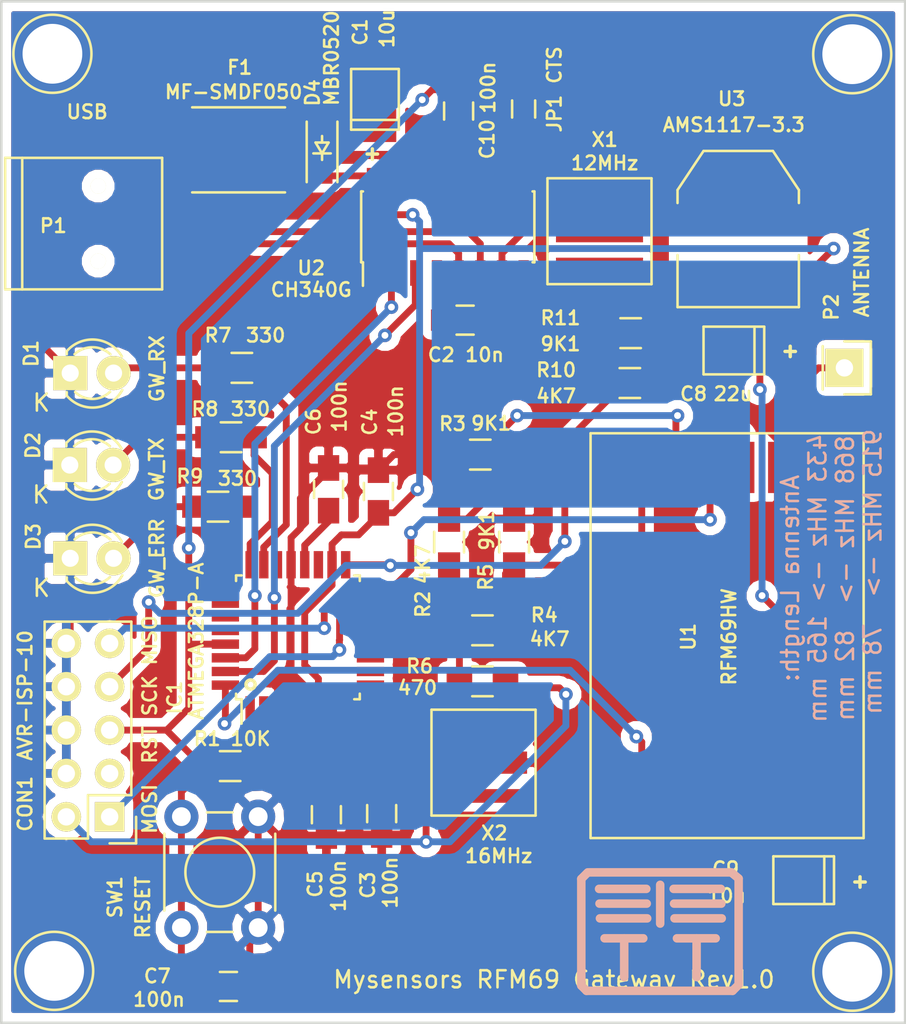
<source format=kicad_pcb>
(kicad_pcb (version 20160815) (host pcbnew no-vcs-found-undefined)

  (general
    (links 96)
    (no_connects 0)
    (area 113.442999 56.1349 166.826001 117.6733)
    (thickness 1.6)
    (drawings 12)
    (tracks 332)
    (zones 0)
    (modules 42)
    (nets 60)
  )

  (page A4)
  (layers
    (0 F.Cu signal)
    (31 B.Cu signal)
    (32 B.Adhes user)
    (33 F.Adhes user)
    (34 B.Paste user)
    (35 F.Paste user)
    (36 B.SilkS user)
    (37 F.SilkS user)
    (38 B.Mask user)
    (39 F.Mask user)
    (40 Dwgs.User user)
    (41 Cmts.User user)
    (42 Eco1.User user)
    (43 Eco2.User user)
    (44 Edge.Cuts user)
    (45 Margin user)
    (46 B.CrtYd user hide)
    (47 F.CrtYd user)
    (48 B.Fab user)
    (49 F.Fab user hide)
  )

  (setup
    (last_trace_width 0.4)
    (trace_clearance 0.3)
    (zone_clearance 0.508)
    (zone_45_only yes)
    (trace_min 0.4)
    (segment_width 0.2)
    (edge_width 0.15)
    (via_size 0.8)
    (via_drill 0.4)
    (via_min_size 0.4)
    (via_min_drill 0.3)
    (uvia_size 0.3)
    (uvia_drill 0.1)
    (uvias_allowed no)
    (uvia_min_size 0.2)
    (uvia_min_drill 0.1)
    (pcb_text_width 0.3)
    (pcb_text_size 1.5 1.5)
    (mod_edge_width 0.15)
    (mod_text_size 0.8 0.8)
    (mod_text_width 0.15)
    (pad_size 4.2 4.2)
    (pad_drill 3.2)
    (pad_to_mask_clearance 0.2)
    (aux_axis_origin 0 0)
    (visible_elements FFFFFF7F)
    (pcbplotparams
      (layerselection 0x030f0_ffffffff)
      (usegerberextensions true)
      (excludeedgelayer false)
      (linewidth 0.100000)
      (plotframeref false)
      (viasonmask false)
      (mode 1)
      (useauxorigin false)
      (hpglpennumber 1)
      (hpglpenspeed 20)
      (hpglpendiameter 15)
      (psnegative false)
      (psa4output false)
      (plotreference true)
      (plotvalue true)
      (plotinvisibletext false)
      (padsonsilk false)
      (subtractmaskfromsilk true)
      (outputformat 1)
      (mirror false)
      (drillshape 0)
      (scaleselection 1)
      (outputdirectory gerber/))
  )

  (net 0 "")
  (net 1 +5V)
  (net 2 GND)
  (net 3 +3V3)
  (net 4 "Net-(P1-Pad2)")
  (net 5 "Net-(P1-Pad3)")
  (net 6 "Net-(P1-Pad4)")
  (net 7 /SerialTx)
  (net 8 /SerialRx)
  (net 9 "Net-(U1-Pad7)")
  (net 10 "Net-(F1-Pad1)")
  (net 11 "Net-(C2-Pad1)")
  (net 12 "Net-(C6-Pad2)")
  (net 13 /RST)
  (net 14 /MOSI)
  (net 15 "Net-(CON1-Pad3)")
  (net 16 /SCK)
  (net 17 /MISO)
  (net 18 "Net-(IC1-Pad1)")
  (net 19 "Net-(IC1-Pad2)")
  (net 20 "Net-(IC1-Pad7)")
  (net 21 "Net-(IC1-Pad8)")
  (net 22 "Net-(IC1-Pad9)")
  (net 23 "Net-(IC1-Pad10)")
  (net 24 "Net-(IC1-Pad11)")
  (net 25 "Net-(IC1-Pad12)")
  (net 26 "Net-(IC1-Pad13)")
  (net 27 /SS)
  (net 28 "Net-(IC1-Pad19)")
  (net 29 "Net-(IC1-Pad22)")
  (net 30 "Net-(IC1-Pad26)")
  (net 31 "Net-(IC1-Pad27)")
  (net 32 "Net-(IC1-Pad28)")
  (net 33 /INT)
  (net 34 "Net-(P2-Pad1)")
  (net 35 "Net-(R2-Pad1)")
  (net 36 "Net-(R4-Pad1)")
  (net 37 "Net-(U1-Pad1)")
  (net 38 "Net-(U1-Pad3)")
  (net 39 "Net-(U1-Pad4)")
  (net 40 "Net-(U1-Pad5)")
  (net 41 "Net-(U1-Pad6)")
  (net 42 "Net-(U1-Pad16)")
  (net 43 "Net-(U2-Pad7)")
  (net 44 "Net-(U2-Pad8)")
  (net 45 "Net-(U2-Pad10)")
  (net 46 "Net-(U2-Pad11)")
  (net 47 "Net-(U2-Pad12)")
  (net 48 "Net-(U2-Pad14)")
  (net 49 "Net-(U2-Pad15)")
  (net 50 /GW_RX_LED)
  (net 51 /GW_TX_LED)
  (net 52 /GW_ERR_LED)
  (net 53 /DTR)
  (net 54 "Net-(JP1-Pad2)")
  (net 55 "Net-(R10-Pad1)")
  (net 56 "Net-(C1-Pad1)")
  (net 57 "Net-(D1-Pad2)")
  (net 58 "Net-(D2-Pad2)")
  (net 59 "Net-(D3-Pad2)")

  (net_class Default "This is the default net class."
    (clearance 0.3)
    (trace_width 0.4)
    (via_dia 0.8)
    (via_drill 0.4)
    (uvia_dia 0.3)
    (uvia_drill 0.1)
    (diff_pair_gap 0.25)
    (diff_pair_width 0.2)
    (add_net +3V3)
    (add_net +5V)
    (add_net /DTR)
    (add_net /GW_ERR_LED)
    (add_net /GW_RX_LED)
    (add_net /GW_TX_LED)
    (add_net /INT)
    (add_net /MISO)
    (add_net /MOSI)
    (add_net /RST)
    (add_net /SCK)
    (add_net /SS)
    (add_net /SerialRx)
    (add_net /SerialTx)
    (add_net GND)
    (add_net "Net-(C1-Pad1)")
    (add_net "Net-(C2-Pad1)")
    (add_net "Net-(C6-Pad2)")
    (add_net "Net-(CON1-Pad3)")
    (add_net "Net-(D1-Pad2)")
    (add_net "Net-(D2-Pad2)")
    (add_net "Net-(D3-Pad2)")
    (add_net "Net-(F1-Pad1)")
    (add_net "Net-(IC1-Pad1)")
    (add_net "Net-(IC1-Pad10)")
    (add_net "Net-(IC1-Pad11)")
    (add_net "Net-(IC1-Pad12)")
    (add_net "Net-(IC1-Pad13)")
    (add_net "Net-(IC1-Pad19)")
    (add_net "Net-(IC1-Pad2)")
    (add_net "Net-(IC1-Pad22)")
    (add_net "Net-(IC1-Pad26)")
    (add_net "Net-(IC1-Pad27)")
    (add_net "Net-(IC1-Pad28)")
    (add_net "Net-(IC1-Pad7)")
    (add_net "Net-(IC1-Pad8)")
    (add_net "Net-(IC1-Pad9)")
    (add_net "Net-(JP1-Pad2)")
    (add_net "Net-(P1-Pad2)")
    (add_net "Net-(P1-Pad3)")
    (add_net "Net-(P1-Pad4)")
    (add_net "Net-(P2-Pad1)")
    (add_net "Net-(R10-Pad1)")
    (add_net "Net-(R2-Pad1)")
    (add_net "Net-(R4-Pad1)")
    (add_net "Net-(U1-Pad1)")
    (add_net "Net-(U1-Pad16)")
    (add_net "Net-(U1-Pad3)")
    (add_net "Net-(U1-Pad4)")
    (add_net "Net-(U1-Pad5)")
    (add_net "Net-(U1-Pad6)")
    (add_net "Net-(U1-Pad7)")
    (add_net "Net-(U2-Pad10)")
    (add_net "Net-(U2-Pad11)")
    (add_net "Net-(U2-Pad12)")
    (add_net "Net-(U2-Pad14)")
    (add_net "Net-(U2-Pad15)")
    (add_net "Net-(U2-Pad7)")
    (add_net "Net-(U2-Pad8)")
  )

  (module Buttons_Switches_ThroughHole:SW_PUSH_6mm (layer F.Cu) (tedit 5805C3A9) (tstamp 575EBBFC)
    (at 124.3457 111.2623 90)
    (descr https://www.omron.com/ecb/products/pdf/en-b3f.pdf)
    (tags "tact sw push 6mm")
    (path /575EA702)
    (fp_text reference SW1 (at 1.7883 -3.8862 90) (layer F.SilkS)
      (effects (font (size 0.8 0.8) (thickness 0.15)))
    )
    (fp_text value RESET (at 1.1914 -2.2606 90) (layer F.SilkS)
      (effects (font (size 0.8 0.8) (thickness 0.15)))
    )
    (fp_line (start 3.25 -0.75) (end 6.25 -0.75) (layer F.Fab) (width 0.15))
    (fp_line (start 6.25 -0.75) (end 6.25 5.25) (layer F.Fab) (width 0.15))
    (fp_line (start 6.25 5.25) (end 0.25 5.25) (layer F.Fab) (width 0.15))
    (fp_line (start 0.25 5.25) (end 0.25 -0.75) (layer F.Fab) (width 0.15))
    (fp_line (start 0.25 -0.75) (end 3.25 -0.75) (layer F.Fab) (width 0.15))
    (fp_line (start 7.75 6) (end 8 6) (layer F.CrtYd) (width 0.05))
    (fp_line (start 8 6) (end 8 5.75) (layer F.CrtYd) (width 0.05))
    (fp_line (start 7.75 -1.5) (end 8 -1.5) (layer F.CrtYd) (width 0.05))
    (fp_line (start 8 -1.5) (end 8 -1.25) (layer F.CrtYd) (width 0.05))
    (fp_line (start -1.5 -1.25) (end -1.5 -1.5) (layer F.CrtYd) (width 0.05))
    (fp_line (start -1.5 -1.5) (end -1.25 -1.5) (layer F.CrtYd) (width 0.05))
    (fp_line (start -1.5 5.75) (end -1.5 6) (layer F.CrtYd) (width 0.05))
    (fp_line (start -1.5 6) (end -1.25 6) (layer F.CrtYd) (width 0.05))
    (fp_circle (center 3.25 2.25) (end 1.25 2.5) (layer F.SilkS) (width 0.15))
    (fp_line (start -1.25 -1.5) (end 7.75 -1.5) (layer F.CrtYd) (width 0.05))
    (fp_line (start -1.5 5.75) (end -1.5 -1.25) (layer F.CrtYd) (width 0.05))
    (fp_line (start 7.75 6) (end -1.25 6) (layer F.CrtYd) (width 0.05))
    (fp_line (start 8 -1.25) (end 8 5.75) (layer F.CrtYd) (width 0.05))
    (fp_line (start 1 5.5) (end 5.5 5.5) (layer F.SilkS) (width 0.15))
    (fp_line (start -0.25 1.5) (end -0.25 3) (layer F.SilkS) (width 0.15))
    (fp_line (start 5.5 -1) (end 1 -1) (layer F.SilkS) (width 0.15))
    (fp_line (start 6.75 3) (end 6.75 1.5) (layer F.SilkS) (width 0.15))
    (pad 1 thru_hole circle (at 6.5 0 180) (size 2 2) (drill 1.1) (layers *.Cu *.Mask)
      (net 13 /RST))
    (pad 2 thru_hole circle (at 6.5 4.5 180) (size 2 2) (drill 1.1) (layers *.Cu *.Mask)
      (net 2 GND))
    (pad 1 thru_hole circle (at 0 0 180) (size 2 2) (drill 1.1) (layers *.Cu *.Mask)
      (net 13 /RST))
    (pad 2 thru_hole circle (at 0 4.5 180) (size 2 2) (drill 1.1) (layers *.Cu *.Mask)
      (net 2 GND))
    (model ${KISYS3DMOD}/Button_Switches_THT.3dshapes/tactile_sw_6x6x17.wrl
      (at (xyz 0 0 0))
      (scale (xyz 1 1 1))
      (rotate (xyz 0 0 0))
    )
  )

  (module Connect:1pin (layer F.Cu) (tedit 5805C3A9) (tstamp 57624BA7)
    (at 116.8908 113.792)
    (descr "module 1 pin (ou trou mecanique de percage)")
    (tags DEV)
    (fp_text reference REF** (at 0 -3.048) (layer F.SilkS) hide
      (effects (font (size 0.8 0.8) (thickness 0.15)))
    )
    (fp_text value 1pin (at 0 2.794) (layer F.Fab) hide
      (effects (font (size 0.8 0.8) (thickness 0.15)))
    )
    (fp_circle (center 0 0) (end 0 -2.286) (layer F.SilkS) (width 0.15))
    (pad "" thru_hole circle (at 0 0) (size 4.5 4.5) (drill 3.5) (layers *.Cu *.Mask)
      (net 2 GND) (zone_connect 2))
  )

  (module Connect:1pin (layer F.Cu) (tedit 5805C3A9) (tstamp 57624B69)
    (at 163.6522 113.8428)
    (descr "module 1 pin (ou trou mecanique de percage)")
    (tags DEV)
    (fp_text reference REF** (at 0 -3.048) (layer F.SilkS) hide
      (effects (font (size 0.8 0.8) (thickness 0.15)))
    )
    (fp_text value 1pin (at 0 2.794) (layer F.Fab) hide
      (effects (font (size 0.8 0.8) (thickness 0.15)))
    )
    (fp_circle (center 0 0) (end 0 -2.286) (layer F.SilkS) (width 0.15))
    (pad "" thru_hole circle (at 0 0) (size 4.5 4.5) (drill 3.5) (layers *.Cu *.Mask)
      (net 2 GND) (zone_connect 2))
  )

  (module Connect:1pin (layer F.Cu) (tedit 5805C3A9) (tstamp 57624B63)
    (at 163.6522 60.1218)
    (descr "module 1 pin (ou trou mecanique de percage)")
    (tags DEV)
    (fp_text reference REF** (at 0 -3.048) (layer F.SilkS) hide
      (effects (font (size 0.8 0.8) (thickness 0.15)))
    )
    (fp_text value 1pin (at 0 2.794) (layer F.Fab) hide
      (effects (font (size 0.8 0.8) (thickness 0.15)))
    )
    (fp_circle (center 0 0) (end 0 -2.286) (layer F.SilkS) (width 0.15))
    (pad "" thru_hole circle (at 0 0) (size 4.5 4.5) (drill 3.5) (layers *.Cu *.Mask)
      (net 2 GND) (zone_connect 2))
  )

  (module Capacitors_SMD:C_0805_HandSoldering (layer F.Cu) (tedit 5805C3A9) (tstamp 575A6FD9)
    (at 140.97 75.692)
    (descr "Capacitor SMD 0805, hand soldering")
    (tags "capacitor 0805")
    (path /5759942B)
    (attr smd)
    (fp_text reference C2 (at -1.397 2.032) (layer F.SilkS)
      (effects (font (size 0.8 0.8) (thickness 0.15)))
    )
    (fp_text value 10n (at 1.143 2.032) (layer F.SilkS)
      (effects (font (size 0.8 0.8) (thickness 0.15)))
    )
    (fp_line (start -2.3 -1) (end 2.3 -1) (layer F.CrtYd) (width 0.05))
    (fp_line (start -2.3 1) (end 2.3 1) (layer F.CrtYd) (width 0.05))
    (fp_line (start -2.3 -1) (end -2.3 1) (layer F.CrtYd) (width 0.05))
    (fp_line (start 2.3 -1) (end 2.3 1) (layer F.CrtYd) (width 0.05))
    (fp_line (start 0.5 -0.85) (end -0.5 -0.85) (layer F.SilkS) (width 0.15))
    (fp_line (start -0.5 0.85) (end 0.5 0.85) (layer F.SilkS) (width 0.15))
    (pad 2 smd rect (at 1.25 0) (size 1.5 1.25) (layers F.Cu F.Paste F.Mask)
      (net 2 GND))
    (pad 1 smd rect (at -1.25 0) (size 1.5 1.25) (layers F.Cu F.Paste F.Mask)
      (net 11 "Net-(C2-Pad1)"))
    (model ${KISYS3DMOD}/Capacitors_SMD.3dshapes/c_0805_h078.wrl
      (at (xyz 0 0 0))
      (scale (xyz 1 1 1))
      (rotate (xyz 0 0 0))
    )
  )

  (module Connect:USB_Mini-B (layer F.Cu) (tedit 5805C3A9) (tstamp 575A6FE8)
    (at 118.618 70.0405)
    (descr "USB Mini-B 5-pin SMD connector")
    (tags "USB USB_B USB_Mini connector")
    (path /575A6F82)
    (attr smd)
    (fp_text reference P1 (at -1.778 0.127) (layer F.SilkS)
      (effects (font (size 0.8 0.8) (thickness 0.15)))
    )
    (fp_text value USB (at 0.2032 -6.5405) (layer F.SilkS)
      (effects (font (size 0.8 0.8) (thickness 0.15)))
    )
    (fp_line (start -4.85 -5.7) (end 4.85 -5.7) (layer F.CrtYd) (width 0.05))
    (fp_line (start 4.85 -5.7) (end 4.85 5.7) (layer F.CrtYd) (width 0.05))
    (fp_line (start 4.85 5.7) (end -4.85 5.7) (layer F.CrtYd) (width 0.05))
    (fp_line (start -4.85 5.7) (end -4.85 -5.7) (layer F.CrtYd) (width 0.05))
    (fp_line (start -3.59918 -3.85064) (end -3.59918 3.85064) (layer F.SilkS) (width 0.15))
    (fp_line (start -4.59994 -3.85064) (end -4.59994 3.85064) (layer F.SilkS) (width 0.15))
    (fp_line (start -4.59994 3.85064) (end 4.59994 3.85064) (layer F.SilkS) (width 0.15))
    (fp_line (start 4.59994 3.85064) (end 4.59994 -3.85064) (layer F.SilkS) (width 0.15))
    (fp_line (start 4.59994 -3.85064) (end -4.59994 -3.85064) (layer F.SilkS) (width 0.15))
    (pad "" np_thru_hole circle (at 0.8509 2.19964) (size 0.89916 0.89916) (drill 0.89916) (layers *.Cu *.Mask F.SilkS))
    (pad "" np_thru_hole circle (at 0.8509 -2.19964) (size 0.89916 0.89916) (drill 0.89916) (layers *.Cu *.Mask F.SilkS))
    (pad 6 smd rect (at -2.14884 4.45008) (size 2.49936 1.99898) (layers F.Cu F.Paste F.Mask)
      (net 2 GND))
    (pad 6 smd rect (at 3.35026 4.45008) (size 2.49936 1.99898) (layers F.Cu F.Paste F.Mask)
      (net 2 GND))
    (pad 6 smd rect (at -2.14884 -4.45008) (size 2.49936 1.99898) (layers F.Cu F.Paste F.Mask)
      (net 2 GND))
    (pad 6 smd rect (at 3.35026 -4.45008) (size 2.49936 1.99898) (layers F.Cu F.Paste F.Mask)
      (net 2 GND))
    (pad 5 smd rect (at 3.44932 1.6002) (size 2.30124 0.50038) (layers F.Cu F.Paste F.Mask)
      (net 2 GND))
    (pad 4 smd rect (at 3.44932 0.8001) (size 2.30124 0.50038) (layers F.Cu F.Paste F.Mask)
      (net 6 "Net-(P1-Pad4)"))
    (pad 3 smd rect (at 3.44932 0) (size 2.30124 0.50038) (layers F.Cu F.Paste F.Mask)
      (net 5 "Net-(P1-Pad3)"))
    (pad 2 smd rect (at 3.44932 -0.8001) (size 2.30124 0.50038) (layers F.Cu F.Paste F.Mask)
      (net 4 "Net-(P1-Pad2)"))
    (pad 1 smd rect (at 3.44932 -1.6002) (size 2.30124 0.50038) (layers F.Cu F.Paste F.Mask)
      (net 10 "Net-(F1-Pad1)"))
    (model ${KISYS3DMOD}/Connectors_Other.3dshapes/mini_usb_B.wrl
      (at (xyz 0 0 0))
      (scale (xyz 1 1 1))
      (rotate (xyz 0 0 0))
    )
  )

  (module Capacitors_SMD:C_0805_HandSoldering (layer F.Cu) (tedit 5805C3A9) (tstamp 575EBB08)
    (at 136.0805 104.5845 270)
    (descr "Capacitor SMD 0805, hand soldering")
    (tags "capacitor 0805")
    (path /575E8F9B)
    (attr smd)
    (fp_text reference C3 (at 4.191 0.8128 270) (layer F.SilkS)
      (effects (font (size 0.8 0.8) (thickness 0.15)))
    )
    (fp_text value 100n (at 4.0386 -0.508 270) (layer F.SilkS)
      (effects (font (size 0.8 0.8) (thickness 0.15)))
    )
    (fp_line (start -2.3 -1) (end 2.3 -1) (layer F.CrtYd) (width 0.05))
    (fp_line (start -2.3 1) (end 2.3 1) (layer F.CrtYd) (width 0.05))
    (fp_line (start -2.3 -1) (end -2.3 1) (layer F.CrtYd) (width 0.05))
    (fp_line (start 2.3 -1) (end 2.3 1) (layer F.CrtYd) (width 0.05))
    (fp_line (start 0.5 -0.85) (end -0.5 -0.85) (layer F.SilkS) (width 0.15))
    (fp_line (start -0.5 0.85) (end 0.5 0.85) (layer F.SilkS) (width 0.15))
    (pad 2 smd rect (at 1.25 0 270) (size 1.5 1.25) (layers F.Cu F.Paste F.Mask)
      (net 2 GND))
    (pad 1 smd rect (at -1.25 0 270) (size 1.5 1.25) (layers F.Cu F.Paste F.Mask)
      (net 1 +5V))
    (model ${KISYS3DMOD}/Capacitors_SMD.3dshapes/c_0805_h078.wrl
      (at (xyz 0 0 0))
      (scale (xyz 1 1 1))
      (rotate (xyz 0 0 0))
    )
  )

  (module Capacitors_SMD:C_0805_HandSoldering (layer F.Cu) (tedit 5805C3A9) (tstamp 575EBB14)
    (at 135.89 85.725 270)
    (descr "Capacitor SMD 0805, hand soldering")
    (tags "capacitor 0805")
    (path /575E8F25)
    (attr smd)
    (fp_text reference C4 (at -4.064 0.508 270) (layer F.SilkS)
      (effects (font (size 0.8 0.8) (thickness 0.15)))
    )
    (fp_text value 100n (at -4.699 -1.016 270) (layer F.SilkS)
      (effects (font (size 0.8 0.8) (thickness 0.15)))
    )
    (fp_line (start -2.3 -1) (end 2.3 -1) (layer F.CrtYd) (width 0.05))
    (fp_line (start -2.3 1) (end 2.3 1) (layer F.CrtYd) (width 0.05))
    (fp_line (start -2.3 -1) (end -2.3 1) (layer F.CrtYd) (width 0.05))
    (fp_line (start 2.3 -1) (end 2.3 1) (layer F.CrtYd) (width 0.05))
    (fp_line (start 0.5 -0.85) (end -0.5 -0.85) (layer F.SilkS) (width 0.15))
    (fp_line (start -0.5 0.85) (end 0.5 0.85) (layer F.SilkS) (width 0.15))
    (pad 2 smd rect (at 1.25 0 270) (size 1.5 1.25) (layers F.Cu F.Paste F.Mask)
      (net 1 +5V))
    (pad 1 smd rect (at -1.25 0 270) (size 1.5 1.25) (layers F.Cu F.Paste F.Mask)
      (net 2 GND))
    (model ${KISYS3DMOD}/Capacitors_SMD.3dshapes/c_0805_h078.wrl
      (at (xyz 0 0 0))
      (scale (xyz 1 1 1))
      (rotate (xyz 0 0 0))
    )
  )

  (module Capacitors_SMD:C_0805_HandSoldering (layer F.Cu) (tedit 5805C3A9) (tstamp 575EBB20)
    (at 132.842 104.648 90)
    (descr "Capacitor SMD 0805, hand soldering")
    (tags "capacitor 0805")
    (path /575E8FDA)
    (attr smd)
    (fp_text reference C5 (at -4.064 -0.6604 90) (layer F.SilkS)
      (effects (font (size 0.8 0.8) (thickness 0.15)))
    )
    (fp_text value 100n (at -4.1656 0.7112 90) (layer F.SilkS)
      (effects (font (size 0.8 0.8) (thickness 0.15)))
    )
    (fp_line (start -2.3 -1) (end 2.3 -1) (layer F.CrtYd) (width 0.05))
    (fp_line (start -2.3 1) (end 2.3 1) (layer F.CrtYd) (width 0.05))
    (fp_line (start -2.3 -1) (end -2.3 1) (layer F.CrtYd) (width 0.05))
    (fp_line (start 2.3 -1) (end 2.3 1) (layer F.CrtYd) (width 0.05))
    (fp_line (start 0.5 -0.85) (end -0.5 -0.85) (layer F.SilkS) (width 0.15))
    (fp_line (start -0.5 0.85) (end 0.5 0.85) (layer F.SilkS) (width 0.15))
    (pad 2 smd rect (at 1.25 0 90) (size 1.5 1.25) (layers F.Cu F.Paste F.Mask)
      (net 1 +5V))
    (pad 1 smd rect (at -1.25 0 90) (size 1.5 1.25) (layers F.Cu F.Paste F.Mask)
      (net 2 GND))
    (model ${KISYS3DMOD}/Capacitors_SMD.3dshapes/c_0805_h078.wrl
      (at (xyz 0 0 0))
      (scale (xyz 1 1 1))
      (rotate (xyz 0 0 0))
    )
  )

  (module Capacitors_SMD:C_0805_HandSoldering (layer F.Cu) (tedit 5805C3A9) (tstamp 575EBB2C)
    (at 132.969 85.598 270)
    (descr "Capacitor SMD 0805, hand soldering")
    (tags "capacitor 0805")
    (path /575E8444)
    (attr smd)
    (fp_text reference C6 (at -3.966095 0.889 270) (layer F.SilkS)
      (effects (font (size 0.8 0.8) (thickness 0.15)))
    )
    (fp_text value 100n (at -4.855095 -0.635 270) (layer F.SilkS)
      (effects (font (size 0.8 0.8) (thickness 0.15)))
    )
    (fp_line (start -2.3 -1) (end 2.3 -1) (layer F.CrtYd) (width 0.05))
    (fp_line (start -2.3 1) (end 2.3 1) (layer F.CrtYd) (width 0.05))
    (fp_line (start -2.3 -1) (end -2.3 1) (layer F.CrtYd) (width 0.05))
    (fp_line (start 2.3 -1) (end 2.3 1) (layer F.CrtYd) (width 0.05))
    (fp_line (start 0.5 -0.85) (end -0.5 -0.85) (layer F.SilkS) (width 0.15))
    (fp_line (start -0.5 0.85) (end 0.5 0.85) (layer F.SilkS) (width 0.15))
    (pad 2 smd rect (at 1.25 0 270) (size 1.5 1.25) (layers F.Cu F.Paste F.Mask)
      (net 12 "Net-(C6-Pad2)"))
    (pad 1 smd rect (at -1.25 0 270) (size 1.5 1.25) (layers F.Cu F.Paste F.Mask)
      (net 2 GND))
    (model ${KISYS3DMOD}/Capacitors_SMD.3dshapes/c_0805_h078.wrl
      (at (xyz 0 0 0))
      (scale (xyz 1 1 1))
      (rotate (xyz 0 0 0))
    )
  )

  (module Capacitors_SMD:C_0805_HandSoldering (layer F.Cu) (tedit 5805C3A9) (tstamp 575EBB38)
    (at 127.1016 114.7064 180)
    (descr "Capacitor SMD 0805, hand soldering")
    (tags "capacitor 0805")
    (path /575EA846)
    (attr smd)
    (fp_text reference C7 (at 4.1656 0.6096 180) (layer F.SilkS)
      (effects (font (size 0.8 0.8) (thickness 0.15)))
    )
    (fp_text value 100n (at 4.064 -0.762 180) (layer F.SilkS)
      (effects (font (size 0.8 0.8) (thickness 0.15)))
    )
    (fp_line (start -2.3 -1) (end 2.3 -1) (layer F.CrtYd) (width 0.05))
    (fp_line (start -2.3 1) (end 2.3 1) (layer F.CrtYd) (width 0.05))
    (fp_line (start -2.3 -1) (end -2.3 1) (layer F.CrtYd) (width 0.05))
    (fp_line (start 2.3 -1) (end 2.3 1) (layer F.CrtYd) (width 0.05))
    (fp_line (start 0.5 -0.85) (end -0.5 -0.85) (layer F.SilkS) (width 0.15))
    (fp_line (start -0.5 0.85) (end 0.5 0.85) (layer F.SilkS) (width 0.15))
    (pad 2 smd rect (at 1.25 0 180) (size 1.5 1.25) (layers F.Cu F.Paste F.Mask)
      (net 13 /RST))
    (pad 1 smd rect (at -1.25 0 180) (size 1.5 1.25) (layers F.Cu F.Paste F.Mask)
      (net 2 GND))
    (model ${KISYS3DMOD}/Capacitors_SMD.3dshapes/c_0805_h078.wrl
      (at (xyz 0 0 0))
      (scale (xyz 1 1 1))
      (rotate (xyz 0 0 0))
    )
  )

  (module Capacitors_Tantalum_SMD:TantalC_SizeT_EIA-3528 (layer F.Cu) (tedit 5805C3A9) (tstamp 575EBB43)
    (at 156.718 77.47)
    (descr TantalC_SizeT_EIA-3528)
    (path /575F10FB)
    (fp_text reference C8 (at -2.3622 2.54) (layer F.SilkS)
      (effects (font (size 0.8 0.8) (thickness 0.15)))
    )
    (fp_text value 22u (at -0.0508 2.54) (layer F.SilkS)
      (effects (font (size 0.8 0.8) (thickness 0.15)))
    )
    (fp_line (start 1.2065 -1.397) (end 1.2065 1.397) (layer F.SilkS) (width 0.15))
    (fp_line (start 1.778 -1.397) (end -1.778 -1.397) (layer F.SilkS) (width 0.15))
    (fp_line (start -1.778 -1.397) (end -1.778 1.397) (layer F.SilkS) (width 0.15))
    (fp_line (start -1.778 1.397) (end 1.778 1.397) (layer F.SilkS) (width 0.15))
    (fp_line (start 1.778 1.397) (end 1.778 -1.397) (layer F.SilkS) (width 0.15))
    (pad 2 smd rect (at -1.524 0) (size 1.95072 2.49936) (layers F.Cu F.Paste F.Mask)
      (net 2 GND))
    (pad 1 smd rect (at 1.524 0) (size 1.95072 2.49936) (layers F.Cu F.Paste F.Mask)
      (net 3 +3V3))
    (model ${KISYS3DMOD}/Capacitors_Tantalum_SMD.3dshapes/TantalC_SizeB_EIA-3528_HandSoldering.wrl
      (at (xyz 0 0 0))
      (scale (xyz 1 1 1))
      (rotate (xyz 0 0 0))
    )
  )

  (module Pin_Headers:Pin_Header_Straight_2x05 (layer F.Cu) (tedit 5805C3A9) (tstamp 575EBB69)
    (at 120.142 104.775 180)
    (descr "Through hole pin header")
    (tags "pin header")
    (path /575F463B)
    (fp_text reference CON1 (at 4.953 0.762 270) (layer F.SilkS)
      (effects (font (size 0.8 0.8) (thickness 0.15)))
    )
    (fp_text value AVR-ISP-10 (at 4.953 7.112 270) (layer F.SilkS)
      (effects (font (size 0.8 0.8) (thickness 0.15)))
    )
    (fp_line (start -1.75 -1.75) (end -1.75 11.95) (layer F.CrtYd) (width 0.05))
    (fp_line (start 4.3 -1.75) (end 4.3 11.95) (layer F.CrtYd) (width 0.05))
    (fp_line (start -1.75 -1.75) (end 4.3 -1.75) (layer F.CrtYd) (width 0.05))
    (fp_line (start -1.75 11.95) (end 4.3 11.95) (layer F.CrtYd) (width 0.05))
    (fp_line (start 3.81 -1.27) (end 3.81 11.43) (layer F.SilkS) (width 0.15))
    (fp_line (start 3.81 11.43) (end -1.27 11.43) (layer F.SilkS) (width 0.15))
    (fp_line (start -1.27 11.43) (end -1.27 1.27) (layer F.SilkS) (width 0.15))
    (fp_line (start 3.81 -1.27) (end 1.27 -1.27) (layer F.SilkS) (width 0.15))
    (fp_line (start 0 -1.55) (end -1.55 -1.55) (layer F.SilkS) (width 0.15))
    (fp_line (start 1.27 -1.27) (end 1.27 1.27) (layer F.SilkS) (width 0.15))
    (fp_line (start 1.27 1.27) (end -1.27 1.27) (layer F.SilkS) (width 0.15))
    (fp_line (start -1.55 -1.55) (end -1.55 0) (layer F.SilkS) (width 0.15))
    (pad 10 thru_hole oval (at 2.54 10.16 180) (size 1.7272 1.7272) (drill 1.016) (layers *.Cu *.Mask F.SilkS)
      (net 2 GND))
    (pad 9 thru_hole oval (at 0 10.16 180) (size 1.7272 1.7272) (drill 1.016) (layers *.Cu *.Mask F.SilkS)
      (net 17 /MISO))
    (pad 8 thru_hole oval (at 2.54 7.62 180) (size 1.7272 1.7272) (drill 1.016) (layers *.Cu *.Mask F.SilkS)
      (net 2 GND))
    (pad 7 thru_hole oval (at 0 7.62 180) (size 1.7272 1.7272) (drill 1.016) (layers *.Cu *.Mask F.SilkS)
      (net 16 /SCK))
    (pad 6 thru_hole oval (at 2.54 5.08 180) (size 1.7272 1.7272) (drill 1.016) (layers *.Cu *.Mask F.SilkS)
      (net 2 GND))
    (pad 5 thru_hole oval (at 0 5.08 180) (size 1.7272 1.7272) (drill 1.016) (layers *.Cu *.Mask F.SilkS)
      (net 13 /RST))
    (pad 4 thru_hole oval (at 2.54 2.54 180) (size 1.7272 1.7272) (drill 1.016) (layers *.Cu *.Mask F.SilkS)
      (net 2 GND))
    (pad 3 thru_hole oval (at 0 2.54 180) (size 1.7272 1.7272) (drill 1.016) (layers *.Cu *.Mask F.SilkS)
      (net 15 "Net-(CON1-Pad3)"))
    (pad 2 thru_hole oval (at 2.54 0 180) (size 1.7272 1.7272) (drill 1.016) (layers *.Cu *.Mask F.SilkS)
      (net 1 +5V))
    (pad 1 thru_hole rect (at 0 0 180) (size 1.7272 1.7272) (drill 1.016) (layers *.Cu *.Mask F.SilkS)
      (net 14 /MOSI))
    (model ${KISYS3DMOD}/Pin_Headers.3dshapes/PinHeader_Straight_2x05x2.54mm.step
      (at (xyz 0 0 0))
      (scale (xyz 1 1 1))
      (rotate (xyz 0 0 0))
    )
  )

  (module Housings_QFP:TQFP-32_7x7mm_Pitch0.8mm (layer F.Cu) (tedit 5805C3A9) (tstamp 575EBB9A)
    (at 131.172981 94.263095 90)
    (descr "32-Lead Plastic Thin Quad Flatpack (PT) - 7x7x1.0 mm Body, 2.00 mm [TQFP] (see Microchip Packaging Specification 00000049BS.pdf)")
    (tags "QFP 0.8")
    (path /575E6E29)
    (attr smd)
    (fp_text reference IC1 (at -3.526905 -7.220981 270) (layer F.SilkS)
      (effects (font (size 0.8 0.8) (thickness 0.15)))
    )
    (fp_text value ATMEGA328P-A (at -0.224905 -5.950981 90) (layer F.SilkS)
      (effects (font (size 0.8 0.8) (thickness 0.15)))
    )
    (fp_line (start -5.3 -5.3) (end -5.3 5.3) (layer F.CrtYd) (width 0.05))
    (fp_line (start 5.3 -5.3) (end 5.3 5.3) (layer F.CrtYd) (width 0.05))
    (fp_line (start -5.3 -5.3) (end 5.3 -5.3) (layer F.CrtYd) (width 0.05))
    (fp_line (start -5.3 5.3) (end 5.3 5.3) (layer F.CrtYd) (width 0.05))
    (fp_line (start -3.625 -3.625) (end -3.625 -3.3) (layer F.SilkS) (width 0.15))
    (fp_line (start 3.625 -3.625) (end 3.625 -3.3) (layer F.SilkS) (width 0.15))
    (fp_line (start 3.625 3.625) (end 3.625 3.3) (layer F.SilkS) (width 0.15))
    (fp_line (start -3.625 3.625) (end -3.625 3.3) (layer F.SilkS) (width 0.15))
    (fp_line (start -3.625 -3.625) (end -3.3 -3.625) (layer F.SilkS) (width 0.15))
    (fp_line (start -3.625 3.625) (end -3.3 3.625) (layer F.SilkS) (width 0.15))
    (fp_line (start 3.625 3.625) (end 3.3 3.625) (layer F.SilkS) (width 0.15))
    (fp_line (start 3.625 -3.625) (end 3.3 -3.625) (layer F.SilkS) (width 0.15))
    (fp_line (start -3.625 -3.3) (end -5.05 -3.3) (layer F.SilkS) (width 0.15))
    (pad 32 smd rect (at -2.8 -4.25 180) (size 1.6 0.55) (layers F.Cu F.Paste F.Mask)
      (net 33 /INT))
    (pad 31 smd rect (at -2 -4.25 180) (size 1.6 0.55) (layers F.Cu F.Paste F.Mask)
      (net 8 /SerialRx))
    (pad 30 smd rect (at -1.2 -4.25 180) (size 1.6 0.55) (layers F.Cu F.Paste F.Mask)
      (net 7 /SerialTx))
    (pad 29 smd rect (at -0.4 -4.25 180) (size 1.6 0.55) (layers F.Cu F.Paste F.Mask)
      (net 13 /RST))
    (pad 28 smd rect (at 0.4 -4.25 180) (size 1.6 0.55) (layers F.Cu F.Paste F.Mask)
      (net 32 "Net-(IC1-Pad28)"))
    (pad 27 smd rect (at 1.2 -4.25 180) (size 1.6 0.55) (layers F.Cu F.Paste F.Mask)
      (net 31 "Net-(IC1-Pad27)"))
    (pad 26 smd rect (at 2 -4.25 180) (size 1.6 0.55) (layers F.Cu F.Paste F.Mask)
      (net 30 "Net-(IC1-Pad26)"))
    (pad 25 smd rect (at 2.8 -4.25 180) (size 1.6 0.55) (layers F.Cu F.Paste F.Mask)
      (net 52 /GW_ERR_LED))
    (pad 24 smd rect (at 4.25 -2.8 90) (size 1.6 0.55) (layers F.Cu F.Paste F.Mask)
      (net 51 /GW_TX_LED))
    (pad 23 smd rect (at 4.25 -2 90) (size 1.6 0.55) (layers F.Cu F.Paste F.Mask)
      (net 50 /GW_RX_LED))
    (pad 22 smd rect (at 4.25 -1.2 90) (size 1.6 0.55) (layers F.Cu F.Paste F.Mask)
      (net 29 "Net-(IC1-Pad22)"))
    (pad 21 smd rect (at 4.25 -0.4 90) (size 1.6 0.55) (layers F.Cu F.Paste F.Mask)
      (net 2 GND))
    (pad 20 smd rect (at 4.25 0.4 90) (size 1.6 0.55) (layers F.Cu F.Paste F.Mask)
      (net 12 "Net-(C6-Pad2)"))
    (pad 19 smd rect (at 4.25 1.2 90) (size 1.6 0.55) (layers F.Cu F.Paste F.Mask)
      (net 28 "Net-(IC1-Pad19)"))
    (pad 18 smd rect (at 4.25 2 90) (size 1.6 0.55) (layers F.Cu F.Paste F.Mask)
      (net 1 +5V))
    (pad 17 smd rect (at 4.25 2.8 90) (size 1.6 0.55) (layers F.Cu F.Paste F.Mask)
      (net 16 /SCK))
    (pad 16 smd rect (at 2.8 4.25 180) (size 1.6 0.55) (layers F.Cu F.Paste F.Mask)
      (net 17 /MISO))
    (pad 15 smd rect (at 2 4.25 180) (size 1.6 0.55) (layers F.Cu F.Paste F.Mask)
      (net 14 /MOSI))
    (pad 14 smd rect (at 1.2 4.25 180) (size 1.6 0.55) (layers F.Cu F.Paste F.Mask)
      (net 27 /SS))
    (pad 13 smd rect (at 0.4 4.25 180) (size 1.6 0.55) (layers F.Cu F.Paste F.Mask)
      (net 26 "Net-(IC1-Pad13)"))
    (pad 12 smd rect (at -0.4 4.25 180) (size 1.6 0.55) (layers F.Cu F.Paste F.Mask)
      (net 25 "Net-(IC1-Pad12)"))
    (pad 11 smd rect (at -1.2 4.25 180) (size 1.6 0.55) (layers F.Cu F.Paste F.Mask)
      (net 24 "Net-(IC1-Pad11)"))
    (pad 10 smd rect (at -2 4.25 180) (size 1.6 0.55) (layers F.Cu F.Paste F.Mask)
      (net 23 "Net-(IC1-Pad10)"))
    (pad 9 smd rect (at -2.8 4.25 180) (size 1.6 0.55) (layers F.Cu F.Paste F.Mask)
      (net 22 "Net-(IC1-Pad9)"))
    (pad 8 smd rect (at -4.25 2.8 90) (size 1.6 0.55) (layers F.Cu F.Paste F.Mask)
      (net 21 "Net-(IC1-Pad8)"))
    (pad 7 smd rect (at -4.25 2 90) (size 1.6 0.55) (layers F.Cu F.Paste F.Mask)
      (net 20 "Net-(IC1-Pad7)"))
    (pad 6 smd rect (at -4.25 1.2 90) (size 1.6 0.55) (layers F.Cu F.Paste F.Mask)
      (net 1 +5V))
    (pad 5 smd rect (at -4.25 0.4 90) (size 1.6 0.55) (layers F.Cu F.Paste F.Mask)
      (net 2 GND))
    (pad 4 smd rect (at -4.25 -0.4 90) (size 1.6 0.55) (layers F.Cu F.Paste F.Mask)
      (net 1 +5V))
    (pad 3 smd rect (at -4.25 -1.2 90) (size 1.6 0.55) (layers F.Cu F.Paste F.Mask)
      (net 2 GND))
    (pad 2 smd rect (at -4.25 -2 90) (size 1.6 0.55) (layers F.Cu F.Paste F.Mask)
      (net 19 "Net-(IC1-Pad2)"))
    (pad 1 smd rect (at -4.25 -2.8 90) (size 1.6 0.55) (layers F.Cu F.Paste F.Mask)
      (net 18 "Net-(IC1-Pad1)"))
    (model ${KISYS3DMOD}/Housings_QFP.3dshapes/TQFP-32_7x7mm_Pitch0.8mm.wrl
      (at (xyz 0 0 0))
      (scale (xyz 1 1 1))
      (rotate (xyz 0 0 0))
    )
  )

  (module Pin_Headers:Pin_Header_Straight_1x01 (layer F.Cu) (tedit 5805C3A9) (tstamp 575EBBA7)
    (at 163.195 78.486 270)
    (descr "Through hole pin header")
    (tags "pin header")
    (path /575EBBAD)
    (fp_text reference P2 (at -3.556 0.762 270) (layer F.SilkS)
      (effects (font (size 0.8 0.8) (thickness 0.15)))
    )
    (fp_text value ANTENNA (at -5.588 -1.016 270) (layer F.SilkS)
      (effects (font (size 0.8 0.8) (thickness 0.15)))
    )
    (fp_line (start 1.55 -1.55) (end 1.55 0) (layer F.SilkS) (width 0.15))
    (fp_line (start -1.75 -1.75) (end -1.75 1.75) (layer F.CrtYd) (width 0.05))
    (fp_line (start 1.75 -1.75) (end 1.75 1.75) (layer F.CrtYd) (width 0.05))
    (fp_line (start -1.75 -1.75) (end 1.75 -1.75) (layer F.CrtYd) (width 0.05))
    (fp_line (start -1.75 1.75) (end 1.75 1.75) (layer F.CrtYd) (width 0.05))
    (fp_line (start -1.55 0) (end -1.55 -1.55) (layer F.SilkS) (width 0.15))
    (fp_line (start -1.55 -1.55) (end 1.55 -1.55) (layer F.SilkS) (width 0.15))
    (fp_line (start -1.27 1.27) (end 1.27 1.27) (layer F.SilkS) (width 0.15))
    (pad 1 thru_hole rect (at 0 0 270) (size 2.2352 2.2352) (drill 1.016) (layers *.Cu *.Mask F.SilkS)
      (net 34 "Net-(P2-Pad1)"))
  )

  (module Resistors_SMD:R_0805_HandSoldering (layer F.Cu) (tedit 5805C3A9) (tstamp 575EBBB3)
    (at 127.2032 101.8032 180)
    (descr "Resistor SMD 0805, hand soldering")
    (tags "resistor 0805")
    (path /575E9FD3)
    (attr smd)
    (fp_text reference R1 (at 1.3462 1.6002 180) (layer F.SilkS)
      (effects (font (size 0.8 0.8) (thickness 0.15)))
    )
    (fp_text value 10K (at -1.1938 1.6002 180) (layer F.SilkS)
      (effects (font (size 0.8 0.8) (thickness 0.15)))
    )
    (fp_line (start -2.4 -1) (end 2.4 -1) (layer F.CrtYd) (width 0.05))
    (fp_line (start -2.4 1) (end 2.4 1) (layer F.CrtYd) (width 0.05))
    (fp_line (start -2.4 -1) (end -2.4 1) (layer F.CrtYd) (width 0.05))
    (fp_line (start 2.4 -1) (end 2.4 1) (layer F.CrtYd) (width 0.05))
    (fp_line (start 0.6 0.875) (end -0.6 0.875) (layer F.SilkS) (width 0.15))
    (fp_line (start -0.6 -0.875) (end 0.6 -0.875) (layer F.SilkS) (width 0.15))
    (pad 2 smd rect (at 1.35 0 180) (size 1.5 1.3) (layers F.Cu F.Paste F.Mask)
      (net 13 /RST))
    (pad 1 smd rect (at -1.35 0 180) (size 1.5 1.3) (layers F.Cu F.Paste F.Mask)
      (net 1 +5V))
    (model ${KISYS3DMOD}/Resistors_SMD.3dshapes/r_0805_h078.wrl
      (at (xyz 0 0 0))
      (scale (xyz 1 1 1))
      (rotate (xyz 0 0 0))
    )
  )

  (module Resistors_SMD:R_0805_HandSoldering (layer F.Cu) (tedit 5805C3A9) (tstamp 575EBBBF)
    (at 140.0308 88.686674 270)
    (descr "Resistor SMD 0805, hand soldering")
    (tags "resistor 0805")
    (path /575E901B)
    (attr smd)
    (fp_text reference R2 (at 3.642326 1.5373 270) (layer F.SilkS)
      (effects (font (size 0.8 0.8) (thickness 0.15)))
    )
    (fp_text value 4K7 (at 1.292826 1.5373 270) (layer F.SilkS)
      (effects (font (size 0.8 0.8) (thickness 0.15)))
    )
    (fp_line (start -2.4 -1) (end 2.4 -1) (layer F.CrtYd) (width 0.05))
    (fp_line (start -2.4 1) (end 2.4 1) (layer F.CrtYd) (width 0.05))
    (fp_line (start -2.4 -1) (end -2.4 1) (layer F.CrtYd) (width 0.05))
    (fp_line (start 2.4 -1) (end 2.4 1) (layer F.CrtYd) (width 0.05))
    (fp_line (start 0.6 0.875) (end -0.6 0.875) (layer F.SilkS) (width 0.15))
    (fp_line (start -0.6 -0.875) (end 0.6 -0.875) (layer F.SilkS) (width 0.15))
    (pad 2 smd rect (at 1.35 0 270) (size 1.5 1.3) (layers F.Cu F.Paste F.Mask)
      (net 14 /MOSI))
    (pad 1 smd rect (at -1.35 0 270) (size 1.5 1.3) (layers F.Cu F.Paste F.Mask)
      (net 35 "Net-(R2-Pad1)"))
    (model ${KISYS3DMOD}/Resistors_SMD.3dshapes/r_0805_h078.wrl
      (at (xyz 0 0 0))
      (scale (xyz 1 1 1))
      (rotate (xyz 0 0 0))
    )
  )

  (module Resistors_SMD:R_0805_HandSoldering (layer F.Cu) (tedit 5805C3A9) (tstamp 575EBBCB)
    (at 141.859 83.566 180)
    (descr "Resistor SMD 0805, hand soldering")
    (tags "resistor 0805")
    (path /575E93F4)
    (attr smd)
    (fp_text reference R3 (at 1.6256 1.8034 180) (layer F.SilkS)
      (effects (font (size 0.8 0.8) (thickness 0.15)))
    )
    (fp_text value 9K1 (at -0.635 1.8288 180) (layer F.SilkS)
      (effects (font (size 0.8 0.8) (thickness 0.15)))
    )
    (fp_line (start -2.4 -1) (end 2.4 -1) (layer F.CrtYd) (width 0.05))
    (fp_line (start -2.4 1) (end 2.4 1) (layer F.CrtYd) (width 0.05))
    (fp_line (start -2.4 -1) (end -2.4 1) (layer F.CrtYd) (width 0.05))
    (fp_line (start 2.4 -1) (end 2.4 1) (layer F.CrtYd) (width 0.05))
    (fp_line (start 0.6 0.875) (end -0.6 0.875) (layer F.SilkS) (width 0.15))
    (fp_line (start -0.6 -0.875) (end 0.6 -0.875) (layer F.SilkS) (width 0.15))
    (pad 2 smd rect (at 1.35 0 180) (size 1.5 1.3) (layers F.Cu F.Paste F.Mask)
      (net 2 GND))
    (pad 1 smd rect (at -1.35 0 180) (size 1.5 1.3) (layers F.Cu F.Paste F.Mask)
      (net 35 "Net-(R2-Pad1)"))
    (model ${KISYS3DMOD}/Resistors_SMD.3dshapes/r_0805_h078.wrl
      (at (xyz 0 0 0))
      (scale (xyz 1 1 1))
      (rotate (xyz 0 0 0))
    )
  )

  (module Resistors_SMD:R_0805_HandSoldering (layer F.Cu) (tedit 5805C3A9) (tstamp 575EBBD7)
    (at 141.986 93.853 180)
    (descr "Resistor SMD 0805, hand soldering")
    (tags "resistor 0805")
    (path /575EB7D4)
    (attr smd)
    (fp_text reference R4 (at -3.6195 0.889 180) (layer F.SilkS)
      (effects (font (size 0.8 0.8) (thickness 0.15)))
    )
    (fp_text value 4K7 (at -3.937 -0.508 180) (layer F.SilkS)
      (effects (font (size 0.8 0.8) (thickness 0.15)))
    )
    (fp_line (start -2.4 -1) (end 2.4 -1) (layer F.CrtYd) (width 0.05))
    (fp_line (start -2.4 1) (end 2.4 1) (layer F.CrtYd) (width 0.05))
    (fp_line (start -2.4 -1) (end -2.4 1) (layer F.CrtYd) (width 0.05))
    (fp_line (start 2.4 -1) (end 2.4 1) (layer F.CrtYd) (width 0.05))
    (fp_line (start 0.6 0.875) (end -0.6 0.875) (layer F.SilkS) (width 0.15))
    (fp_line (start -0.6 -0.875) (end 0.6 -0.875) (layer F.SilkS) (width 0.15))
    (pad 2 smd rect (at 1.35 0 180) (size 1.5 1.3) (layers F.Cu F.Paste F.Mask)
      (net 27 /SS))
    (pad 1 smd rect (at -1.35 0 180) (size 1.5 1.3) (layers F.Cu F.Paste F.Mask)
      (net 36 "Net-(R4-Pad1)"))
    (model ${KISYS3DMOD}/Resistors_SMD.3dshapes/r_0805_h078.wrl
      (at (xyz 0 0 0))
      (scale (xyz 1 1 1))
      (rotate (xyz 0 0 0))
    )
  )

  (module Resistors_SMD:R_0805_HandSoldering (layer F.Cu) (tedit 5805C3A9) (tstamp 575EBBE3)
    (at 143.8408 88.686674 90)
    (descr "Resistor SMD 0805, hand soldering")
    (tags "resistor 0805")
    (path /575EB7DA)
    (attr smd)
    (fp_text reference R5 (at -2.054826 -1.6643 90) (layer F.SilkS)
      (effects (font (size 0.8 0.8) (thickness 0.15)))
    )
    (fp_text value 9K1 (at 0.675674 -1.6008 90) (layer F.SilkS)
      (effects (font (size 0.8 0.8) (thickness 0.15)))
    )
    (fp_line (start -2.4 -1) (end 2.4 -1) (layer F.CrtYd) (width 0.05))
    (fp_line (start -2.4 1) (end 2.4 1) (layer F.CrtYd) (width 0.05))
    (fp_line (start -2.4 -1) (end -2.4 1) (layer F.CrtYd) (width 0.05))
    (fp_line (start 2.4 -1) (end 2.4 1) (layer F.CrtYd) (width 0.05))
    (fp_line (start 0.6 0.875) (end -0.6 0.875) (layer F.SilkS) (width 0.15))
    (fp_line (start -0.6 -0.875) (end 0.6 -0.875) (layer F.SilkS) (width 0.15))
    (pad 2 smd rect (at 1.35 0 90) (size 1.5 1.3) (layers F.Cu F.Paste F.Mask)
      (net 2 GND))
    (pad 1 smd rect (at -1.35 0 90) (size 1.5 1.3) (layers F.Cu F.Paste F.Mask)
      (net 36 "Net-(R4-Pad1)"))
    (model ${KISYS3DMOD}/Resistors_SMD.3dshapes/r_0805_h078.wrl
      (at (xyz 0 0 0))
      (scale (xyz 1 1 1))
      (rotate (xyz 0 0 0))
    )
  )

  (module Resistors_SMD:R_0805_HandSoldering (layer F.Cu) (tedit 5805C3A9) (tstamp 575EBBEF)
    (at 141.986 96.8375)
    (descr "Resistor SMD 0805, hand soldering")
    (tags "resistor 0805")
    (path /575ECDD9)
    (attr smd)
    (fp_text reference R6 (at -3.683 -0.889) (layer F.SilkS)
      (effects (font (size 0.8 0.8) (thickness 0.15)))
    )
    (fp_text value 470 (at -3.81 0.381) (layer F.SilkS)
      (effects (font (size 0.8 0.8) (thickness 0.15)))
    )
    (fp_line (start -2.4 -1) (end 2.4 -1) (layer F.CrtYd) (width 0.05))
    (fp_line (start -2.4 1) (end 2.4 1) (layer F.CrtYd) (width 0.05))
    (fp_line (start -2.4 -1) (end -2.4 1) (layer F.CrtYd) (width 0.05))
    (fp_line (start 2.4 -1) (end 2.4 1) (layer F.CrtYd) (width 0.05))
    (fp_line (start 0.6 0.875) (end -0.6 0.875) (layer F.SilkS) (width 0.15))
    (fp_line (start -0.6 -0.875) (end 0.6 -0.875) (layer F.SilkS) (width 0.15))
    (pad 2 smd rect (at 1.35 0) (size 1.5 1.3) (layers F.Cu F.Paste F.Mask)
      (net 1 +5V))
    (pad 1 smd rect (at -1.35 0) (size 1.5 1.3) (layers F.Cu F.Paste F.Mask)
      (net 27 /SS))
    (model ${KISYS3DMOD}/Resistors_SMD.3dshapes/r_0805_h078.wrl
      (at (xyz 0 0 0))
      (scale (xyz 1 1 1))
      (rotate (xyz 0 0 0))
    )
  )

  (module mysensors_radios:RFM69HW_SMD_Handsoldering (layer F.Cu) (tedit 5805C3A9) (tstamp 575EBC1C)
    (at 149.321 102.616 90)
    (descr RFM69HW)
    (tags "RFM69HW, RF69")
    (path /575E7FD2)
    (fp_text reference U1 (at 8.382 4.73 90) (layer F.SilkS)
      (effects (font (size 0.8 0.8) (thickness 0.15)))
    )
    (fp_text value RFM69HW (at 8.382 7.112 90) (layer F.SilkS)
      (effects (font (size 0.8 0.8) (thickness 0.15)))
    )
    (fp_line (start -3.4 15) (end -3.4 -1) (layer F.SilkS) (width 0.15))
    (fp_line (start 20.3 15) (end -3.4 15) (layer F.SilkS) (width 0.15))
    (fp_line (start 20.3 -1) (end 20.3 15) (layer F.SilkS) (width 0.15))
    (fp_line (start -3.4 -1) (end 20.3 -1) (layer F.SilkS) (width 0.15))
    (fp_line (start -3.4 15) (end 20.3 15) (layer F.CrtYd) (width 0.15))
    (fp_line (start 20.3 -1) (end 20.3 15) (layer F.CrtYd) (width 0.15))
    (fp_line (start -3.4 -1) (end -3.4 15) (layer F.CrtYd) (width 0.15))
    (fp_line (start -3.4 -1) (end 20.3 -1) (layer F.CrtYd) (width 0.15))
    (fp_line (start 20.3 -1) (end 20.3 15) (layer B.CrtYd) (width 0.15))
    (fp_line (start -3.4 -1) (end -3.4 15) (layer B.CrtYd) (width 0.15))
    (fp_line (start -3.4 15) (end 20.3 15) (layer B.CrtYd) (width 0.15))
    (fp_line (start -3.4 -1) (end 20.3 -1) (layer B.CrtYd) (width 0.15))
    (pad 16 smd rect (at 18.3 0 90) (size 3 1.2) (layers F.Cu F.Paste F.Mask)
      (net 42 "Net-(U1-Pad16)"))
    (pad 15 smd rect (at 18.3 2 90) (size 3 1.2) (layers F.Cu F.Paste F.Mask)
      (net 36 "Net-(R4-Pad1)"))
    (pad 14 smd rect (at 18.3 4 90) (size 3 1.2) (layers F.Cu F.Paste F.Mask)
      (net 35 "Net-(R2-Pad1)"))
    (pad 13 smd rect (at 18.3 6 90) (size 3 1.2) (layers F.Cu F.Paste F.Mask)
      (net 17 /MISO))
    (pad 12 smd rect (at 18.3 8 90) (size 3 1.2) (layers F.Cu F.Paste F.Mask)
      (net 55 "Net-(R10-Pad1)"))
    (pad 11 smd rect (at 18.3 10 90) (size 3 1.2) (layers F.Cu F.Paste F.Mask)
      (net 2 GND))
    (pad 10 smd rect (at 18.3 12 90) (size 3 1.2) (layers F.Cu F.Paste F.Mask)
      (net 34 "Net-(P2-Pad1)"))
    (pad 9 smd rect (at 18.3 14 90) (size 3 1.2) (layers F.Cu F.Paste F.Mask)
      (net 2 GND))
    (pad 8 smd rect (at -1.4 14 90) (size 3 1.2) (layers F.Cu F.Paste F.Mask)
      (net 3 +3V3))
    (pad 7 smd rect (at -1.4 12 90) (size 3 1.2) (layers F.Cu F.Paste F.Mask)
      (net 9 "Net-(U1-Pad7)"))
    (pad 6 smd rect (at -1.4 10 90) (size 3 1.2) (layers F.Cu F.Paste F.Mask)
      (net 41 "Net-(U1-Pad6)"))
    (pad 5 smd rect (at -1.4 8 90) (size 3 1.2) (layers F.Cu F.Paste F.Mask)
      (net 40 "Net-(U1-Pad5)"))
    (pad 4 smd rect (at -1.4 6 90) (size 3 1.2) (layers F.Cu F.Paste F.Mask)
      (net 39 "Net-(U1-Pad4)"))
    (pad 3 smd rect (at -1.4 4 90) (size 3 1.2) (layers F.Cu F.Paste F.Mask)
      (net 38 "Net-(U1-Pad3)"))
    (pad 2 smd rect (at -1.4 2 90) (size 3 1.2) (layers F.Cu F.Paste F.Mask)
      (net 33 /INT))
    (pad 1 smd rect (at -1.4 0 90) (size 3 1.2) (layers F.Cu F.Paste F.Mask)
      (net 37 "Net-(U1-Pad1)"))
    (model ${KISYS3DMOD}/Radio_Modules.3dshapes/RFM69W.wrl
      (at (xyz 0 0 0))
      (scale (xyz 1 1 1))
      (rotate (xyz 0 0 0))
    )
  )

  (module Housings_SOIC:SOIC-16_3.9x9.9mm_Pitch1.27mm (layer F.Cu) (tedit 5805C3A9) (tstamp 575EBC3B)
    (at 139.954 70.231 90)
    (descr "16-Lead Plastic Small Outline (SL) - Narrow, 3.90 mm Body [SOIC] (see Microchip Packaging Specification 00000049BS.pdf)")
    (tags "SOIC 1.27")
    (path /575E862D)
    (attr smd)
    (fp_text reference U2 (at -2.413 -8.001 180) (layer F.SilkS)
      (effects (font (size 0.8 0.8) (thickness 0.15)))
    )
    (fp_text value CH340G (at -3.683 -8.001 180) (layer F.SilkS)
      (effects (font (size 0.8 0.8) (thickness 0.15)))
    )
    (fp_line (start -3.7 -5.25) (end -3.7 5.25) (layer F.CrtYd) (width 0.05))
    (fp_line (start 3.7 -5.25) (end 3.7 5.25) (layer F.CrtYd) (width 0.05))
    (fp_line (start -3.7 -5.25) (end 3.7 -5.25) (layer F.CrtYd) (width 0.05))
    (fp_line (start -3.7 5.25) (end 3.7 5.25) (layer F.CrtYd) (width 0.05))
    (fp_line (start -2.075 -5.075) (end -2.075 -4.97) (layer F.SilkS) (width 0.15))
    (fp_line (start 2.075 -5.075) (end 2.075 -4.97) (layer F.SilkS) (width 0.15))
    (fp_line (start 2.075 5.075) (end 2.075 4.97) (layer F.SilkS) (width 0.15))
    (fp_line (start -2.075 5.075) (end -2.075 4.97) (layer F.SilkS) (width 0.15))
    (fp_line (start -2.075 -5.075) (end 2.075 -5.075) (layer F.SilkS) (width 0.15))
    (fp_line (start -2.075 5.075) (end 2.075 5.075) (layer F.SilkS) (width 0.15))
    (fp_line (start -2.075 -4.97) (end -3.45 -4.97) (layer F.SilkS) (width 0.15))
    (pad 16 smd rect (at 2.7 -4.445 90) (size 1.5 0.6) (layers F.Cu F.Paste F.Mask)
      (net 1 +5V))
    (pad 15 smd rect (at 2.7 -3.175 90) (size 1.5 0.6) (layers F.Cu F.Paste F.Mask)
      (net 49 "Net-(U2-Pad15)"))
    (pad 14 smd rect (at 2.7 -1.905 90) (size 1.5 0.6) (layers F.Cu F.Paste F.Mask)
      (net 48 "Net-(U2-Pad14)"))
    (pad 13 smd rect (at 2.7 -0.635 90) (size 1.5 0.6) (layers F.Cu F.Paste F.Mask)
      (net 53 /DTR))
    (pad 12 smd rect (at 2.7 0.635 90) (size 1.5 0.6) (layers F.Cu F.Paste F.Mask)
      (net 47 "Net-(U2-Pad12)"))
    (pad 11 smd rect (at 2.7 1.905 90) (size 1.5 0.6) (layers F.Cu F.Paste F.Mask)
      (net 46 "Net-(U2-Pad11)"))
    (pad 10 smd rect (at 2.7 3.175 90) (size 1.5 0.6) (layers F.Cu F.Paste F.Mask)
      (net 45 "Net-(U2-Pad10)"))
    (pad 9 smd rect (at 2.7 4.445 90) (size 1.5 0.6) (layers F.Cu F.Paste F.Mask)
      (net 54 "Net-(JP1-Pad2)"))
    (pad 8 smd rect (at -2.7 4.445 90) (size 1.5 0.6) (layers F.Cu F.Paste F.Mask)
      (net 44 "Net-(U2-Pad8)"))
    (pad 7 smd rect (at -2.7 3.175 90) (size 1.5 0.6) (layers F.Cu F.Paste F.Mask)
      (net 43 "Net-(U2-Pad7)"))
    (pad 6 smd rect (at -2.7 1.905 90) (size 1.5 0.6) (layers F.Cu F.Paste F.Mask)
      (net 4 "Net-(P1-Pad2)"))
    (pad 5 smd rect (at -2.7 0.635 90) (size 1.5 0.6) (layers F.Cu F.Paste F.Mask)
      (net 5 "Net-(P1-Pad3)"))
    (pad 4 smd rect (at -2.7 -0.635 90) (size 1.5 0.6) (layers F.Cu F.Paste F.Mask)
      (net 11 "Net-(C2-Pad1)"))
    (pad 3 smd rect (at -2.7 -1.905 90) (size 1.5 0.6) (layers F.Cu F.Paste F.Mask)
      (net 8 /SerialRx))
    (pad 2 smd rect (at -2.7 -3.175 90) (size 1.5 0.6) (layers F.Cu F.Paste F.Mask)
      (net 7 /SerialTx))
    (pad 1 smd rect (at -2.7 -4.445 90) (size 1.5 0.6) (layers F.Cu F.Paste F.Mask)
      (net 2 GND))
    (model ${KISYS3DMOD}/Housings_SOIC.3dshapes/SOIC-16_3.9x9.9mm_Pitch1.27mm.wrl
      (at (xyz 0 0 0))
      (scale (xyz 1 1 1))
      (rotate (xyz 0 0 0))
    )
  )

  (module TO_SOT_Packages_SMD:SOT-223 (layer F.Cu) (tedit 5805C3A9) (tstamp 575EBC4B)
    (at 156.972 70.358)
    (descr "module CMS SOT223 4 pins")
    (tags "CMS SOT")
    (path /575F06BF)
    (attr smd)
    (fp_text reference U3 (at -0.381 -7.62) (layer F.SilkS)
      (effects (font (size 0.8 0.8) (thickness 0.15)))
    )
    (fp_text value AMS1117-3.3 (at -0.254 -6.096) (layer F.SilkS)
      (effects (font (size 0.8 0.8) (thickness 0.15)))
    )
    (fp_line (start -3.556 1.524) (end -3.556 4.572) (layer F.SilkS) (width 0.15))
    (fp_line (start -3.556 4.572) (end 3.556 4.572) (layer F.SilkS) (width 0.15))
    (fp_line (start 3.556 4.572) (end 3.556 1.524) (layer F.SilkS) (width 0.15))
    (fp_line (start -3.556 -1.524) (end -3.556 -2.286) (layer F.SilkS) (width 0.15))
    (fp_line (start -3.556 -2.286) (end -2.032 -4.572) (layer F.SilkS) (width 0.15))
    (fp_line (start -2.032 -4.572) (end 2.032 -4.572) (layer F.SilkS) (width 0.15))
    (fp_line (start 2.032 -4.572) (end 3.556 -2.286) (layer F.SilkS) (width 0.15))
    (fp_line (start 3.556 -2.286) (end 3.556 -1.524) (layer F.SilkS) (width 0.15))
    (pad 1 smd rect (at -2.286 3.302) (size 1.016 2.032) (layers F.Cu F.Paste F.Mask)
      (net 2 GND))
    (pad 3 smd rect (at 2.286 3.302) (size 1.016 2.032) (layers F.Cu F.Paste F.Mask)
      (net 1 +5V))
    (pad 2 smd rect (at 0 3.302) (size 1.016 2.032) (layers F.Cu F.Paste F.Mask)
      (net 3 +3V3))
    (pad 4 smd rect (at 0 -3.302) (size 3.6576 2.032) (layers F.Cu F.Paste F.Mask))
    (model ${KISYS3DMOD}/SOT_Packages_SMD.3dshapes/SOT223-3.wrl
      (at (xyz 0 0 0))
      (scale (xyz 1 1 1))
      (rotate (xyz 0 0 -90))
    )
  )

  (module LEDs:LED-3MM (layer F.Cu) (tedit 5805C3A9) (tstamp 575EBDE5)
    (at 117.8306 78.7908)
    (descr "LED 3mm round vertical")
    (tags "LED  3mm round vertical")
    (path /575EBC44)
    (fp_text reference D1 (at -2.286 -1.143 90) (layer F.SilkS)
      (effects (font (size 0.8 0.8) (thickness 0.15)))
    )
    (fp_text value GW_RX (at 5.08 -0.254 90) (layer F.SilkS)
      (effects (font (size 0.8 0.8) (thickness 0.15)))
    )
    (fp_line (start -1.2 2.3) (end 3.8 2.3) (layer F.CrtYd) (width 0.05))
    (fp_line (start 3.8 2.3) (end 3.8 -2.2) (layer F.CrtYd) (width 0.05))
    (fp_line (start 3.8 -2.2) (end -1.2 -2.2) (layer F.CrtYd) (width 0.05))
    (fp_line (start -1.2 -2.2) (end -1.2 2.3) (layer F.CrtYd) (width 0.05))
    (fp_line (start -0.199 1.314) (end -0.199 1.114) (layer F.SilkS) (width 0.15))
    (fp_line (start -0.199 -1.28) (end -0.199 -1.1) (layer F.SilkS) (width 0.15))
    (fp_arc (start 1.301 0.034) (end -0.199 -1.286) (angle 108.5) (layer F.SilkS) (width 0.15))
    (fp_arc (start 1.301 0.034) (end 0.25 -1.1) (angle 85.7) (layer F.SilkS) (width 0.15))
    (fp_arc (start 1.311 0.034) (end 3.051 0.994) (angle 110) (layer F.SilkS) (width 0.15))
    (fp_arc (start 1.301 0.034) (end 2.335 1.094) (angle 87.5) (layer F.SilkS) (width 0.15))
    (fp_text user K (at -1.69 1.74) (layer F.SilkS)
      (effects (font (size 1 1) (thickness 0.15)))
    )
    (pad 2 thru_hole circle (at 2.54 0) (size 2 2) (drill 1.00076) (layers *.Cu *.Mask F.SilkS)
      (net 57 "Net-(D1-Pad2)"))
    (pad 1 thru_hole rect (at 0 0 90) (size 2 2) (drill 1.00076) (layers *.Cu *.Mask F.SilkS)
      (net 2 GND))
    (model ${KISYS3DMOD}/LED_Packages.3dshapes/led_3mm_green_short.wrl
      (at (xyz 0 0 0))
      (scale (xyz 1 1 1))
      (rotate (xyz 0 0 90))
    )
  )

  (module LEDs:LED-3MM (layer F.Cu) (tedit 5805C3A9) (tstamp 575EBDF6)
    (at 117.8052 84.1756)
    (descr "LED 3mm round vertical")
    (tags "LED  3mm round vertical")
    (path /575EC632)
    (fp_text reference D2 (at -2.159 -1.143 90) (layer F.SilkS)
      (effects (font (size 0.8 0.8) (thickness 0.15)))
    )
    (fp_text value GW_TX (at 5.08 0.254 90) (layer F.SilkS)
      (effects (font (size 0.8 0.8) (thickness 0.15)))
    )
    (fp_line (start -1.2 2.3) (end 3.8 2.3) (layer F.CrtYd) (width 0.05))
    (fp_line (start 3.8 2.3) (end 3.8 -2.2) (layer F.CrtYd) (width 0.05))
    (fp_line (start 3.8 -2.2) (end -1.2 -2.2) (layer F.CrtYd) (width 0.05))
    (fp_line (start -1.2 -2.2) (end -1.2 2.3) (layer F.CrtYd) (width 0.05))
    (fp_line (start -0.199 1.314) (end -0.199 1.114) (layer F.SilkS) (width 0.15))
    (fp_line (start -0.199 -1.28) (end -0.199 -1.1) (layer F.SilkS) (width 0.15))
    (fp_arc (start 1.301 0.034) (end -0.199 -1.286) (angle 108.5) (layer F.SilkS) (width 0.15))
    (fp_arc (start 1.301 0.034) (end 0.25 -1.1) (angle 85.7) (layer F.SilkS) (width 0.15))
    (fp_arc (start 1.311 0.034) (end 3.051 0.994) (angle 110) (layer F.SilkS) (width 0.15))
    (fp_arc (start 1.301 0.034) (end 2.335 1.094) (angle 87.5) (layer F.SilkS) (width 0.15))
    (fp_text user K (at -1.69 1.74) (layer F.SilkS)
      (effects (font (size 1 1) (thickness 0.15)))
    )
    (pad 2 thru_hole circle (at 2.54 0) (size 2 2) (drill 1.00076) (layers *.Cu *.Mask F.SilkS)
      (net 58 "Net-(D2-Pad2)"))
    (pad 1 thru_hole rect (at 0 0 90) (size 2 2) (drill 1.00076) (layers *.Cu *.Mask F.SilkS)
      (net 2 GND))
    (model ${KISYS3DMOD}/LED_Packages.3dshapes/led_3mm_blue_short.wrl
      (at (xyz 0 0 0))
      (scale (xyz 1 1 1))
      (rotate (xyz 0 0 90))
    )
  )

  (module LEDs:LED-3MM (layer F.Cu) (tedit 5805C3A9) (tstamp 575EBE07)
    (at 117.8306 89.6366)
    (descr "LED 3mm round vertical")
    (tags "LED  3mm round vertical")
    (path /575ED743)
    (fp_text reference D3 (at -2.159 -1.27 90) (layer F.SilkS)
      (effects (font (size 0.8 0.8) (thickness 0.15)))
    )
    (fp_text value GW_ERR (at 5.08 0 90) (layer F.SilkS)
      (effects (font (size 0.8 0.8) (thickness 0.15)))
    )
    (fp_line (start -1.2 2.3) (end 3.8 2.3) (layer F.CrtYd) (width 0.05))
    (fp_line (start 3.8 2.3) (end 3.8 -2.2) (layer F.CrtYd) (width 0.05))
    (fp_line (start 3.8 -2.2) (end -1.2 -2.2) (layer F.CrtYd) (width 0.05))
    (fp_line (start -1.2 -2.2) (end -1.2 2.3) (layer F.CrtYd) (width 0.05))
    (fp_line (start -0.199 1.314) (end -0.199 1.114) (layer F.SilkS) (width 0.15))
    (fp_line (start -0.199 -1.28) (end -0.199 -1.1) (layer F.SilkS) (width 0.15))
    (fp_arc (start 1.301 0.034) (end -0.199 -1.286) (angle 108.5) (layer F.SilkS) (width 0.15))
    (fp_arc (start 1.301 0.034) (end 0.25 -1.1) (angle 85.7) (layer F.SilkS) (width 0.15))
    (fp_arc (start 1.311 0.034) (end 3.051 0.994) (angle 110) (layer F.SilkS) (width 0.15))
    (fp_arc (start 1.301 0.034) (end 2.335 1.094) (angle 87.5) (layer F.SilkS) (width 0.15))
    (fp_text user K (at -1.69 1.74) (layer F.SilkS)
      (effects (font (size 1 1) (thickness 0.15)))
    )
    (pad 2 thru_hole circle (at 2.54 0) (size 2 2) (drill 1.00076) (layers *.Cu *.Mask F.SilkS)
      (net 59 "Net-(D3-Pad2)"))
    (pad 1 thru_hole rect (at 0 0 90) (size 2 2) (drill 1.00076) (layers *.Cu *.Mask F.SilkS)
      (net 2 GND))
    (model ${KISYS3DMOD}/LED_Packages.3dshapes/led_3mm_red_short.wrl
      (at (xyz 0 0 0))
      (scale (xyz 1 1 1))
      (rotate (xyz 0 0 90))
    )
  )

  (module Resistors_SMD:R_0805_HandSoldering (layer F.Cu) (tedit 5805C3A9) (tstamp 575EBE0D)
    (at 127.889 78.486)
    (descr "Resistor SMD 0805, hand soldering")
    (tags "resistor 0805")
    (path /575EC9AF)
    (attr smd)
    (fp_text reference R7 (at -1.397 -1.905) (layer F.SilkS)
      (effects (font (size 0.8 0.8) (thickness 0.15)))
    )
    (fp_text value 330 (at 1.397 -1.905) (layer F.SilkS)
      (effects (font (size 0.8 0.8) (thickness 0.15)))
    )
    (fp_line (start -2.4 -1) (end 2.4 -1) (layer F.CrtYd) (width 0.05))
    (fp_line (start -2.4 1) (end 2.4 1) (layer F.CrtYd) (width 0.05))
    (fp_line (start -2.4 -1) (end -2.4 1) (layer F.CrtYd) (width 0.05))
    (fp_line (start 2.4 -1) (end 2.4 1) (layer F.CrtYd) (width 0.05))
    (fp_line (start 0.6 0.875) (end -0.6 0.875) (layer F.SilkS) (width 0.15))
    (fp_line (start -0.6 -0.875) (end 0.6 -0.875) (layer F.SilkS) (width 0.15))
    (pad 2 smd rect (at 1.35 0) (size 1.5 1.3) (layers F.Cu F.Paste F.Mask)
      (net 50 /GW_RX_LED))
    (pad 1 smd rect (at -1.35 0) (size 1.5 1.3) (layers F.Cu F.Paste F.Mask)
      (net 57 "Net-(D1-Pad2)"))
    (model ${KISYS3DMOD}/Resistors_SMD.3dshapes/r_0805_h078.wrl
      (at (xyz 0 0 0))
      (scale (xyz 1 1 1))
      (rotate (xyz 0 0 0))
    )
  )

  (module Resistors_SMD:R_0805_HandSoldering (layer F.Cu) (tedit 5805C3A9) (tstamp 575EBE13)
    (at 127.254 82.55)
    (descr "Resistor SMD 0805, hand soldering")
    (tags "resistor 0805")
    (path /575ECFF3)
    (attr smd)
    (fp_text reference R8 (at -1.524 -1.651) (layer F.SilkS)
      (effects (font (size 0.8 0.8) (thickness 0.15)))
    )
    (fp_text value 330 (at 1.143 -1.651) (layer F.SilkS)
      (effects (font (size 0.8 0.8) (thickness 0.15)))
    )
    (fp_line (start -2.4 -1) (end 2.4 -1) (layer F.CrtYd) (width 0.05))
    (fp_line (start -2.4 1) (end 2.4 1) (layer F.CrtYd) (width 0.05))
    (fp_line (start -2.4 -1) (end -2.4 1) (layer F.CrtYd) (width 0.05))
    (fp_line (start 2.4 -1) (end 2.4 1) (layer F.CrtYd) (width 0.05))
    (fp_line (start 0.6 0.875) (end -0.6 0.875) (layer F.SilkS) (width 0.15))
    (fp_line (start -0.6 -0.875) (end 0.6 -0.875) (layer F.SilkS) (width 0.15))
    (pad 2 smd rect (at 1.35 0) (size 1.5 1.3) (layers F.Cu F.Paste F.Mask)
      (net 51 /GW_TX_LED))
    (pad 1 smd rect (at -1.35 0) (size 1.5 1.3) (layers F.Cu F.Paste F.Mask)
      (net 58 "Net-(D2-Pad2)"))
    (model ${KISYS3DMOD}/Resistors_SMD.3dshapes/r_0805_h078.wrl
      (at (xyz 0 0 0))
      (scale (xyz 1 1 1))
      (rotate (xyz 0 0 0))
    )
  )

  (module Resistors_SMD:R_0805_HandSoldering (layer F.Cu) (tedit 5805C3A9) (tstamp 575EBE19)
    (at 126.492 86.614)
    (descr "Resistor SMD 0805, hand soldering")
    (tags "resistor 0805")
    (path /575ED749)
    (attr smd)
    (fp_text reference R9 (at -1.651 -1.778) (layer F.SilkS)
      (effects (font (size 0.8 0.8) (thickness 0.15)))
    )
    (fp_text value 330 (at 1.143 -1.651) (layer F.SilkS)
      (effects (font (size 0.8 0.8) (thickness 0.15)))
    )
    (fp_line (start -2.4 -1) (end 2.4 -1) (layer F.CrtYd) (width 0.05))
    (fp_line (start -2.4 1) (end 2.4 1) (layer F.CrtYd) (width 0.05))
    (fp_line (start -2.4 -1) (end -2.4 1) (layer F.CrtYd) (width 0.05))
    (fp_line (start 2.4 -1) (end 2.4 1) (layer F.CrtYd) (width 0.05))
    (fp_line (start 0.6 0.875) (end -0.6 0.875) (layer F.SilkS) (width 0.15))
    (fp_line (start -0.6 -0.875) (end 0.6 -0.875) (layer F.SilkS) (width 0.15))
    (pad 2 smd rect (at 1.35 0) (size 1.5 1.3) (layers F.Cu F.Paste F.Mask)
      (net 52 /GW_ERR_LED))
    (pad 1 smd rect (at -1.35 0) (size 1.5 1.3) (layers F.Cu F.Paste F.Mask)
      (net 59 "Net-(D3-Pad2)"))
    (model ${KISYS3DMOD}/Resistors_SMD.3dshapes/r_0805_h078.wrl
      (at (xyz 0 0 0))
      (scale (xyz 1 1 1))
      (rotate (xyz 0 0 0))
    )
  )

  (module myfootprints:mf-smdf050 (layer F.Cu) (tedit 5805C3A9) (tstamp 575FB217)
    (at 127.6985 65.7225 270)
    (descr https://www.bourns.com/pdfs/mfsmdf2.pdf)
    (tags "fuse smdf050")
    (path /575A7CCB)
    (attr smd)
    (fp_text reference F1 (at -4.826 -0.0635) (layer F.SilkS)
      (effects (font (size 0.8 0.8) (thickness 0.15)))
    )
    (fp_text value MF-SMDF050 (at -3.3909 0.2921) (layer F.SilkS)
      (effects (font (size 0.8 0.8) (thickness 0.15)))
    )
    (fp_line (start -2.54 2.995) (end -2.54 -2.995) (layer F.CrtYd) (width 0.05))
    (fp_line (start -2.54 -2.995) (end 2.54 -2.995) (layer F.CrtYd) (width 0.05))
    (fp_line (start 2.54 -2.995) (end 2.54 2.995) (layer F.CrtYd) (width 0.05))
    (fp_line (start 2.54 2.995) (end -2.54 2.995) (layer F.CrtYd) (width 0.05))
    (fp_line (start -2.49 -2.72) (end -2.49 2.72) (layer F.SilkS) (width 0.15))
    (fp_line (start 2.49 -2.72) (end 2.49 2.72) (layer F.SilkS) (width 0.15))
    (pad 2 smd rect (at 0 -2.15 270) (size 4.84 1.46) (layers F.Cu F.Paste F.Mask)
      (net 56 "Net-(C1-Pad1)"))
    (pad 1 smd rect (at 0 2.15 270) (size 4.84 1.46) (layers F.Cu F.Paste F.Mask)
      (net 10 "Net-(F1-Pad1)"))
    (model ${KISYS3DMOD}/Fuse_Holders_Packages.3dshapes/MF-SMDF050.wrl
      (at (xyz 0 0 0))
      (scale (xyz 1 1 1))
      (rotate (xyz 0 0 0))
    )
  )

  (module Capacitors_SMD:C_0805_HandSoldering (layer F.Cu) (tedit 5805C3A9) (tstamp 575FB6A8)
    (at 140.589 63.4492 270)
    (descr "Capacitor SMD 0805, hand soldering")
    (tags "capacitor 0805")
    (path /575FBD16)
    (attr smd)
    (fp_text reference C10 (at 1.651 -1.6764 270) (layer F.SilkS)
      (effects (font (size 0.8 0.8) (thickness 0.15)))
    )
    (fp_text value 100n (at -1.3716 -1.7272 270) (layer F.SilkS)
      (effects (font (size 0.8 0.8) (thickness 0.15)))
    )
    (fp_line (start -2.3 -1) (end 2.3 -1) (layer F.CrtYd) (width 0.05))
    (fp_line (start -2.3 1) (end 2.3 1) (layer F.CrtYd) (width 0.05))
    (fp_line (start -2.3 -1) (end -2.3 1) (layer F.CrtYd) (width 0.05))
    (fp_line (start 2.3 -1) (end 2.3 1) (layer F.CrtYd) (width 0.05))
    (fp_line (start 0.5 -0.85) (end -0.5 -0.85) (layer F.SilkS) (width 0.15))
    (fp_line (start -0.5 0.85) (end 0.5 0.85) (layer F.SilkS) (width 0.15))
    (pad 2 smd rect (at 1.25 0 270) (size 1.5 1.25) (layers F.Cu F.Paste F.Mask)
      (net 53 /DTR))
    (pad 1 smd rect (at -1.25 0 270) (size 1.5 1.25) (layers F.Cu F.Paste F.Mask)
      (net 13 /RST))
    (model ${KISYS3DMOD}/Capacitors_SMD.3dshapes/c_0805_h078.wrl
      (at (xyz 0 0 0))
      (scale (xyz 1 1 1))
      (rotate (xyz 0 0 0))
    )
  )

  (module Resistors_SMD:R_0603_HandSoldering (layer F.Cu) (tedit 5805C3A9) (tstamp 575FBEAF)
    (at 144.399 63.33 270)
    (descr "Resistor SMD 0603, hand soldering")
    (tags "resistor 0603")
    (path /575FC1D5)
    (attr smd)
    (fp_text reference JP1 (at 0.2716 -1.8034 270) (layer F.SilkS)
      (effects (font (size 0.8 0.8) (thickness 0.15)))
    )
    (fp_text value CTS (at -2.5732 -1.8034 270) (layer F.SilkS)
      (effects (font (size 0.8 0.8) (thickness 0.15)))
    )
    (fp_line (start -2 -0.8) (end 2 -0.8) (layer F.CrtYd) (width 0.05))
    (fp_line (start -2 0.8) (end 2 0.8) (layer F.CrtYd) (width 0.05))
    (fp_line (start -2 -0.8) (end -2 0.8) (layer F.CrtYd) (width 0.05))
    (fp_line (start 2 -0.8) (end 2 0.8) (layer F.CrtYd) (width 0.05))
    (fp_line (start 0.5 0.675) (end -0.5 0.675) (layer F.SilkS) (width 0.15))
    (fp_line (start -0.5 -0.675) (end 0.5 -0.675) (layer F.SilkS) (width 0.15))
    (pad 2 smd rect (at 1.1 0 270) (size 1.2 0.9) (layers F.Cu F.Paste F.Mask)
      (net 54 "Net-(JP1-Pad2)"))
    (pad 1 smd rect (at -1.1 0 270) (size 1.2 0.9) (layers F.Cu F.Paste F.Mask)
      (net 2 GND))
  )

  (module Resistors_SMD:R_0805_HandSoldering (layer F.Cu) (tedit 5805C3A9) (tstamp 576104D1)
    (at 150.622 79.375 180)
    (descr "Resistor SMD 0805, hand soldering")
    (tags "resistor 0805")
    (path /57610A45)
    (attr smd)
    (fp_text reference R10 (at 4.318 0.762 180) (layer F.SilkS)
      (effects (font (size 0.8 0.8) (thickness 0.15)))
    )
    (fp_text value 4K7 (at 4.318 -0.762 180) (layer F.SilkS)
      (effects (font (size 0.8 0.8) (thickness 0.15)))
    )
    (fp_line (start -2.4 -1) (end 2.4 -1) (layer F.CrtYd) (width 0.05))
    (fp_line (start -2.4 1) (end 2.4 1) (layer F.CrtYd) (width 0.05))
    (fp_line (start -2.4 -1) (end -2.4 1) (layer F.CrtYd) (width 0.05))
    (fp_line (start 2.4 -1) (end 2.4 1) (layer F.CrtYd) (width 0.05))
    (fp_line (start 0.6 0.875) (end -0.6 0.875) (layer F.SilkS) (width 0.15))
    (fp_line (start -0.6 -0.875) (end 0.6 -0.875) (layer F.SilkS) (width 0.15))
    (pad 2 smd rect (at 1.35 0 180) (size 1.5 1.3) (layers F.Cu F.Paste F.Mask)
      (net 16 /SCK))
    (pad 1 smd rect (at -1.35 0 180) (size 1.5 1.3) (layers F.Cu F.Paste F.Mask)
      (net 55 "Net-(R10-Pad1)"))
    (model ${KISYS3DMOD}/Resistors_SMD.3dshapes/r_0805_h078.wrl
      (at (xyz 0 0 0))
      (scale (xyz 1 1 1))
      (rotate (xyz 0 0 0))
    )
  )

  (module Resistors_SMD:R_0805_HandSoldering (layer F.Cu) (tedit 5805C3A9) (tstamp 576104DD)
    (at 150.669 76.454 180)
    (descr "Resistor SMD 0805, hand soldering")
    (tags "resistor 0805")
    (path /57610FB6)
    (attr smd)
    (fp_text reference R11 (at 4.111 0.889 180) (layer F.SilkS)
      (effects (font (size 0.8 0.8) (thickness 0.15)))
    )
    (fp_text value 9K1 (at 4.111 -0.635 180) (layer F.SilkS)
      (effects (font (size 0.8 0.8) (thickness 0.15)))
    )
    (fp_line (start -2.4 -1) (end 2.4 -1) (layer F.CrtYd) (width 0.05))
    (fp_line (start -2.4 1) (end 2.4 1) (layer F.CrtYd) (width 0.05))
    (fp_line (start -2.4 -1) (end -2.4 1) (layer F.CrtYd) (width 0.05))
    (fp_line (start 2.4 -1) (end 2.4 1) (layer F.CrtYd) (width 0.05))
    (fp_line (start 0.6 0.875) (end -0.6 0.875) (layer F.SilkS) (width 0.15))
    (fp_line (start -0.6 -0.875) (end 0.6 -0.875) (layer F.SilkS) (width 0.15))
    (pad 2 smd rect (at 1.35 0 180) (size 1.5 1.3) (layers F.Cu F.Paste F.Mask)
      (net 2 GND))
    (pad 1 smd rect (at -1.35 0 180) (size 1.5 1.3) (layers F.Cu F.Paste F.Mask)
      (net 55 "Net-(R10-Pad1)"))
    (model ${KISYS3DMOD}/Resistors_SMD.3dshapes/r_0805_h078.wrl
      (at (xyz 0 0 0))
      (scale (xyz 1 1 1))
      (rotate (xyz 0 0 0))
    )
  )

  (module Diodes_SMD:SOD-123 (layer F.Cu) (tedit 5805C3A9) (tstamp 57611DEF)
    (at 132.588 65.6115 90)
    (descr SOD-123)
    (tags SOD-123)
    (path /5761575B)
    (attr smd)
    (fp_text reference D4 (at 3.2291 -0.5588 90) (layer F.SilkS)
      (effects (font (size 0.8 0.8) (thickness 0.15)))
    )
    (fp_text value MBR0520 (at 5.2611 0.5588 90) (layer F.SilkS)
      (effects (font (size 0.8 0.8) (thickness 0.15)))
    )
    (fp_line (start 0.3175 0) (end 0.6985 0) (layer F.SilkS) (width 0.15))
    (fp_line (start -0.6985 0) (end -0.3175 0) (layer F.SilkS) (width 0.15))
    (fp_line (start -0.3175 0) (end 0.3175 -0.381) (layer F.SilkS) (width 0.15))
    (fp_line (start 0.3175 -0.381) (end 0.3175 0.381) (layer F.SilkS) (width 0.15))
    (fp_line (start 0.3175 0.381) (end -0.3175 0) (layer F.SilkS) (width 0.15))
    (fp_line (start -0.3175 -0.508) (end -0.3175 0.508) (layer F.SilkS) (width 0.15))
    (fp_line (start -2.25 -1.05) (end 2.25 -1.05) (layer F.CrtYd) (width 0.05))
    (fp_line (start 2.25 -1.05) (end 2.25 1.05) (layer F.CrtYd) (width 0.05))
    (fp_line (start 2.25 1.05) (end -2.25 1.05) (layer F.CrtYd) (width 0.05))
    (fp_line (start -2.25 -1.05) (end -2.25 1.05) (layer F.CrtYd) (width 0.05))
    (fp_line (start -2 0.9) (end 1.54 0.9) (layer F.SilkS) (width 0.15))
    (fp_line (start -2 -0.9) (end 1.54 -0.9) (layer F.SilkS) (width 0.15))
    (pad 2 smd rect (at 1.635 0 90) (size 0.91 1.22) (layers F.Cu F.Paste F.Mask)
      (net 56 "Net-(C1-Pad1)"))
    (pad 1 smd rect (at -1.635 0 90) (size 0.91 1.22) (layers F.Cu F.Paste F.Mask)
      (net 1 +5V))
    (model ${KISYS3DMOD}/SOD_Packages_SMD.3dshapes/SOD123.wrl
      (at (xyz 0 0 0))
      (scale (xyz 1 1 1))
      (rotate (xyz 0 0 -90))
    )
  )

  (module myfootprints:ZTTCS-3 (layer F.Cu) (tedit 5805C3A9) (tstamp 575EBC66)
    (at 142.0495 101.6 270)
    (path /575E762B)
    (fp_text reference X2 (at 4.1275 -0.635) (layer F.SilkS)
      (effects (font (size 0.8 0.8) (thickness 0.15)))
    )
    (fp_text value 16MHz (at 5.461 -0.889) (layer F.SilkS)
      (effects (font (size 0.8 0.8) (thickness 0.15)))
    )
    (fp_line (start -3.0988 -3.048) (end -3.1 3.05) (layer F.SilkS) (width 0.15))
    (fp_line (start -3.1 3.05) (end 3.1 3.05) (layer F.SilkS) (width 0.15))
    (fp_line (start 3.1 3.05) (end 3.1 -3.05) (layer F.SilkS) (width 0.15))
    (fp_line (start 3.1 -3.05) (end -3.0988 -3.048) (layer F.SilkS) (width 0.15))
    (pad 2 smd rect (at 1.95 0 270) (size 0.8 5.1) (layers F.Cu F.Paste F.Mask)
      (net 20 "Net-(IC1-Pad7)"))
    (pad 3 smd rect (at 0 0 270) (size 1.3 5.1) (layers F.Cu F.Paste F.Mask)
      (net 2 GND))
    (pad 1 smd rect (at -1.95 0 270) (size 0.8 5.1) (layers F.Cu F.Paste F.Mask)
      (net 21 "Net-(IC1-Pad8)"))
    (model ${KISYS3DMOD}/Oscillators.3dshapes/ZTTCS_MX_ceramic_resonator.wrl
      (at (xyz 0 0 0))
      (scale (xyz 1 1 1))
      (rotate (xyz 0 0 0))
    )
  )

  (module myfootprints:ZTTCS-3 (layer F.Cu) (tedit 5805C3A9) (tstamp 575A7003)
    (at 148.844 70.485 270)
    (path /575996BE)
    (fp_text reference X1 (at -5.3594 -0.3048) (layer F.SilkS)
      (effects (font (size 0.8 0.8) (thickness 0.15)))
    )
    (fp_text value 12MHz (at -3.9878 -0.3048) (layer F.SilkS)
      (effects (font (size 0.8 0.8) (thickness 0.15)))
    )
    (fp_line (start -3.0988 -3.048) (end -3.1 3.05) (layer F.SilkS) (width 0.15))
    (fp_line (start -3.1 3.05) (end 3.1 3.05) (layer F.SilkS) (width 0.15))
    (fp_line (start 3.1 3.05) (end 3.1 -3.05) (layer F.SilkS) (width 0.15))
    (fp_line (start 3.1 -3.05) (end -3.0988 -3.048) (layer F.SilkS) (width 0.15))
    (pad 2 smd rect (at 1.95 0 270) (size 0.8 5.1) (layers F.Cu F.Paste F.Mask)
      (net 44 "Net-(U2-Pad8)"))
    (pad 3 smd rect (at 0 0 270) (size 1.3 5.1) (layers F.Cu F.Paste F.Mask)
      (net 2 GND))
    (pad 1 smd rect (at -1.95 0 270) (size 0.8 5.1) (layers F.Cu F.Paste F.Mask)
      (net 43 "Net-(U2-Pad7)"))
    (model ${KISYS3DMOD}/Oscillators.3dshapes/ZTTCS_MX_ceramic_resonator.wrl
      (at (xyz 0 0 0))
      (scale (xyz 1 1 1))
      (rotate (xyz 0 0 0))
    )
  )

  (module Capacitors_Tantalum_SMD:TantalC_SizeT_EIA-3528 (layer F.Cu) (tedit 5805C3A9) (tstamp 576245C2)
    (at 135.6868 62.7634 270)
    (descr TantalC_SizeT_EIA-3528)
    (path /576277A1)
    (fp_text reference C1 (at -3.937 0.8636 270) (layer F.SilkS)
      (effects (font (size 0.8 0.8) (thickness 0.15)))
    )
    (fp_text value 10u (at -4.1402 -0.7112 270) (layer F.SilkS)
      (effects (font (size 0.8 0.8) (thickness 0.15)))
    )
    (fp_line (start 1.2065 -1.397) (end 1.2065 1.397) (layer F.SilkS) (width 0.15))
    (fp_line (start 1.778 -1.397) (end -1.778 -1.397) (layer F.SilkS) (width 0.15))
    (fp_line (start -1.778 -1.397) (end -1.778 1.397) (layer F.SilkS) (width 0.15))
    (fp_line (start -1.778 1.397) (end 1.778 1.397) (layer F.SilkS) (width 0.15))
    (fp_line (start 1.778 1.397) (end 1.778 -1.397) (layer F.SilkS) (width 0.15))
    (pad 2 smd rect (at -1.524 0 270) (size 1.95072 2.49936) (layers F.Cu F.Paste F.Mask)
      (net 2 GND))
    (pad 1 smd rect (at 1.524 0 270) (size 1.95072 2.49936) (layers F.Cu F.Paste F.Mask)
      (net 56 "Net-(C1-Pad1)"))
    (model ${KISYS3DMOD}/Capacitors_Tantalum_SMD.3dshapes/TantalC_SizeB_EIA-3528_HandSoldering.wrl
      (at (xyz 0 0 0))
      (scale (xyz 1 1 1))
      (rotate (xyz 0 0 0))
    )
  )

  (module Capacitors_Tantalum_SMD:TantalC_SizeT_EIA-3528 (layer F.Cu) (tedit 5805C3A9) (tstamp 576245CD)
    (at 160.8074 108.4834)
    (descr TantalC_SizeT_EIA-3528)
    (path /576262E5)
    (fp_text reference C9 (at -4.572 -0.6604) (layer F.SilkS)
      (effects (font (size 0.8 0.8) (thickness 0.15)))
    )
    (fp_text value 10u (at -4.5212 0.9144) (layer F.SilkS)
      (effects (font (size 0.8 0.8) (thickness 0.15)))
    )
    (fp_line (start 1.2065 -1.397) (end 1.2065 1.397) (layer F.SilkS) (width 0.15))
    (fp_line (start 1.778 -1.397) (end -1.778 -1.397) (layer F.SilkS) (width 0.15))
    (fp_line (start -1.778 -1.397) (end -1.778 1.397) (layer F.SilkS) (width 0.15))
    (fp_line (start -1.778 1.397) (end 1.778 1.397) (layer F.SilkS) (width 0.15))
    (fp_line (start 1.778 1.397) (end 1.778 -1.397) (layer F.SilkS) (width 0.15))
    (pad 2 smd rect (at -1.524 0) (size 1.95072 2.49936) (layers F.Cu F.Paste F.Mask)
      (net 2 GND))
    (pad 1 smd rect (at 1.524 0) (size 1.95072 2.49936) (layers F.Cu F.Paste F.Mask)
      (net 3 +3V3))
    (model ${KISYS3DMOD}/Capacitors_Tantalum_SMD.3dshapes/TantalC_SizeB_EIA-3528_HandSoldering.wrl
      (at (xyz 0 0 0))
      (scale (xyz 1 1 1))
      (rotate (xyz 0 0 0))
    )
  )

  (module Connect:1pin (layer F.Cu) (tedit 5805C3A9) (tstamp 57624B2B)
    (at 116.7892 60.0964)
    (descr "module 1 pin (ou trou mecanique de percage)")
    (tags DEV)
    (fp_text reference REF** (at 0 -3.048) (layer F.SilkS) hide
      (effects (font (size 0.8 0.8) (thickness 0.15)))
    )
    (fp_text value 1pin (at 0 2.794) (layer F.Fab) hide
      (effects (font (size 0.8 0.8) (thickness 0.15)))
    )
    (fp_circle (center 0 0) (end 0 -2.286) (layer F.SilkS) (width 0.15))
    (pad "" thru_hole circle (at 0 0) (size 4.5 4.5) (drill 3.5) (layers *.Cu *.Mask)
      (net 2 GND) (zone_connect 2))
  )

  (module myfootprints:my_logo (layer B.Cu) (tedit 57629D29) (tstamp 57629FA4)
    (at 152.4 111.8108 180)
    (attr virtual)
    (fp_text reference REF** (at 0.2032 5.4864 180) (layer B.SilkS) hide
      (effects (font (size 1 1) (thickness 0.15)) (justify mirror))
    )
    (fp_text value my_logo (at -0.0254 -4.6482 180) (layer B.Fab) hide
      (effects (font (size 1 1) (thickness 0.15)) (justify mirror))
    )
    (fp_line (start -0.7874 2.8194) (end -0.7874 2.8194) (layer B.SilkS) (width 0.15))
    (fp_line (start -3.556 2.8194) (end -0.7874 2.8194) (layer B.SilkS) (width 0.5))
    (fp_line (start -4.5974 3.429) (end -4.1656 3.7846) (layer B.SilkS) (width 0.5))
    (fp_line (start -4.1656 3.7846) (end 4.191 3.7846) (layer B.SilkS) (width 0.5))
    (fp_line (start -4.5974 -2.7178) (end -4.5974 3.4036) (layer B.SilkS) (width 0.5))
    (fp_line (start -4.2418 -3.1496) (end -4.5974 -2.794) (layer B.SilkS) (width 0.5))
    (fp_line (start 4.318 -3.1496) (end -4.2418 -3.1496) (layer B.SilkS) (width 0.5))
    (fp_line (start 4.6228 -2.8448) (end 4.318 -3.1496) (layer B.SilkS) (width 0.5))
    (fp_line (start 4.6228 3.4036) (end 4.6228 -2.8448) (layer B.SilkS) (width 0.5))
    (fp_line (start 4.2418 3.7846) (end 4.6228 3.4036) (layer B.SilkS) (width 0.5))
    (fp_line (start -3.5814 1.9558) (end -0.8128 1.9558) (layer B.SilkS) (width 0.5))
    (fp_line (start -3.6068 1.0922) (end -0.8382 1.0922) (layer B.SilkS) (width 0.5))
    (fp_line (start 0.8128 2.8194) (end 3.5814 2.8194) (layer B.SilkS) (width 0.5))
    (fp_line (start 0.7874 1.9558) (end 3.556 1.9558) (layer B.SilkS) (width 0.5))
    (fp_line (start 0.762 1.0922) (end 3.5306 1.0922) (layer B.SilkS) (width 0.5))
    (fp_line (start 3.5814 2.8194) (end 3.5814 2.8194) (layer B.SilkS) (width 0.15))
    (fp_line (start 0 0.7874) (end 0 3.056) (layer B.SilkS) (width 0.5))
    (fp_line (start -0.9826 -0.0762) (end -3.2512 -0.0762) (layer B.SilkS) (width 0.5))
    (fp_line (start -2.1336 -0.0762) (end -2.1336 -2.3448) (layer B.SilkS) (width 0.5))
    (fp_line (start 2.1082 -0.0762) (end 2.1082 -2.3448) (layer B.SilkS) (width 0.5))
    (fp_line (start 3.2592 -0.0762) (end 0.9906 -0.0762) (layer B.SilkS) (width 0.5))
  )

  (gr_text "MOSI  RST SCK MISO" (at 122.4915 99.3775 90) (layer F.SilkS)
    (effects (font (size 0.8 0.8) (thickness 0.15)))
  )
  (gr_circle (center 128.397 97.028) (end 128.5875 97.2185) (layer F.SilkS) (width 0.2))
  (gr_text + (at 164.1094 108.5342) (layer F.SilkS) (tstamp 57624C79)
    (effects (font (size 0.8 0.8) (thickness 0.2)))
  )
  (gr_text + (at 160.02 77.47) (layer F.SilkS) (tstamp 57624C76)
    (effects (font (size 0.8 0.8) (thickness 0.2)))
  )
  (gr_text + (at 135.5344 65.913) (layer F.SilkS)
    (effects (font (size 0.8 0.8) (thickness 0.2)))
  )
  (gr_text "Antenna Length:\n433 MHz -> 165 mm\n868 MHz ->  82 mm\n915 MHz ->  78 mm " (at 162.433 90.805 90) (layer B.SilkS)
    (effects (font (size 1 1) (thickness 0.15)) (justify mirror))
  )
  (gr_text "Mysensors RFM69 Gateway Rev1.0" (at 146.177 114.3) (layer F.SilkS)
    (effects (font (size 1 1) (thickness 0.15)))
  )
  (gr_line (start 113.792 57.023) (end 113.919 57.023) (angle 90) (layer Edge.Cuts) (width 0.15))
  (gr_line (start 113.792 116.84) (end 113.792 57.023) (angle 90) (layer Edge.Cuts) (width 0.15))
  (gr_line (start 166.751 116.84) (end 113.792 116.84) (angle 90) (layer Edge.Cuts) (width 0.15))
  (gr_line (start 166.751 57.023) (end 166.751 116.84) (angle 90) (layer Edge.Cuts) (width 0.15))
  (gr_line (start 113.919 57.023) (end 166.751 57.023) (angle 90) (layer Edge.Cuts) (width 0.15))

  (segment (start 131.3722 101.8032) (end 132.842 103.273) (width 0.4) (layer F.Cu) (net 1) (status 20))
  (segment (start 132.372981 98.513095) (end 132.372981 102.928981) (width 0.4) (layer F.Cu) (net 1) (status 30))
  (segment (start 132.842 103.273) (end 132.842 103.398) (width 0.4) (layer F.Cu) (net 1) (status 30))
  (segment (start 128.5532 101.8032) (end 131.3722 101.8032) (width 0.4) (layer F.Cu) (net 1) (status 10))
  (segment (start 132.842 103.398) (end 136.017 103.398) (width 0.4) (layer F.Cu) (net 1) (status 30))
  (segment (start 136.017 103.398) (end 136.0805 103.3345) (width 0.4) (layer F.Cu) (net 1) (status 30))
  (segment (start 130.772981 98.513095) (end 130.772981 99.713095) (width 0.4) (layer F.Cu) (net 1) (status 10))
  (segment (start 130.772981 99.713095) (end 128.682876 101.8032) (width 0.4) (layer F.Cu) (net 1) (status 20))
  (segment (start 128.682876 101.8032) (end 128.5532 101.8032) (width 0.4) (layer F.Cu) (net 1) (status 30))
  (segment (start 136.0805 103.3345) (end 136.799 103.3345) (width 0.4) (layer F.Cu) (net 1) (status 10))
  (segment (start 136.799 103.3345) (end 138.684 105.2195) (width 0.4) (layer F.Cu) (net 1))
  (segment (start 138.684 105.2195) (end 138.684 106.2355) (width 0.4) (layer F.Cu) (net 1))
  (segment (start 119.0625 106.2355) (end 138.684 106.2355) (width 0.4) (layer B.Cu) (net 1))
  (segment (start 138.684 106.2355) (end 140.080998 106.2355) (width 0.4) (layer B.Cu) (net 1))
  (via (at 138.684 106.2355) (size 0.8) (drill 0.4) (layers F.Cu B.Cu) (net 1))
  (segment (start 117.602 104.775) (end 119.0625 106.2355) (width 0.4) (layer B.Cu) (net 1) (status 10))
  (segment (start 146.8755 99.440998) (end 140.080998 106.2355) (width 0.4) (layer B.Cu) (net 1))
  (segment (start 146.8755 97.5995) (end 146.8755 99.440998) (width 0.4) (layer B.Cu) (net 1))
  (segment (start 143.209 97.282) (end 143.2725 97.2185) (width 0.4) (layer F.Cu) (net 1) (status 30))
  (segment (start 143.2725 97.2185) (end 146.4945 97.2185) (width 0.4) (layer F.Cu) (net 1) (status 10))
  (segment (start 146.4945 97.2185) (end 146.8755 97.5995) (width 0.4) (layer F.Cu) (net 1))
  (via (at 146.8755 97.5995) (size 0.8) (drill 0.4) (layers F.Cu B.Cu) (net 1))
  (segment (start 136.3478 69.5198) (end 137.8966 69.5198) (width 0.4) (layer F.Cu) (net 1))
  (segment (start 135.509 67.531) (end 135.509 68.681) (width 0.4) (layer F.Cu) (net 1) (status 10))
  (segment (start 138.303 69.9262) (end 137.8966 69.5198) (width 0.4) (layer B.Cu) (net 1))
  (segment (start 135.509 68.681) (end 136.3478 69.5198) (width 0.4) (layer F.Cu) (net 1))
  (segment (start 138.303 71.501) (end 138.303 69.9262) (width 0.4) (layer B.Cu) (net 1))
  (via (at 137.8966 69.5198) (size 0.8) (drill 0.4) (layers F.Cu B.Cu) (net 1))
  (segment (start 132.588 67.2465) (end 135.2245 67.2465) (width 0.4) (layer F.Cu) (net 1) (status 30))
  (segment (start 135.2245 67.2465) (end 135.509 67.531) (width 0.4) (layer F.Cu) (net 1) (status 30))
  (segment (start 138.176 85.598) (end 138.303 85.471) (width 0.4) (layer B.Cu) (net 1))
  (segment (start 138.303 85.471) (end 138.303 71.501) (width 0.4) (layer B.Cu) (net 1))
  (segment (start 138.303 71.501) (end 162.56 71.501) (width 0.4) (layer B.Cu) (net 1))
  (segment (start 160.401 73.66) (end 162.56 71.501) (width 0.4) (layer F.Cu) (net 1))
  (segment (start 159.258 73.66) (end 160.401 73.66) (width 0.4) (layer F.Cu) (net 1) (status 10))
  (via (at 162.56 71.501) (size 0.8) (drill 0.4) (layers F.Cu B.Cu) (net 1))
  (segment (start 135.89 86.975) (end 135.89 87.1) (width 0.4) (layer F.Cu) (net 1) (status 30))
  (segment (start 135.89 87.1) (end 134.725 88.265) (width 0.4) (layer F.Cu) (net 1) (status 10))
  (segment (start 134.725 88.265) (end 133.721076 88.265) (width 0.4) (layer F.Cu) (net 1))
  (segment (start 133.721076 88.265) (end 133.172981 88.813095) (width 0.4) (layer F.Cu) (net 1))
  (segment (start 133.172981 88.813095) (end 133.172981 90.013095) (width 0.4) (layer F.Cu) (net 1) (status 20))
  (segment (start 135.636 67.404) (end 135.509 67.531) (width 0.4) (layer F.Cu) (net 1) (status 30))
  (segment (start 135.89 86.975) (end 136.799 86.975) (width 0.4) (layer F.Cu) (net 1) (status 10))
  (segment (start 136.799 86.975) (end 138.176 85.598) (width 0.4) (layer F.Cu) (net 1))
  (via (at 138.176 85.598) (size 0.8) (drill 0.4) (layers F.Cu B.Cu) (net 1))
  (segment (start 132.969 103.271) (end 132.842 103.398) (width 0.4) (layer F.Cu) (net 1) (status 30))
  (segment (start 132.372981 98.513095) (end 132.372981 96.685981) (width 0.4) (layer F.Cu) (net 1) (status 10))
  (segment (start 132.372981 96.685981) (end 131.572 95.885) (width 0.4) (layer F.Cu) (net 1))
  (segment (start 131.572 95.885) (end 131.572 92.814076) (width 0.4) (layer F.Cu) (net 1))
  (segment (start 133.172981 91.213095) (end 133.172981 90.013095) (width 0.4) (layer F.Cu) (net 1) (status 20))
  (segment (start 131.572 92.814076) (end 133.172981 91.213095) (width 0.4) (layer F.Cu) (net 1))
  (segment (start 128.3516 114.7064) (end 128.3516 111.7564) (width 0.4) (layer F.Cu) (net 2) (status 30))
  (segment (start 128.3516 111.7564) (end 128.8457 111.2623) (width 0.4) (layer F.Cu) (net 2) (status 30))
  (segment (start 132.842 105.898) (end 129.9814 105.898) (width 0.4) (layer F.Cu) (net 2) (status 10))
  (segment (start 129.9814 105.898) (end 128.8457 104.7623) (width 0.4) (layer F.Cu) (net 2) (status 20))
  (segment (start 128.8457 111.2623) (end 128.8457 104.7623) (width 0.4) (layer F.Cu) (net 2) (status 30))
  (segment (start 159.3596 110.7186) (end 147.32 110.7186) (width 0.4) (layer F.Cu) (net 2))
  (segment (start 147.32 110.7186) (end 139.8146 110.7186) (width 0.4) (layer F.Cu) (net 2))
  (segment (start 142.0495 101.6) (end 144.9995 101.6) (width 0.4) (layer F.Cu) (net 2) (status 10))
  (segment (start 144.9995 101.6) (end 147.32 103.9205) (width 0.4) (layer F.Cu) (net 2))
  (segment (start 147.32 103.9205) (end 147.32 110.7186) (width 0.4) (layer F.Cu) (net 2))
  (segment (start 136.0805 105.8345) (end 136.0805 106.9845) (width 0.4) (layer F.Cu) (net 2) (status 10))
  (segment (start 136.0805 106.9845) (end 139.8146 110.7186) (width 0.4) (layer F.Cu) (net 2))
  (segment (start 136.0805 105.8345) (end 132.9055 105.8345) (width 0.4) (layer F.Cu) (net 2) (status 30))
  (segment (start 132.9055 105.8345) (end 132.842 105.898) (width 0.4) (layer F.Cu) (net 2) (status 30))
  (segment (start 149.319 76.454) (end 149.319 75.404) (width 0.4) (layer F.Cu) (net 2) (status 10))
  (segment (start 149.319 75.404) (end 151.063 73.66) (width 0.4) (layer F.Cu) (net 2))
  (segment (start 151.063 73.66) (end 154.686 73.66) (width 0.4) (layer F.Cu) (net 2) (status 20))
  (segment (start 154.686 73.66) (end 153.5684 73.66) (width 0.4) (layer F.Cu) (net 2) (status 10))
  (segment (start 153.5684 73.66) (end 152.5016 72.5932) (width 0.4) (layer F.Cu) (net 2))
  (segment (start 152.5016 72.5932) (end 152.5016 70.9676) (width 0.4) (layer F.Cu) (net 2))
  (segment (start 163.321 86.3092) (end 164.9984 87.9866) (width 0.4) (layer F.Cu) (net 2))
  (segment (start 163.6522 110.7186) (end 159.3596 110.7186) (width 0.4) (layer F.Cu) (net 2))
  (segment (start 164.9984 87.9866) (end 164.9984 109.3724) (width 0.4) (layer F.Cu) (net 2))
  (segment (start 164.9984 109.3724) (end 163.6522 110.7186) (width 0.4) (layer F.Cu) (net 2))
  (segment (start 159.3596 110.7186) (end 159.3596 109.2708) (width 0.4) (layer F.Cu) (net 2) (status 20))
  (segment (start 122.19432 71.5772) (end 122.09526 71.67626) (width 0.4) (layer F.Cu) (net 2) (status 30))
  (segment (start 122.09526 71.67626) (end 122.09526 74.42708) (width 0.4) (layer F.Cu) (net 2) (status 30))
  (segment (start 116.59616 74.42708) (end 116.59616 65.52692) (width 0.4) (layer F.Cu) (net 2) (status 30))
  (segment (start 122.09526 74.42708) (end 116.59616 74.42708) (width 0.4) (layer F.Cu) (net 2) (status 30))
  (segment (start 116.59616 65.52692) (end 122.09526 65.52692) (width 0.4) (layer F.Cu) (net 2) (status 30))
  (segment (start 122.09526 65.52692) (end 122.09526 63.32474) (width 0.4) (layer F.Cu) (net 2) (status 10))
  (segment (start 124.1806 61.2394) (end 135.6868 61.2394) (width 0.4) (layer F.Cu) (net 2) (status 20))
  (segment (start 122.09526 63.32474) (end 124.1806 61.2394) (width 0.4) (layer F.Cu) (net 2))
  (segment (start 135.6868 61.2394) (end 137.33648 61.2394) (width 0.4) (layer F.Cu) (net 2) (status 10))
  (segment (start 137.33648 61.2394) (end 138.12388 60.452) (width 0.4) (layer F.Cu) (net 2))
  (segment (start 138.12388 60.452) (end 143.621 60.452) (width 0.4) (layer F.Cu) (net 2))
  (segment (start 117.8306 89.6366) (end 117.8306 94.3864) (width 0.4) (layer F.Cu) (net 2) (status 30))
  (segment (start 117.8306 94.3864) (end 117.602 94.615) (width 0.4) (layer F.Cu) (net 2) (status 30))
  (segment (start 117.8052 84.1756) (end 117.8052 89.6112) (width 0.4) (layer F.Cu) (net 2) (status 30))
  (segment (start 117.8052 89.6112) (end 117.8306 89.6366) (width 0.4) (layer F.Cu) (net 2) (status 30))
  (segment (start 117.8306 78.7908) (end 117.8306 84.1502) (width 0.4) (layer F.Cu) (net 2) (status 30))
  (segment (start 117.8306 84.1502) (end 117.8052 84.1756) (width 0.4) (layer F.Cu) (net 2) (status 30))
  (segment (start 116.46916 74.49058) (end 116.46916 77.42936) (width 0.4) (layer F.Cu) (net 2) (status 10))
  (segment (start 116.46916 77.42936) (end 117.8306 78.7908) (width 0.4) (layer F.Cu) (net 2) (status 20))
  (segment (start 163.321 86.615) (end 163.321 86.3092) (width 0.4) (layer F.Cu) (net 2))
  (segment (start 163.321 86.3092) (end 163.321 84.316) (width 0.4) (layer F.Cu) (net 2) (status 20))
  (segment (start 152.5016 70.9676) (end 152.019 70.485) (width 0.4) (layer F.Cu) (net 2))
  (segment (start 147.5232 62.23) (end 152.5016 67.2084) (width 0.4) (layer F.Cu) (net 2))
  (segment (start 152.5016 67.2084) (end 152.5016 70.9676) (width 0.4) (layer F.Cu) (net 2))
  (segment (start 144.399 62.23) (end 147.5232 62.23) (width 0.4) (layer F.Cu) (net 2) (status 10))
  (segment (start 142.22 75.692) (end 145.542 75.692) (width 0.4) (layer F.Cu) (net 2) (status 10))
  (segment (start 145.542 75.692) (end 147.407 75.692) (width 0.4) (layer F.Cu) (net 2))
  (segment (start 145.542 84.485474) (end 145.542 75.692) (width 0.4) (layer F.Cu) (net 2))
  (segment (start 147.407 75.692) (end 148.169 76.454) (width 0.4) (layer F.Cu) (net 2))
  (segment (start 152.019 70.485) (end 148.844 70.485) (width 0.4) (layer F.Cu) (net 2) (status 20))
  (segment (start 143.8408 87.336674) (end 143.8408 86.186674) (width 0.4) (layer F.Cu) (net 2) (status 10))
  (segment (start 143.8408 86.186674) (end 145.542 84.485474) (width 0.4) (layer F.Cu) (net 2))
  (segment (start 149.319 76.454) (end 148.169 76.454) (width 0.4) (layer F.Cu) (net 2) (status 10))
  (segment (start 154.606 73.279) (end 154.9 72.985) (width 0.4) (layer F.Cu) (net 2) (status 30))
  (segment (start 154.686 73.66) (end 154.813 73.787) (width 0.4) (layer F.Cu) (net 2) (status 30))
  (segment (start 154.813 73.787) (end 154.813 77.089) (width 0.4) (layer F.Cu) (net 2) (status 30))
  (segment (start 154.813 77.089) (end 155.194 77.47) (width 0.4) (layer F.Cu) (net 2) (status 30))
  (segment (start 144.399 62.23) (end 144.399 61.23) (width 0.4) (layer F.Cu) (net 2) (status 10))
  (segment (start 144.399 61.23) (end 143.621 60.452) (width 0.4) (layer F.Cu) (net 2))
  (segment (start 130.772981 90.013095) (end 130.772981 88.429019) (width 0.4) (layer F.Cu) (net 2) (status 10))
  (segment (start 130.772981 88.429019) (end 131.318 87.884) (width 0.4) (layer F.Cu) (net 2))
  (segment (start 131.318 87.884) (end 131.318 86.124) (width 0.4) (layer F.Cu) (net 2))
  (segment (start 131.318 86.124) (end 132.969 84.473) (width 0.4) (layer F.Cu) (net 2) (status 20))
  (segment (start 132.969 84.473) (end 132.969 84.348) (width 0.4) (layer F.Cu) (net 2) (status 30))
  (segment (start 135.509 72.931) (end 135.509 74.081) (width 0.4) (layer F.Cu) (net 2) (status 10))
  (segment (start 135.509 74.081) (end 132.969 76.621) (width 0.4) (layer F.Cu) (net 2))
  (segment (start 132.969 76.621) (end 132.969 84.348) (width 0.4) (layer F.Cu) (net 2) (status 20))
  (segment (start 140.509 83.566) (end 136.799 83.566) (width 0.4) (layer F.Cu) (net 2) (status 10))
  (segment (start 136.799 83.566) (end 135.89 84.475) (width 0.4) (layer F.Cu) (net 2) (status 20))
  (segment (start 140.509 83.566) (end 140.609 83.566) (width 0.4) (layer F.Cu) (net 2) (status 30))
  (segment (start 140.609 83.566) (end 142.22 81.955) (width 0.4) (layer F.Cu) (net 2) (status 10))
  (segment (start 142.22 81.955) (end 142.22 75.692) (width 0.4) (layer F.Cu) (net 2) (status 20))
  (segment (start 117.602 94.615) (end 117.602 97.155) (width 0.4) (layer F.Cu) (net 2) (status 30))
  (segment (start 117.602 99.695) (end 117.602 97.155) (width 0.4) (layer F.Cu) (net 2) (status 30))
  (segment (start 117.602 102.235) (end 117.602 99.695) (width 0.4) (layer F.Cu) (net 2) (status 30))
  (segment (start 131.572981 98.513095) (end 131.572981 97.103019) (width 0.4) (layer F.Cu) (net 2) (status 10))
  (segment (start 131.572981 97.103019) (end 130.772981 96.303019) (width 0.4) (layer F.Cu) (net 2))
  (segment (start 130.772981 90.013095) (end 130.772981 96.303019) (width 0.4) (layer F.Cu) (net 2) (status 10))
  (segment (start 130.772981 96.303019) (end 129.972981 97.103019) (width 0.4) (layer F.Cu) (net 2))
  (segment (start 129.972981 97.103019) (end 129.972981 98.513095) (width 0.4) (layer F.Cu) (net 2) (status 20))
  (segment (start 155.194 78.613) (end 159.321 82.74) (width 0.4) (layer F.Cu) (net 2) (status 10))
  (segment (start 159.321 82.74) (end 159.321 84.316) (width 0.4) (layer F.Cu) (net 2) (status 20))
  (segment (start 159.321 84.316) (end 159.321 86.216) (width 0.4) (layer F.Cu) (net 2) (status 10))
  (segment (start 159.321 86.216) (end 160.481 87.376) (width 0.4) (layer F.Cu) (net 2))
  (segment (start 160.481 87.376) (end 162.56 87.376) (width 0.4) (layer F.Cu) (net 2))
  (segment (start 162.56 87.376) (end 163.321 86.615) (width 0.4) (layer F.Cu) (net 2))
  (segment (start 132.969 84.348) (end 135.763 84.348) (width 0.4) (layer F.Cu) (net 2) (status 30))
  (segment (start 135.763 84.348) (end 135.89 84.475) (width 0.4) (layer F.Cu) (net 2) (status 30))
  (segment (start 147.545 70.485) (end 148.844 70.485) (width 0.4) (layer F.Cu) (net 2) (status 30))
  (segment (start 163.321 104.016) (end 163.321 108.3574) (width 0.4) (layer F.Cu) (net 3) (status 10))
  (segment (start 163.321 108.3574) (end 162.4076 109.2708) (width 0.4) (layer F.Cu) (net 3) (status 20))
  (segment (start 156.972 73.66) (end 156.972 74.168) (width 0.4) (layer F.Cu) (net 3) (status 30))
  (segment (start 156.972 74.168) (end 158.242 75.438) (width 0.4) (layer F.Cu) (net 3) (status 10))
  (segment (start 158.242 75.438) (end 158.242 77.47) (width 0.4) (layer F.Cu) (net 3) (status 20))
  (segment (start 158.242 79.755996) (end 158.241996 79.756) (width 0.4) (layer F.Cu) (net 3))
  (segment (start 158.369 79.883004) (end 158.241996 79.756) (width 0.4) (layer B.Cu) (net 3))
  (segment (start 158.369 91.821) (end 158.369 79.883004) (width 0.4) (layer B.Cu) (net 3))
  (segment (start 158.242 77.47) (end 158.242 79.755996) (width 0.4) (layer F.Cu) (net 3) (status 10))
  (via (at 158.241996 79.756) (size 0.8) (drill 0.4) (layers F.Cu B.Cu) (net 3))
  (via (at 158.369 91.821) (size 0.8) (drill 0.4) (layers F.Cu B.Cu) (net 3))
  (segment (start 163.321 104.016) (end 163.321 96.773) (width 0.4) (layer F.Cu) (net 3) (status 10))
  (segment (start 163.321 96.773) (end 158.369 91.821) (width 0.4) (layer F.Cu) (net 3))
  (segment (start 122.06732 69.2404) (end 127.8382 69.2404) (width 0.4) (layer F.Cu) (net 4) (status 10))
  (segment (start 127.8382 69.2404) (end 129.1082 70.5104) (width 0.4) (layer F.Cu) (net 4))
  (segment (start 129.1082 70.5104) (end 141.1478 70.5104) (width 0.4) (layer F.Cu) (net 4))
  (segment (start 141.1478 70.5104) (end 141.859 71.2216) (width 0.4) (layer F.Cu) (net 4))
  (segment (start 141.859 71.2216) (end 141.859 72.931) (width 0.4) (layer F.Cu) (net 4) (status 20))
  (segment (start 140.589 72.931) (end 140.589 71.781) (width 0.4) (layer F.Cu) (net 5) (status 10))
  (segment (start 140.589 71.781) (end 140.0296 71.2216) (width 0.4) (layer F.Cu) (net 5))
  (segment (start 140.0296 71.2216) (end 128.5748 71.2216) (width 0.4) (layer F.Cu) (net 5))
  (segment (start 128.5748 71.2216) (end 127.3937 70.0405) (width 0.4) (layer F.Cu) (net 5))
  (segment (start 127.3937 70.0405) (end 122.06732 70.0405) (width 0.4) (layer F.Cu) (net 5) (status 20))
  (segment (start 136.652 74.93) (end 136.652 73.058) (width 0.4) (layer F.Cu) (net 7) (status 20))
  (segment (start 136.652 73.058) (end 136.779 72.931) (width 0.4) (layer F.Cu) (net 7) (status 30))
  (segment (start 128.651 91.821) (end 128.651 82.931) (width 0.4) (layer B.Cu) (net 7))
  (segment (start 128.651 82.931) (end 136.652 74.93) (width 0.4) (layer B.Cu) (net 7))
  (via (at 136.652 74.93) (size 0.8) (drill 0.4) (layers F.Cu B.Cu) (net 7))
  (segment (start 126.922981 95.463095) (end 128.122981 95.463095) (width 0.4) (layer F.Cu) (net 7) (status 10))
  (segment (start 128.122981 95.463095) (end 128.651 94.935076) (width 0.4) (layer F.Cu) (net 7))
  (segment (start 128.651 94.935076) (end 128.651 91.821) (width 0.4) (layer F.Cu) (net 7))
  (via (at 128.651 91.821) (size 0.8) (drill 0.4) (layers F.Cu B.Cu) (net 7))
  (segment (start 129.793996 83.060812) (end 129.793996 91.93699) (width 0.4) (layer B.Cu) (net 8))
  (segment (start 136.272404 76.582404) (end 129.793996 83.060812) (width 0.4) (layer B.Cu) (net 8))
  (segment (start 129.793996 95.631004) (end 129.793996 91.93699) (width 0.4) (layer F.Cu) (net 8))
  (segment (start 129.161905 96.263095) (end 129.793996 95.631004) (width 0.4) (layer F.Cu) (net 8))
  (segment (start 126.922981 96.263095) (end 129.161905 96.263095) (width 0.4) (layer F.Cu) (net 8) (status 10))
  (via (at 129.793996 91.93699) (size 0.8) (drill 0.4) (layers F.Cu B.Cu) (net 8))
  (segment (start 138.049 74.805808) (end 136.272404 76.582404) (width 0.4) (layer F.Cu) (net 8))
  (segment (start 138.049 72.931) (end 138.049 74.805808) (width 0.4) (layer F.Cu) (net 8) (status 10))
  (via (at 136.272404 76.582404) (size 0.8) (drill 0.4) (layers F.Cu B.Cu) (net 8))
  (segment (start 122.06732 68.4403) (end 123.61794 68.4403) (width 0.4) (layer F.Cu) (net 10) (status 10))
  (segment (start 123.61794 68.4403) (end 125.5485 66.50974) (width 0.4) (layer F.Cu) (net 10) (status 20))
  (segment (start 125.5485 66.50974) (end 125.5485 65.7225) (width 0.4) (layer F.Cu) (net 10) (status 30))
  (segment (start 139.319 72.931) (end 139.319 75.291) (width 0.4) (layer F.Cu) (net 11) (status 30))
  (segment (start 139.319 75.291) (end 139.72 75.692) (width 0.4) (layer F.Cu) (net 11) (status 30))
  (segment (start 132.969 87.476964) (end 132.969 86.848) (width 0.4) (layer F.Cu) (net 12) (status 30))
  (segment (start 131.572981 88.872983) (end 132.969 87.476964) (width 0.4) (layer F.Cu) (net 12) (status 20))
  (segment (start 131.572981 90.013095) (end 131.572981 88.872983) (width 0.4) (layer F.Cu) (net 12) (status 10))
  (segment (start 124.3457 104.7623) (end 124.3457 111.2623) (width 0.4) (layer F.Cu) (net 13) (status 30))
  (segment (start 124.3457 111.2623) (end 124.3457 113.3255) (width 0.4) (layer F.Cu) (net 13) (status 10))
  (segment (start 124.3457 113.3255) (end 125.7266 114.7064) (width 0.4) (layer F.Cu) (net 13) (status 20))
  (segment (start 125.7266 114.7064) (end 125.8516 114.7064) (width 0.4) (layer F.Cu) (net 13) (status 30))
  (segment (start 124.3457 104.7623) (end 124.3457 103.3107) (width 0.4) (layer F.Cu) (net 13) (status 10))
  (segment (start 124.3457 103.3107) (end 125.8532 101.8032) (width 0.4) (layer F.Cu) (net 13) (status 20))
  (segment (start 124.7775 94.663095) (end 124.7775 98.4101) (width 0.4) (layer F.Cu) (net 13))
  (segment (start 124.7775 98.4101) (end 123.4926 99.695) (width 0.4) (layer F.Cu) (net 13))
  (segment (start 126.922981 94.663095) (end 124.7775 94.663095) (width 0.4) (layer F.Cu) (net 13) (status 10))
  (segment (start 124.7775 94.663095) (end 124.7775 89.027) (width 0.4) (layer F.Cu) (net 13))
  (segment (start 124.7775 76.4667) (end 124.7775 89.027) (width 0.4) (layer B.Cu) (net 13))
  (segment (start 138.4554 62.7888) (end 124.7775 76.4667) (width 0.4) (layer B.Cu) (net 13))
  (via (at 124.7775 89.027) (size 0.8) (drill 0.4) (layers F.Cu B.Cu) (net 13))
  (segment (start 139.045 62.1992) (end 138.4554 62.7888) (width 0.4) (layer F.Cu) (net 13))
  (segment (start 140.589 62.1992) (end 139.045 62.1992) (width 0.4) (layer F.Cu) (net 13) (status 10))
  (via (at 138.4554 62.7888) (size 0.8) (drill 0.4) (layers F.Cu B.Cu) (net 13))
  (segment (start 125.8532 101.8032) (end 125.5776 101.8032) (width 0.4) (layer F.Cu) (net 13) (status 30))
  (segment (start 125.5776 101.8032) (end 123.481 99.7066) (width 0.4) (layer F.Cu) (net 13) (status 10))
  (segment (start 123.481 99.7066) (end 123.4926 99.695) (width 0.4) (layer F.Cu) (net 13))
  (segment (start 123.4926 99.695) (end 120.142 99.695) (width 0.4) (layer F.Cu) (net 13) (status 20))
  (segment (start 133.204001 95.395999) (end 133.604 94.996) (width 0.4) (layer B.Cu) (net 14))
  (segment (start 120.142 104.775) (end 129.521001 95.395999) (width 0.4) (layer B.Cu) (net 14) (status 10))
  (segment (start 129.521001 95.395999) (end 133.204001 95.395999) (width 0.4) (layer B.Cu) (net 14))
  (segment (start 133.604 94.430315) (end 133.604 94.996) (width 0.4) (layer F.Cu) (net 14))
  (segment (start 133.615002 94.419313) (end 133.604 94.430315) (width 0.4) (layer F.Cu) (net 14))
  (segment (start 133.615002 92.871074) (end 133.615002 94.419313) (width 0.4) (layer F.Cu) (net 14))
  (segment (start 135.422981 92.263095) (end 134.222981 92.263095) (width 0.4) (layer F.Cu) (net 14) (status 10))
  (segment (start 134.222981 92.263095) (end 133.615002 92.871074) (width 0.4) (layer F.Cu) (net 14))
  (via (at 133.604 94.996) (size 0.8) (drill 0.4) (layers F.Cu B.Cu) (net 14))
  (segment (start 140.0308 90.036674) (end 140.0308 91.186674) (width 0.4) (layer F.Cu) (net 14) (status 10))
  (segment (start 140.0308 91.186674) (end 138.954379 92.263095) (width 0.4) (layer F.Cu) (net 14))
  (segment (start 138.954379 92.263095) (end 135.422981 92.263095) (width 0.4) (layer F.Cu) (net 14) (status 20))
  (segment (start 146.812 82.885) (end 146.812 88.646) (width 0.4) (layer F.Cu) (net 16))
  (segment (start 149.272 80.425) (end 146.812 82.885) (width 0.4) (layer F.Cu) (net 16))
  (segment (start 149.272 79.375) (end 149.272 80.425) (width 0.4) (layer F.Cu) (net 16) (status 10))
  (segment (start 145.403584 90.054416) (end 146.812 88.646) (width 0.4) (layer B.Cu) (net 16))
  (segment (start 136.585706 90.054416) (end 145.403584 90.054416) (width 0.4) (layer B.Cu) (net 16))
  (via (at 146.812 88.646) (size 0.8) (drill 0.4) (layers F.Cu B.Cu) (net 16))
  (segment (start 123.081999 92.855999) (end 122.428 92.202) (width 0.4) (layer B.Cu) (net 16))
  (segment (start 133.973584 90.054416) (end 131.172001 92.855999) (width 0.4) (layer B.Cu) (net 16))
  (segment (start 136.585706 90.054416) (end 133.973584 90.054416) (width 0.4) (layer B.Cu) (net 16))
  (segment (start 122.428 94.869) (end 122.428 92.202) (width 0.4) (layer F.Cu) (net 16))
  (segment (start 120.142 97.155) (end 122.428 94.869) (width 0.4) (layer F.Cu) (net 16) (status 10))
  (segment (start 131.172001 92.855999) (end 123.081999 92.855999) (width 0.4) (layer B.Cu) (net 16))
  (via (at 122.428 92.202) (size 0.8) (drill 0.4) (layers F.Cu B.Cu) (net 16))
  (segment (start 133.972981 90.013095) (end 136.544385 90.013095) (width 0.4) (layer F.Cu) (net 16) (status 10))
  (segment (start 136.544385 90.013095) (end 136.585706 90.054416) (width 0.4) (layer F.Cu) (net 16))
  (via (at 136.585706 90.054416) (size 0.8) (drill 0.4) (layers F.Cu B.Cu) (net 16))
  (segment (start 138.556982 87.376018) (end 155.321 87.376018) (width 0.4) (layer B.Cu) (net 17))
  (segment (start 137.795 88.138) (end 138.556982 87.376018) (width 0.4) (layer B.Cu) (net 17))
  (segment (start 155.321 84.316) (end 155.321 87.376018) (width 0.4) (layer F.Cu) (net 17) (status 10))
  (via (at 155.321 87.376018) (size 0.8) (drill 0.4) (layers F.Cu B.Cu) (net 17))
  (segment (start 121.030994 93.726006) (end 132.715 93.726006) (width 0.4) (layer B.Cu) (net 17))
  (segment (start 120.142 94.615) (end 121.030994 93.726006) (width 0.4) (layer B.Cu) (net 17) (status 10))
  (segment (start 132.715 92.71) (end 132.715 93.726006) (width 0.4) (layer F.Cu) (net 17))
  (segment (start 133.961905 91.463095) (end 132.715 92.71) (width 0.4) (layer F.Cu) (net 17))
  (segment (start 135.422981 91.463095) (end 133.961905 91.463095) (width 0.4) (layer F.Cu) (net 17) (status 10))
  (via (at 132.715 93.726006) (size 0.8) (drill 0.4) (layers F.Cu B.Cu) (net 17))
  (segment (start 137.795 90.291076) (end 137.795 88.138) (width 0.4) (layer F.Cu) (net 17))
  (segment (start 136.622981 91.463095) (end 137.795 90.291076) (width 0.4) (layer F.Cu) (net 17))
  (segment (start 135.422981 91.463095) (end 136.622981 91.463095) (width 0.4) (layer F.Cu) (net 17) (status 10))
  (via (at 137.795 88.138) (size 0.8) (drill 0.4) (layers F.Cu B.Cu) (net 17))
  (segment (start 133.172981 98.513095) (end 133.172981 99.688097) (width 0.4) (layer F.Cu) (net 20) (status 10))
  (segment (start 133.172981 99.688097) (end 134.576884 101.092) (width 0.4) (layer F.Cu) (net 20))
  (segment (start 134.576884 101.092) (end 136.906 101.092) (width 0.4) (layer F.Cu) (net 20))
  (segment (start 136.906 101.092) (end 139.364 103.55) (width 0.4) (layer F.Cu) (net 20))
  (segment (start 139.364 103.55) (end 142.0495 103.55) (width 0.4) (layer F.Cu) (net 20) (status 20))
  (segment (start 136.2895 99.65) (end 135.152595 98.513095) (width 0.4) (layer F.Cu) (net 21))
  (segment (start 135.152595 98.513095) (end 133.972981 98.513095) (width 0.4) (layer F.Cu) (net 21) (status 20))
  (segment (start 142.0495 99.65) (end 136.2895 99.65) (width 0.4) (layer F.Cu) (net 21) (status 10))
  (segment (start 140.636 93.853) (end 140.636 96.8375) (width 0.4) (layer F.Cu) (net 27) (status 30))
  (segment (start 135.422981 93.063095) (end 139.846095 93.063095) (width 0.4) (layer F.Cu) (net 27) (status 10))
  (segment (start 139.846095 93.063095) (end 140.636 93.853) (width 0.4) (layer F.Cu) (net 27) (status 20))
  (segment (start 140.509 93.98) (end 140.636 93.853) (width 0.4) (layer F.Cu) (net 27) (status 30))
  (segment (start 151.003 100.076) (end 147.118499 96.191499) (width 0.4) (layer B.Cu) (net 33))
  (segment (start 147.118499 96.191499) (end 129.998309 96.191499) (width 0.4) (layer B.Cu) (net 33))
  (segment (start 129.998309 96.191499) (end 126.874404 99.315404) (width 0.4) (layer B.Cu) (net 33))
  (segment (start 126.922981 99.266827) (end 126.874404 99.315404) (width 0.4) (layer F.Cu) (net 33))
  (segment (start 126.922981 97.063095) (end 126.922981 99.266827) (width 0.4) (layer F.Cu) (net 33) (status 10))
  (via (at 126.874404 99.315404) (size 0.8) (drill 0.4) (layers F.Cu B.Cu) (net 33))
  (segment (start 151.321 104.016) (end 151.321 100.394) (width 0.4) (layer F.Cu) (net 33) (status 10))
  (segment (start 151.321 100.394) (end 151.003 100.076) (width 0.4) (layer F.Cu) (net 33))
  (via (at 151.003 100.076) (size 0.8) (drill 0.4) (layers F.Cu B.Cu) (net 33))
  (segment (start 161.321 84.316) (end 161.321 78.8424) (width 0.4) (layer F.Cu) (net 34) (status 10))
  (segment (start 161.321 78.8424) (end 161.6774 78.486) (width 0.4) (layer F.Cu) (net 34))
  (segment (start 161.6774 78.486) (end 163.195 78.486) (width 0.4) (layer F.Cu) (net 34) (status 20))
  (segment (start 153.416 81.28) (end 144.018 81.28) (width 0.4) (layer B.Cu) (net 35))
  (segment (start 143.209 82.089) (end 144.018 81.28) (width 0.4) (layer F.Cu) (net 35))
  (segment (start 143.209 83.566) (end 143.209 82.089) (width 0.4) (layer F.Cu) (net 35) (status 10))
  (via (at 144.018 81.28) (size 0.8) (drill 0.4) (layers F.Cu B.Cu) (net 35))
  (segment (start 153.321 81.375) (end 153.416 81.28) (width 0.4) (layer F.Cu) (net 35))
  (segment (start 153.321 84.316) (end 153.321 81.375) (width 0.4) (layer F.Cu) (net 35) (status 10))
  (via (at 153.416 81.28) (size 0.8) (drill 0.4) (layers F.Cu B.Cu) (net 35))
  (segment (start 140.0308 87.336674) (end 141.0808 87.336674) (width 0.4) (layer F.Cu) (net 35) (status 10))
  (segment (start 141.0808 87.336674) (end 143.209 85.208474) (width 0.4) (layer F.Cu) (net 35))
  (segment (start 143.209 85.208474) (end 143.209 83.566) (width 0.4) (layer F.Cu) (net 35) (status 20))
  (segment (start 151.321 84.316) (end 151.321 88.709) (width 0.4) (layer F.Cu) (net 36) (status 10))
  (segment (start 151.321 88.709) (end 149.993326 90.036674) (width 0.4) (layer F.Cu) (net 36))
  (segment (start 149.993326 90.036674) (end 143.8408 90.036674) (width 0.4) (layer F.Cu) (net 36) (status 20))
  (segment (start 143.336 93.853) (end 143.336 90.541474) (width 0.4) (layer F.Cu) (net 36) (status 30))
  (segment (start 143.336 90.541474) (end 143.8408 90.036674) (width 0.4) (layer F.Cu) (net 36) (status 30))
  (segment (start 143.129 72.931) (end 143.129 71.781) (width 0.4) (layer F.Cu) (net 43) (status 10))
  (segment (start 143.129 71.781) (end 146.375 68.535) (width 0.4) (layer F.Cu) (net 43) (status 20))
  (segment (start 146.375 68.535) (end 148.844 68.535) (width 0.4) (layer F.Cu) (net 43) (status 30))
  (segment (start 144.399 72.931) (end 148.348 72.931) (width 0.4) (layer F.Cu) (net 44) (status 10))
  (segment (start 148.348 72.931) (end 148.844 72.435) (width 0.4) (layer F.Cu) (net 44) (status 20))
  (segment (start 130.490989 87.668975) (end 129.172981 88.986983) (width 0.4) (layer F.Cu) (net 50))
  (segment (start 130.490989 80.787989) (end 130.490989 87.668975) (width 0.4) (layer F.Cu) (net 50))
  (segment (start 129.239 78.486) (end 129.239 79.536) (width 0.4) (layer F.Cu) (net 50) (status 10))
  (segment (start 129.239 79.536) (end 130.490989 80.787989) (width 0.4) (layer F.Cu) (net 50))
  (segment (start 129.172981 88.986983) (end 129.172981 90.013095) (width 0.4) (layer F.Cu) (net 50) (status 20))
  (segment (start 128.372981 90.013095) (end 128.372981 88.797019) (width 0.4) (layer F.Cu) (net 51) (status 10))
  (segment (start 128.372981 88.797019) (end 129.667 87.503) (width 0.4) (layer F.Cu) (net 51))
  (segment (start 129.667 87.503) (end 129.667 84.663) (width 0.4) (layer F.Cu) (net 51))
  (segment (start 129.667 84.663) (end 128.604 83.6) (width 0.4) (layer F.Cu) (net 51))
  (segment (start 128.604 83.6) (end 128.604 82.55) (width 0.4) (layer F.Cu) (net 51) (status 20))
  (segment (start 126.922981 91.463095) (end 126.922981 87.533019) (width 0.4) (layer F.Cu) (net 52) (status 10))
  (segment (start 126.922981 87.533019) (end 127.842 86.614) (width 0.4) (layer F.Cu) (net 52) (status 20))
  (segment (start 139.319 67.531) (end 139.319 65.9692) (width 0.4) (layer F.Cu) (net 53) (status 10))
  (segment (start 139.319 65.9692) (end 140.589 64.6992) (width 0.4) (layer F.Cu) (net 53) (status 20))
  (segment (start 144.399 67.531) (end 144.399 64.43) (width 0.4) (layer F.Cu) (net 54) (status 30))
  (segment (start 157.321 84.316) (end 157.321 82.416) (width 0.4) (layer F.Cu) (net 55) (status 10))
  (segment (start 157.321 82.416) (end 154.28 79.375) (width 0.4) (layer F.Cu) (net 55))
  (segment (start 154.28 79.375) (end 151.972 79.375) (width 0.4) (layer F.Cu) (net 55) (status 20))
  (segment (start 152.019 76.454) (end 152.019 79.328) (width 0.4) (layer F.Cu) (net 55) (status 30))
  (segment (start 152.019 79.328) (end 151.972 79.375) (width 0.4) (layer F.Cu) (net 55) (status 30))
  (segment (start 156.972 84.665) (end 157.321 84.316) (width 0.4) (layer F.Cu) (net 55) (status 30))
  (segment (start 135.6868 64.2874) (end 132.8989 64.2874) (width 0.4) (layer F.Cu) (net 56) (status 30))
  (segment (start 132.8989 64.2874) (end 132.588 63.9765) (width 0.4) (layer F.Cu) (net 56) (status 30))
  (segment (start 132.588 63.9765) (end 131.5945 63.9765) (width 0.4) (layer F.Cu) (net 56) (status 10))
  (segment (start 131.5945 63.9765) (end 129.8485 65.7225) (width 0.4) (layer F.Cu) (net 56) (status 20))
  (segment (start 126.539 78.486) (end 120.6754 78.486) (width 0.4) (layer F.Cu) (net 57) (status 30))
  (segment (start 120.6754 78.486) (end 120.3706 78.7908) (width 0.4) (layer F.Cu) (net 57) (status 30))
  (segment (start 126.412 78.613) (end 126.539 78.486) (width 0.4) (layer F.Cu) (net 57) (status 30))
  (segment (start 125.904 82.55) (end 121.9708 82.55) (width 0.4) (layer F.Cu) (net 58) (status 10))
  (segment (start 121.9708 82.55) (end 120.3452 84.1756) (width 0.4) (layer F.Cu) (net 58) (status 20))
  (segment (start 125.142 86.614) (end 123.3932 86.614) (width 0.4) (layer F.Cu) (net 59) (status 10))
  (segment (start 123.3932 86.614) (end 120.3706 89.6366) (width 0.4) (layer F.Cu) (net 59) (status 20))

  (zone (net 0) (net_name "") (layer F.Cu) (tstamp 0) (hatch none 0.508)
    (connect_pads (clearance 0.508))
    (min_thickness 0.254)
    (keepout (tracks allowed) (vias allowed) (copperpour not_allowed))
    (fill yes (arc_segments 16) (thermal_gap 0.508) (thermal_bridge_width 0.508))
    (polygon
      (pts
        (xy 154.432 65.532) (xy 159.512 65.532) (xy 161.036 68.072) (xy 161.036 72.39) (xy 152.908 72.39)
        (xy 152.908 68.072)
      )
    )
  )
  (zone (net 2) (net_name GND) (layer F.Cu) (tstamp 0) (hatch edge 0.508)
    (connect_pads (clearance 0.508))
    (min_thickness 0.254)
    (fill yes (arc_segments 16) (thermal_gap 0.508) (thermal_bridge_width 0.508))
    (polygon
      (pts
        (xy 113.792 57.0484) (xy 166.7256 57.0484) (xy 166.7764 116.84) (xy 113.792 116.84)
      )
    )
    (filled_polygon
      (pts
        (xy 166.041 116.13) (xy 114.502 116.13) (xy 114.502 104.775) (xy 116.074041 104.775) (xy 116.188115 105.348489)
        (xy 116.512971 105.83467) (xy 116.999152 106.159526) (xy 117.572641 106.2736) (xy 117.631359 106.2736) (xy 118.204848 106.159526)
        (xy 118.672432 105.847096) (xy 118.680243 105.886365) (xy 118.820591 106.096409) (xy 119.030635 106.236757) (xy 119.2784 106.28604)
        (xy 121.0056 106.28604) (xy 121.253365 106.236757) (xy 121.463409 106.096409) (xy 121.603757 105.886365) (xy 121.65304 105.6386)
        (xy 121.65304 103.9114) (xy 121.603757 103.663635) (xy 121.463409 103.453591) (xy 121.253365 103.313243) (xy 121.214733 103.305559)
        (xy 121.231029 103.29467) (xy 121.555885 102.808489) (xy 121.669959 102.235) (xy 121.555885 101.661511) (xy 121.231029 101.17533)
        (xy 120.916248 100.965) (xy 121.231029 100.75467) (xy 121.381149 100.53) (xy 123.123532 100.53) (xy 124.45576 101.862228)
        (xy 124.45576 102.019772) (xy 123.755266 102.720266) (xy 123.574261 102.991159) (xy 123.5107 103.3107) (xy 123.5107 103.338242)
        (xy 123.420757 103.375406) (xy 122.960422 103.834937) (xy 122.710984 104.435652) (xy 122.710416 105.086095) (xy 122.958806 105.687243)
        (xy 123.418337 106.147578) (xy 123.5107 106.18593) (xy 123.5107 109.838242) (xy 123.420757 109.875406) (xy 122.960422 110.334937)
        (xy 122.710984 110.935652) (xy 122.710416 111.586095) (xy 122.958806 112.187243) (xy 123.418337 112.647578) (xy 123.5107 112.68593)
        (xy 123.5107 113.3255) (xy 123.574261 113.645041) (xy 123.625484 113.721701) (xy 123.755266 113.915934) (xy 124.45416 114.614829)
        (xy 124.45416 115.3314) (xy 124.503443 115.579165) (xy 124.643791 115.789209) (xy 124.853835 115.929557) (xy 125.1016 115.97884)
        (xy 126.6016 115.97884) (xy 126.849365 115.929557) (xy 127.059409 115.789209) (xy 127.100254 115.72808) (xy 127.241902 115.869727)
        (xy 127.475291 115.9664) (xy 128.06585 115.9664) (xy 128.2246 115.80765) (xy 128.2246 114.8334) (xy 128.4786 114.8334)
        (xy 128.4786 115.80765) (xy 128.63735 115.9664) (xy 129.227909 115.9664) (xy 129.461298 115.869727) (xy 129.639927 115.691099)
        (xy 129.7366 115.45771) (xy 129.7366 114.99215) (xy 129.57785 114.8334) (xy 128.4786 114.8334) (xy 128.2246 114.8334)
        (xy 128.2046 114.8334) (xy 128.2046 114.5794) (xy 128.2246 114.5794) (xy 128.2246 113.60515) (xy 128.4786 113.60515)
        (xy 128.4786 114.5794) (xy 129.57785 114.5794) (xy 129.7366 114.42065) (xy 129.7366 113.95509) (xy 129.639927 113.721701)
        (xy 129.461298 113.543073) (xy 129.227909 113.4464) (xy 128.63735 113.4464) (xy 128.4786 113.60515) (xy 128.2246 113.60515)
        (xy 128.06585 113.4464) (xy 127.475291 113.4464) (xy 127.241902 113.543073) (xy 127.100254 113.68472) (xy 127.059409 113.623591)
        (xy 126.849365 113.483243) (xy 126.6016 113.43396) (xy 125.635029 113.43396) (xy 125.1807 112.979632) (xy 125.1807 112.686358)
        (xy 125.270643 112.649194) (xy 125.505415 112.414832) (xy 127.872773 112.414832) (xy 127.971436 112.681687) (xy 128.581161 112.908208)
        (xy 129.23116 112.884156) (xy 129.719964 112.681687) (xy 129.818627 112.414832) (xy 128.8457 111.441905) (xy 127.872773 112.414832)
        (xy 125.505415 112.414832) (xy 125.730978 112.189663) (xy 125.980416 111.588948) (xy 125.980932 110.997761) (xy 127.199792 110.997761)
        (xy 127.223844 111.64776) (xy 127.426313 112.136564) (xy 127.693168 112.235227) (xy 128.666095 111.2623) (xy 129.025305 111.2623)
        (xy 129.998232 112.235227) (xy 130.265087 112.136564) (xy 130.491608 111.526839) (xy 130.467556 110.87684) (xy 130.265087 110.388036)
        (xy 129.998232 110.289373) (xy 129.025305 111.2623) (xy 128.666095 111.2623) (xy 127.693168 110.289373) (xy 127.426313 110.388036)
        (xy 127.199792 110.997761) (xy 125.980932 110.997761) (xy 125.980984 110.938505) (xy 125.732594 110.337357) (xy 125.505403 110.109768)
        (xy 127.872773 110.109768) (xy 128.8457 111.082695) (xy 129.818627 110.109768) (xy 129.719964 109.842913) (xy 129.110239 109.616392)
        (xy 128.46024 109.640444) (xy 127.971436 109.842913) (xy 127.872773 110.109768) (xy 125.505403 110.109768) (xy 125.273063 109.877022)
        (xy 125.1807 109.83867) (xy 125.1807 108.76915) (xy 157.67304 108.76915) (xy 157.67304 109.85939) (xy 157.769713 110.092779)
        (xy 157.948342 110.271407) (xy 158.181731 110.36808) (xy 158.99765 110.36808) (xy 159.1564 110.20933) (xy 159.1564 108.6104)
        (xy 157.83179 108.6104) (xy 157.67304 108.76915) (xy 125.1807 108.76915) (xy 125.1807 106.186358) (xy 125.270643 106.149194)
        (xy 125.505415 105.914832) (xy 127.872773 105.914832) (xy 127.971436 106.181687) (xy 128.581161 106.408208) (xy 129.23116 106.384156)
        (xy 129.714983 106.18375) (xy 131.582 106.18375) (xy 131.582 106.774309) (xy 131.678673 107.007698) (xy 131.857301 107.186327)
        (xy 132.09069 107.283) (xy 132.55625 107.283) (xy 132.715 107.12425) (xy 132.715 106.025) (xy 132.969 106.025)
        (xy 132.969 107.12425) (xy 133.12775 107.283) (xy 133.59331 107.283) (xy 133.826699 107.186327) (xy 134.005327 107.007698)
        (xy 134.102 106.774309) (xy 134.102 106.18375) (xy 134.0385 106.12025) (xy 134.8205 106.12025) (xy 134.8205 106.710809)
        (xy 134.917173 106.944198) (xy 135.095801 107.122827) (xy 135.32919 107.2195) (xy 135.79475 107.2195) (xy 135.9535 107.06075)
        (xy 135.9535 105.9615) (xy 136.2075 105.9615) (xy 136.2075 107.06075) (xy 136.36625 107.2195) (xy 136.83181 107.2195)
        (xy 137.065199 107.122827) (xy 137.243827 106.944198) (xy 137.3405 106.710809) (xy 137.3405 106.12025) (xy 137.18175 105.9615)
        (xy 136.2075 105.9615) (xy 135.9535 105.9615) (xy 134.97925 105.9615) (xy 134.8205 106.12025) (xy 134.0385 106.12025)
        (xy 133.94325 106.025) (xy 132.969 106.025) (xy 132.715 106.025) (xy 131.74075 106.025) (xy 131.582 106.18375)
        (xy 129.714983 106.18375) (xy 129.719964 106.181687) (xy 129.818627 105.914832) (xy 128.8457 104.941905) (xy 127.872773 105.914832)
        (xy 125.505415 105.914832) (xy 125.730978 105.689663) (xy 125.980416 105.088948) (xy 125.980932 104.497761) (xy 127.199792 104.497761)
        (xy 127.223844 105.14776) (xy 127.426313 105.636564) (xy 127.693168 105.735227) (xy 128.666095 104.7623) (xy 129.025305 104.7623)
        (xy 129.998232 105.735227) (xy 130.265087 105.636564) (xy 130.491608 105.026839) (xy 130.467556 104.37684) (xy 130.265087 103.888036)
        (xy 129.998232 103.789373) (xy 129.025305 104.7623) (xy 128.666095 104.7623) (xy 127.693168 103.789373) (xy 127.426313 103.888036)
        (xy 127.199792 104.497761) (xy 125.980932 104.497761) (xy 125.980984 104.438505) (xy 125.732594 103.837357) (xy 125.505403 103.609768)
        (xy 127.872773 103.609768) (xy 128.8457 104.582695) (xy 129.818627 103.609768) (xy 129.719964 103.342913) (xy 129.110239 103.116392)
        (xy 128.46024 103.140444) (xy 127.971436 103.342913) (xy 127.872773 103.609768) (xy 125.505403 103.609768) (xy 125.366573 103.470695)
        (xy 125.736628 103.10064) (xy 126.6032 103.10064) (xy 126.850965 103.051357) (xy 127.061009 102.911009) (xy 127.201357 102.700965)
        (xy 127.2032 102.6917) (xy 127.205043 102.700965) (xy 127.345391 102.911009) (xy 127.555435 103.051357) (xy 127.8032 103.10064)
        (xy 129.3032 103.10064) (xy 129.550965 103.051357) (xy 129.761009 102.911009) (xy 129.901357 102.700965) (xy 129.913842 102.6382)
        (xy 131.026332 102.6382) (xy 131.56956 103.181428) (xy 131.56956 104.148) (xy 131.618843 104.395765) (xy 131.759191 104.605809)
        (xy 131.82032 104.646654) (xy 131.678673 104.788302) (xy 131.582 105.021691) (xy 131.582 105.61225) (xy 131.74075 105.771)
        (xy 132.715 105.771) (xy 132.715 105.751) (xy 132.969 105.751) (xy 132.969 105.771) (xy 133.94325 105.771)
        (xy 134.102 105.61225) (xy 134.102 105.021691) (xy 134.005327 104.788302) (xy 133.86368 104.646654) (xy 133.924809 104.605809)
        (xy 134.065157 104.395765) (xy 134.097533 104.233) (xy 134.837598 104.233) (xy 134.857343 104.332265) (xy 134.997691 104.542309)
        (xy 135.05882 104.583154) (xy 134.917173 104.724802) (xy 134.8205 104.958191) (xy 134.8205 105.54875) (xy 134.97925 105.7075)
        (xy 135.9535 105.7075) (xy 135.9535 105.6875) (xy 136.2075 105.6875) (xy 136.2075 105.7075) (xy 137.18175 105.7075)
        (xy 137.3405 105.54875) (xy 137.3405 105.056868) (xy 137.849 105.565368) (xy 137.849 105.606608) (xy 137.807081 105.648454)
        (xy 137.64918 106.028723) (xy 137.648821 106.440471) (xy 137.806058 106.821015) (xy 138.096954 107.112419) (xy 138.477223 107.27032)
        (xy 138.888971 107.270679) (xy 139.269515 107.113442) (xy 139.275557 107.10741) (xy 157.67304 107.10741) (xy 157.67304 108.19765)
        (xy 157.83179 108.3564) (xy 159.1564 108.3564) (xy 159.1564 106.75747) (xy 158.99765 106.59872) (xy 158.181731 106.59872)
        (xy 157.948342 106.695393) (xy 157.769713 106.874021) (xy 157.67304 107.10741) (xy 139.275557 107.10741) (xy 139.560919 106.822546)
        (xy 139.71882 106.442277) (xy 139.719179 106.030529) (xy 139.561942 105.649985) (xy 139.519 105.606968) (xy 139.519 105.2195)
        (xy 139.50473 105.14776) (xy 139.45544 104.89996) (xy 139.274434 104.629066) (xy 139.076307 104.430939) (xy 139.251735 104.548157)
        (xy 139.4995 104.59744) (xy 144.5995 104.59744) (xy 144.847265 104.548157) (xy 145.057309 104.407809) (xy 145.197657 104.197765)
        (xy 145.24694 103.95) (xy 145.24694 103.15) (xy 145.197657 102.902235) (xy 145.057309 102.692191) (xy 145.056125 102.6914)
        (xy 145.137827 102.609698) (xy 145.176638 102.516) (xy 148.07356 102.516) (xy 148.07356 105.516) (xy 148.122843 105.763765)
        (xy 148.263191 105.973809) (xy 148.473235 106.114157) (xy 148.721 106.16344) (xy 149.921 106.16344) (xy 150.168765 106.114157)
        (xy 150.321 106.012436) (xy 150.473235 106.114157) (xy 150.721 106.16344) (xy 151.921 106.16344) (xy 152.168765 106.114157)
        (xy 152.321 106.012436) (xy 152.473235 106.114157) (xy 152.721 106.16344) (xy 153.921 106.16344) (xy 154.168765 106.114157)
        (xy 154.321 106.012436) (xy 154.473235 106.114157) (xy 154.721 106.16344) (xy 155.921 106.16344) (xy 156.168765 106.114157)
        (xy 156.321 106.012436) (xy 156.473235 106.114157) (xy 156.721 106.16344) (xy 157.921 106.16344) (xy 158.168765 106.114157)
        (xy 158.321 106.012436) (xy 158.473235 106.114157) (xy 158.721 106.16344) (xy 159.921 106.16344) (xy 160.168765 106.114157)
        (xy 160.321 106.012436) (xy 160.473235 106.114157) (xy 160.721 106.16344) (xy 161.921 106.16344) (xy 162.168765 106.114157)
        (xy 162.321 106.012436) (xy 162.473235 106.114157) (xy 162.486 106.116696) (xy 162.486 106.58628) (xy 161.35604 106.58628)
        (xy 161.108275 106.635563) (xy 160.898231 106.775911) (xy 160.810706 106.9069) (xy 160.797087 106.874021) (xy 160.618458 106.695393)
        (xy 160.385069 106.59872) (xy 159.56915 106.59872) (xy 159.4104 106.75747) (xy 159.4104 108.3564) (xy 159.4304 108.3564)
        (xy 159.4304 108.6104) (xy 159.4104 108.6104) (xy 159.4104 110.20933) (xy 159.56915 110.36808) (xy 160.385069 110.36808)
        (xy 160.618458 110.271407) (xy 160.797087 110.092779) (xy 160.810706 110.0599) (xy 160.898231 110.190889) (xy 161.108275 110.331237)
        (xy 161.35604 110.38052) (xy 163.30676 110.38052) (xy 163.554525 110.331237) (xy 163.764569 110.190889) (xy 163.904917 109.980845)
        (xy 163.9542 109.73308) (xy 163.9542 108.88383) (xy 164.09244 108.67694) (xy 164.156 108.3574) (xy 164.156 106.116696)
        (xy 164.168765 106.114157) (xy 164.378809 105.973809) (xy 164.519157 105.763765) (xy 164.56844 105.516) (xy 164.56844 102.516)
        (xy 164.519157 102.268235) (xy 164.378809 102.058191) (xy 164.168765 101.917843) (xy 164.156 101.915304) (xy 164.156 96.773)
        (xy 164.145971 96.722581) (xy 164.09244 96.45346) (xy 163.911434 96.182566) (xy 159.404127 91.675259) (xy 159.404179 91.616029)
        (xy 159.246942 91.235485) (xy 158.956046 90.944081) (xy 158.575777 90.78618) (xy 158.164029 90.785821) (xy 157.783485 90.943058)
        (xy 157.492081 91.233954) (xy 157.33418 91.614223) (xy 157.333821 92.025971) (xy 157.491058 92.406515) (xy 157.781954 92.697919)
        (xy 158.162223 92.85582) (xy 158.223005 92.855873) (xy 162.486 97.118868) (xy 162.486 101.915304) (xy 162.473235 101.917843)
        (xy 162.321 102.019564) (xy 162.168765 101.917843) (xy 161.921 101.86856) (xy 160.721 101.86856) (xy 160.473235 101.917843)
        (xy 160.321 102.019564) (xy 160.168765 101.917843) (xy 159.921 101.86856) (xy 158.721 101.86856) (xy 158.473235 101.917843)
        (xy 158.321 102.019564) (xy 158.168765 101.917843) (xy 157.921 101.86856) (xy 156.721 101.86856) (xy 156.473235 101.917843)
        (xy 156.321 102.019564) (xy 156.168765 101.917843) (xy 155.921 101.86856) (xy 154.721 101.86856) (xy 154.473235 101.917843)
        (xy 154.321 102.019564) (xy 154.168765 101.917843) (xy 153.921 101.86856) (xy 152.721 101.86856) (xy 152.473235 101.917843)
        (xy 152.321 102.019564) (xy 152.168765 101.917843) (xy 152.156 101.915304) (xy 152.156 100.394) (xy 152.092439 100.074459)
        (xy 152.038073 99.993094) (xy 152.038179 99.871029) (xy 151.880942 99.490485) (xy 151.590046 99.199081) (xy 151.209777 99.04118)
        (xy 150.798029 99.040821) (xy 150.417485 99.198058) (xy 150.126081 99.488954) (xy 149.96818 99.869223) (xy 149.967821 100.280971)
        (xy 150.125058 100.661515) (xy 150.415954 100.952919) (xy 150.486 100.982005) (xy 150.486 101.915304) (xy 150.473235 101.917843)
        (xy 150.321 102.019564) (xy 150.168765 101.917843) (xy 149.921 101.86856) (xy 148.721 101.86856) (xy 148.473235 101.917843)
        (xy 148.263191 102.058191) (xy 148.122843 102.268235) (xy 148.07356 102.516) (xy 145.176638 102.516) (xy 145.2345 102.376309)
        (xy 145.2345 101.88575) (xy 145.07575 101.727) (xy 142.1765 101.727) (xy 142.1765 101.747) (xy 141.9225 101.747)
        (xy 141.9225 101.727) (xy 139.02325 101.727) (xy 138.872559 101.877691) (xy 137.496434 100.501566) (xy 137.471641 100.485)
        (xy 139.02645 100.485) (xy 139.041691 100.507809) (xy 139.042875 100.5086) (xy 138.961173 100.590302) (xy 138.8645 100.823691)
        (xy 138.8645 101.31425) (xy 139.02325 101.473) (xy 141.9225 101.473) (xy 141.9225 101.453) (xy 142.1765 101.453)
        (xy 142.1765 101.473) (xy 145.07575 101.473) (xy 145.2345 101.31425) (xy 145.2345 100.823691) (xy 145.137827 100.590302)
        (xy 145.056125 100.5086) (xy 145.057309 100.507809) (xy 145.197657 100.297765) (xy 145.24694 100.05) (xy 145.24694 99.25)
        (xy 145.197657 99.002235) (xy 145.057309 98.792191) (xy 144.847265 98.651843) (xy 144.5995 98.60256) (xy 139.4995 98.60256)
        (xy 139.251735 98.651843) (xy 139.041691 98.792191) (xy 139.02645 98.815) (xy 136.635368 98.815) (xy 135.805903 97.985535)
        (xy 136.222981 97.985535) (xy 136.470746 97.936252) (xy 136.68079 97.795904) (xy 136.821138 97.58586) (xy 136.870421 97.338095)
        (xy 136.870421 96.788095) (xy 136.845557 96.663095) (xy 136.870421 96.538095) (xy 136.870421 95.988095) (xy 136.845557 95.863095)
        (xy 136.870421 95.738095) (xy 136.870421 95.188095) (xy 136.845557 95.063095) (xy 136.870421 94.938095) (xy 136.870421 94.388095)
        (xy 136.845557 94.263095) (xy 136.870421 94.138095) (xy 136.870421 93.898095) (xy 139.23856 93.898095) (xy 139.23856 94.503)
        (xy 139.287843 94.750765) (xy 139.428191 94.960809) (xy 139.638235 95.101157) (xy 139.801 95.133533) (xy 139.801 95.556967)
        (xy 139.638235 95.589343) (xy 139.428191 95.729691) (xy 139.287843 95.939735) (xy 139.23856 96.1875) (xy 139.23856 97.4875)
        (xy 139.287843 97.735265) (xy 139.428191 97.945309) (xy 139.638235 98.085657) (xy 139.886 98.13494) (xy 141.386 98.13494)
        (xy 141.633765 98.085657) (xy 141.843809 97.945309) (xy 141.984157 97.735265) (xy 141.986 97.726) (xy 141.987843 97.735265)
        (xy 142.128191 97.945309) (xy 142.338235 98.085657) (xy 142.586 98.13494) (xy 144.086 98.13494) (xy 144.333765 98.085657)
        (xy 144.381891 98.0535) (xy 145.943217 98.0535) (xy 145.997558 98.185015) (xy 146.288454 98.476419) (xy 146.668723 98.63432)
        (xy 147.080471 98.634679) (xy 147.461015 98.477442) (xy 147.752419 98.186546) (xy 147.91032 97.806277) (xy 147.910679 97.394529)
        (xy 147.753442 97.013985) (xy 147.462546 96.722581) (xy 147.082277 96.56468) (xy 146.98995 96.5646) (xy 146.814041 96.447061)
        (xy 146.4945 96.3835) (xy 144.73344 96.3835) (xy 144.73344 96.1875) (xy 144.684157 95.939735) (xy 144.543809 95.729691)
        (xy 144.333765 95.589343) (xy 144.086 95.54006) (xy 142.586 95.54006) (xy 142.338235 95.589343) (xy 142.128191 95.729691)
        (xy 141.987843 95.939735) (xy 141.986 95.949) (xy 141.984157 95.939735) (xy 141.843809 95.729691) (xy 141.633765 95.589343)
        (xy 141.471 95.556967) (xy 141.471 95.133533) (xy 141.633765 95.101157) (xy 141.843809 94.960809) (xy 141.984157 94.750765)
        (xy 141.986 94.7415) (xy 141.987843 94.750765) (xy 142.128191 94.960809) (xy 142.338235 95.101157) (xy 142.586 95.15044)
        (xy 144.086 95.15044) (xy 144.333765 95.101157) (xy 144.543809 94.960809) (xy 144.684157 94.750765) (xy 144.73344 94.503)
        (xy 144.73344 93.203) (xy 144.684157 92.955235) (xy 144.543809 92.745191) (xy 144.333765 92.604843) (xy 144.171 92.572467)
        (xy 144.171 91.434114) (xy 144.4908 91.434114) (xy 144.738565 91.384831) (xy 144.948609 91.244483) (xy 145.088957 91.034439)
        (xy 145.121333 90.871674) (xy 149.993326 90.871674) (xy 150.312867 90.808113) (xy 150.58376 90.627108) (xy 151.911434 89.299434)
        (xy 152.09244 89.02854) (xy 152.156 88.709) (xy 152.156 86.416696) (xy 152.168765 86.414157) (xy 152.321 86.312436)
        (xy 152.473235 86.414157) (xy 152.721 86.46344) (xy 153.921 86.46344) (xy 154.168765 86.414157) (xy 154.321 86.312436)
        (xy 154.473235 86.414157) (xy 154.486 86.416696) (xy 154.486 86.747126) (xy 154.444081 86.788972) (xy 154.28618 87.169241)
        (xy 154.285821 87.580989) (xy 154.443058 87.961533) (xy 154.733954 88.252937) (xy 155.114223 88.410838) (xy 155.525971 88.411197)
        (xy 155.906515 88.25396) (xy 156.197919 87.963064) (xy 156.35582 87.582795) (xy 156.356179 87.171047) (xy 156.198942 86.790503)
        (xy 156.156 86.747486) (xy 156.156 86.416696) (xy 156.168765 86.414157) (xy 156.321 86.312436) (xy 156.473235 86.414157)
        (xy 156.721 86.46344) (xy 157.921 86.46344) (xy 158.168765 86.414157) (xy 158.320047 86.313073) (xy 158.361301 86.354327)
        (xy 158.59469 86.451) (xy 159.03525 86.451) (xy 159.194 86.29225) (xy 159.194 84.443) (xy 159.174 84.443)
        (xy 159.174 84.189) (xy 159.194 84.189) (xy 159.194 82.33975) (xy 159.448 82.33975) (xy 159.448 84.189)
        (xy 159.468 84.189) (xy 159.468 84.443) (xy 159.448 84.443) (xy 159.448 86.29225) (xy 159.60675 86.451)
        (xy 160.04731 86.451) (xy 160.280699 86.354327) (xy 160.321953 86.313073) (xy 160.473235 86.414157) (xy 160.721 86.46344)
        (xy 161.921 86.46344) (xy 162.168765 86.414157) (xy 162.320047 86.313073) (xy 162.361301 86.354327) (xy 162.59469 86.451)
        (xy 163.03525 86.451) (xy 163.194 86.29225) (xy 163.194 84.443) (xy 163.448 84.443) (xy 163.448 86.29225)
        (xy 163.60675 86.451) (xy 164.04731 86.451) (xy 164.280699 86.354327) (xy 164.459327 86.175698) (xy 164.556 85.942309)
        (xy 164.556 84.60175) (xy 164.39725 84.443) (xy 163.448 84.443) (xy 163.194 84.443) (xy 163.174 84.443)
        (xy 163.174 84.189) (xy 163.194 84.189) (xy 163.194 82.33975) (xy 163.448 82.33975) (xy 163.448 84.189)
        (xy 164.39725 84.189) (xy 164.556 84.03025) (xy 164.556 82.689691) (xy 164.459327 82.456302) (xy 164.280699 82.277673)
        (xy 164.04731 82.181) (xy 163.60675 82.181) (xy 163.448 82.33975) (xy 163.194 82.33975) (xy 163.03525 82.181)
        (xy 162.59469 82.181) (xy 162.361301 82.277673) (xy 162.320047 82.318927) (xy 162.168765 82.217843) (xy 162.156 82.215304)
        (xy 162.156 80.25104) (xy 164.3126 80.25104) (xy 164.560365 80.201757) (xy 164.770409 80.061409) (xy 164.910757 79.851365)
        (xy 164.96004 79.6036) (xy 164.96004 77.3684) (xy 164.910757 77.120635) (xy 164.770409 76.910591) (xy 164.560365 76.770243)
        (xy 164.3126 76.72096) (xy 162.0774 76.72096) (xy 161.829635 76.770243) (xy 161.619591 76.910591) (xy 161.479243 77.120635)
        (xy 161.42996 77.3684) (xy 161.42996 77.700219) (xy 161.35786 77.71456) (xy 161.086966 77.895566) (xy 160.730566 78.251966)
        (xy 160.549561 78.522859) (xy 160.486 78.8424) (xy 160.486 82.215304) (xy 160.473235 82.217843) (xy 160.321953 82.318927)
        (xy 160.280699 82.277673) (xy 160.04731 82.181) (xy 159.60675 82.181) (xy 159.448 82.33975) (xy 159.194 82.33975)
        (xy 159.03525 82.181) (xy 158.59469 82.181) (xy 158.361301 82.277673) (xy 158.320047 82.318927) (xy 158.168765 82.217843)
        (xy 158.114434 82.207036) (xy 158.092439 82.096459) (xy 157.911434 81.825566) (xy 155.321002 79.235134) (xy 155.321002 79.195932)
        (xy 155.47975 79.35468) (xy 156.295669 79.35468) (xy 156.529058 79.258007) (xy 156.707687 79.079379) (xy 156.721306 79.0465)
        (xy 156.808831 79.177489) (xy 157.018875 79.317837) (xy 157.26664 79.36712) (xy 157.282792 79.36712) (xy 157.207176 79.549223)
        (xy 157.206817 79.960971) (xy 157.364054 80.341515) (xy 157.65495 80.632919) (xy 158.035219 80.79082) (xy 158.446967 80.791179)
        (xy 158.827511 80.633942) (xy 159.118915 80.343046) (xy 159.276816 79.962777) (xy 159.277175 79.551029) (xy 159.201186 79.36712)
        (xy 159.21736 79.36712) (xy 159.465125 79.317837) (xy 159.675169 79.177489) (xy 159.815517 78.967445) (xy 159.8648 78.71968)
        (xy 159.8648 76.22032) (xy 159.815517 75.972555) (xy 159.675169 75.762511) (xy 159.465125 75.622163) (xy 159.21736 75.57288)
        (xy 159.077 75.57288) (xy 159.077 75.438) (xy 159.054212 75.32344) (xy 159.766 75.32344) (xy 160.013765 75.274157)
        (xy 160.223809 75.133809) (xy 160.364157 74.923765) (xy 160.41344 74.676) (xy 160.41344 74.492526) (xy 160.720541 74.431439)
        (xy 160.991434 74.250434) (xy 162.705741 72.536127) (xy 162.764971 72.536179) (xy 163.145515 72.378942) (xy 163.436919 72.088046)
        (xy 163.59482 71.707777) (xy 163.595179 71.296029) (xy 163.437942 70.915485) (xy 163.147046 70.624081) (xy 162.766777 70.46618)
        (xy 162.355029 70.465821) (xy 161.974485 70.623058) (xy 161.683081 70.913954) (xy 161.52518 71.294223) (xy 161.525127 71.355005)
        (xy 161.163 71.717132) (xy 161.163 68.072) (xy 161.144902 68.006659) (xy 159.620902 65.466659) (xy 159.601803 65.442197)
        (xy 159.560601 65.414667) (xy 159.512 65.405) (xy 158.863341 65.405) (xy 158.8008 65.39256) (xy 155.1432 65.39256)
        (xy 155.080659 65.405) (xy 154.432 65.405) (xy 154.401198 65.408792) (xy 154.356393 65.429958) (xy 154.323098 65.466659)
        (xy 152.799098 68.006659) (xy 152.781 68.072) (xy 152.781 72.39) (xy 152.790667 72.438601) (xy 152.818197 72.479803)
        (xy 152.859399 72.507333) (xy 152.908 72.517) (xy 153.543286 72.517) (xy 153.543 72.51769) (xy 153.543 73.37425)
        (xy 153.70175 73.533) (xy 154.559 73.533) (xy 154.559 73.513) (xy 154.813 73.513) (xy 154.813 73.533)
        (xy 154.833 73.533) (xy 154.833 73.787) (xy 154.813 73.787) (xy 154.813 75.15225) (xy 154.97175 75.311)
        (xy 155.320309 75.311) (xy 155.553698 75.214327) (xy 155.732327 75.035699) (xy 155.829 74.80231) (xy 155.829 74.738541)
        (xy 155.865843 74.923765) (xy 156.006191 75.133809) (xy 156.216235 75.274157) (xy 156.464 75.32344) (xy 156.946572 75.32344)
        (xy 157.20773 75.584598) (xy 157.018875 75.622163) (xy 156.808831 75.762511) (xy 156.721306 75.8935) (xy 156.707687 75.860621)
        (xy 156.529058 75.681993) (xy 156.295669 75.58532) (xy 155.47975 75.58532) (xy 155.321 75.74407) (xy 155.321 77.343)
        (xy 155.341 77.343) (xy 155.341 77.597) (xy 155.321 77.597) (xy 155.321 77.617) (xy 155.067 77.617)
        (xy 155.067 77.597) (xy 153.74239 77.597) (xy 153.58364 77.75575) (xy 153.58364 78.54) (xy 153.332642 78.54)
        (xy 153.320157 78.477235) (xy 153.179809 78.267191) (xy 152.969765 78.126843) (xy 152.854 78.103816) (xy 152.854 77.734533)
        (xy 153.016765 77.702157) (xy 153.226809 77.561809) (xy 153.367157 77.351765) (xy 153.41644 77.104) (xy 153.41644 76.09401)
        (xy 153.58364 76.09401) (xy 153.58364 77.18425) (xy 153.74239 77.343) (xy 155.067 77.343) (xy 155.067 75.74407)
        (xy 154.90825 75.58532) (xy 154.092331 75.58532) (xy 153.858942 75.681993) (xy 153.680313 75.860621) (xy 153.58364 76.09401)
        (xy 153.41644 76.09401) (xy 153.41644 75.804) (xy 153.367157 75.556235) (xy 153.226809 75.346191) (xy 153.016765 75.205843)
        (xy 152.769 75.15656) (xy 151.269 75.15656) (xy 151.021235 75.205843) (xy 150.811191 75.346191) (xy 150.670843 75.556235)
        (xy 150.665279 75.584209) (xy 150.607327 75.444301) (xy 150.428698 75.265673) (xy 150.195309 75.169) (xy 149.60475 75.169)
        (xy 149.446 75.32775) (xy 149.446 76.327) (xy 149.466 76.327) (xy 149.466 76.581) (xy 149.446 76.581)
        (xy 149.446 77.58025) (xy 149.60475 77.739) (xy 150.195309 77.739) (xy 150.428698 77.642327) (xy 150.607327 77.463699)
        (xy 150.665279 77.323791) (xy 150.670843 77.351765) (xy 150.811191 77.561809) (xy 151.021235 77.702157) (xy 151.184 77.734533)
        (xy 151.184 78.085119) (xy 150.974235 78.126843) (xy 150.764191 78.267191) (xy 150.623843 78.477235) (xy 150.622 78.4865)
        (xy 150.620157 78.477235) (xy 150.479809 78.267191) (xy 150.269765 78.126843) (xy 150.022 78.07756) (xy 148.522 78.07756)
        (xy 148.274235 78.126843) (xy 148.064191 78.267191) (xy 147.923843 78.477235) (xy 147.87456 78.725) (xy 147.87456 80.025)
        (xy 147.923843 80.272765) (xy 148.051827 80.464305) (xy 146.221566 82.294566) (xy 146.040561 82.565459) (xy 145.977 82.885)
        (xy 145.977 88.017108) (xy 145.935081 88.058954) (xy 145.77718 88.439223) (xy 145.776821 88.850971) (xy 145.921728 89.201674)
        (xy 145.121333 89.201674) (xy 145.088957 89.038909) (xy 144.948609 88.828865) (xy 144.738565 88.688517) (xy 144.710591 88.682953)
        (xy 144.850499 88.625001) (xy 145.029127 88.446372) (xy 145.1258 88.212983) (xy 145.1258 87.622424) (xy 144.96705 87.463674)
        (xy 143.9678 87.463674) (xy 143.9678 87.483674) (xy 143.7138 87.483674) (xy 143.7138 87.463674) (xy 142.71455 87.463674)
        (xy 142.5558 87.622424) (xy 142.5558 88.212983) (xy 142.652473 88.446372) (xy 142.831101 88.625001) (xy 142.971009 88.682953)
        (xy 142.943035 88.688517) (xy 142.732991 88.828865) (xy 142.592643 89.038909) (xy 142.54336 89.286674) (xy 142.54336 90.328517)
        (xy 142.501 90.541474) (xy 142.501 92.572467) (xy 142.338235 92.604843) (xy 142.128191 92.745191) (xy 141.987843 92.955235)
        (xy 141.986 92.9645) (xy 141.984157 92.955235) (xy 141.843809 92.745191) (xy 141.633765 92.604843) (xy 141.386 92.55556)
        (xy 140.519428 92.55556) (xy 140.436529 92.472661) (xy 140.338217 92.406971) (xy 140.165636 92.291656) (xy 140.116466 92.281876)
        (xy 140.621234 91.777108) (xy 140.647302 91.738095) (xy 140.802239 91.506215) (xy 140.822174 91.405993) (xy 140.928565 91.384831)
        (xy 141.138609 91.244483) (xy 141.278957 91.034439) (xy 141.32824 90.786674) (xy 141.32824 89.286674) (xy 141.278957 89.038909)
        (xy 141.138609 88.828865) (xy 140.928565 88.688517) (xy 140.9193 88.686674) (xy 140.928565 88.684831) (xy 141.138609 88.544483)
        (xy 141.278957 88.334439) (xy 141.32083 88.123929) (xy 141.400341 88.108113) (xy 141.671234 87.927108) (xy 142.5558 87.042542)
        (xy 142.5558 87.050924) (xy 142.71455 87.209674) (xy 143.7138 87.209674) (xy 143.7138 86.110424) (xy 143.9678 86.110424)
        (xy 143.9678 87.209674) (xy 144.96705 87.209674) (xy 145.1258 87.050924) (xy 145.1258 86.460365) (xy 145.029127 86.226976)
        (xy 144.850499 86.048347) (xy 144.61711 85.951674) (xy 144.12655 85.951674) (xy 143.9678 86.110424) (xy 143.7138 86.110424)
        (xy 143.600859 85.997483) (xy 143.799434 85.798908) (xy 143.854674 85.716235) (xy 143.980439 85.528015) (xy 144.044 85.208474)
        (xy 144.044 84.846533) (xy 144.206765 84.814157) (xy 144.416809 84.673809) (xy 144.557157 84.463765) (xy 144.60644 84.216)
        (xy 144.60644 82.916) (xy 144.557157 82.668235) (xy 144.416809 82.458191) (xy 144.206765 82.317843) (xy 144.193242 82.315153)
        (xy 144.222971 82.315179) (xy 144.603515 82.157942) (xy 144.894919 81.867046) (xy 145.05282 81.486777) (xy 145.053179 81.075029)
        (xy 144.895942 80.694485) (xy 144.605046 80.403081) (xy 144.224777 80.24518) (xy 143.813029 80.244821) (xy 143.432485 80.402058)
        (xy 143.141081 80.692954) (xy 142.98318 81.073223) (xy 142.983127 81.134005) (xy 142.618566 81.498566) (xy 142.437561 81.769459)
        (xy 142.374 82.089) (xy 142.374 82.285467) (xy 142.211235 82.317843) (xy 142.001191 82.458191) (xy 141.860843 82.668235)
        (xy 141.855279 82.696209) (xy 141.797327 82.556301) (xy 141.618698 82.377673) (xy 141.385309 82.281) (xy 140.79475 82.281)
        (xy 140.636 82.43975) (xy 140.636 83.439) (xy 140.656 83.439) (xy 140.656 83.693) (xy 140.636 83.693)
        (xy 140.636 84.69225) (xy 140.79475 84.851) (xy 141.385309 84.851) (xy 141.618698 84.754327) (xy 141.797327 84.575699)
        (xy 141.855279 84.435791) (xy 141.860843 84.463765) (xy 142.001191 84.673809) (xy 142.211235 84.814157) (xy 142.374 84.846533)
        (xy 142.374 84.862606) (xy 141.120105 86.116501) (xy 140.928565 85.988517) (xy 140.6808 85.939234) (xy 139.3808 85.939234)
        (xy 139.134659 85.988194) (xy 139.21082 85.804777) (xy 139.211179 85.393029) (xy 139.053942 85.012485) (xy 138.763046 84.721081)
        (xy 138.382777 84.56318) (xy 137.971029 84.562821) (xy 137.590485 84.720058) (xy 137.299081 85.010954) (xy 137.14118 85.391223)
        (xy 137.141127 85.452005) (xy 137.085071 85.508061) (xy 137.15 85.351309) (xy 137.15 84.76075) (xy 136.99125 84.602)
        (xy 136.017 84.602) (xy 136.017 84.622) (xy 135.763 84.622) (xy 135.763 84.602) (xy 134.78875 84.602)
        (xy 134.63 84.76075) (xy 134.63 85.351309) (xy 134.726673 85.584698) (xy 134.86832 85.726346) (xy 134.807191 85.767191)
        (xy 134.666843 85.977235) (xy 134.61756 86.225) (xy 134.61756 87.191572) (xy 134.379132 87.43) (xy 134.24144 87.43)
        (xy 134.24144 86.098) (xy 134.192157 85.850235) (xy 134.051809 85.640191) (xy 133.99068 85.599346) (xy 134.132327 85.457698)
        (xy 134.229 85.224309) (xy 134.229 84.63375) (xy 134.07025 84.475) (xy 133.096 84.475) (xy 133.096 84.495)
        (xy 132.842 84.495) (xy 132.842 84.475) (xy 131.86775 84.475) (xy 131.709 84.63375) (xy 131.709 85.224309)
        (xy 131.805673 85.457698) (xy 131.94732 85.599346) (xy 131.886191 85.640191) (xy 131.745843 85.850235) (xy 131.69656 86.098)
        (xy 131.69656 87.568536) (xy 131.233931 88.031165) (xy 131.262429 87.988515) (xy 131.325989 87.668975) (xy 131.325989 83.471691)
        (xy 131.709 83.471691) (xy 131.709 84.06225) (xy 131.86775 84.221) (xy 132.842 84.221) (xy 132.842 83.12175)
        (xy 133.096 83.12175) (xy 133.096 84.221) (xy 134.07025 84.221) (xy 134.229 84.06225) (xy 134.229 83.598691)
        (xy 134.63 83.598691) (xy 134.63 84.18925) (xy 134.78875 84.348) (xy 135.763 84.348) (xy 135.763 83.24875)
        (xy 136.017 83.24875) (xy 136.017 84.348) (xy 136.99125 84.348) (xy 137.15 84.18925) (xy 137.15 83.85175)
        (xy 139.124 83.85175) (xy 139.124 84.34231) (xy 139.220673 84.575699) (xy 139.399302 84.754327) (xy 139.632691 84.851)
        (xy 140.22325 84.851) (xy 140.382 84.69225) (xy 140.382 83.693) (xy 139.28275 83.693) (xy 139.124 83.85175)
        (xy 137.15 83.85175) (xy 137.15 83.598691) (xy 137.053327 83.365302) (xy 136.874699 83.186673) (xy 136.64131 83.09)
        (xy 136.17575 83.09) (xy 136.017 83.24875) (xy 135.763 83.24875) (xy 135.60425 83.09) (xy 135.13869 83.09)
        (xy 134.905301 83.186673) (xy 134.726673 83.365302) (xy 134.63 83.598691) (xy 134.229 83.598691) (xy 134.229 83.471691)
        (xy 134.132327 83.238302) (xy 133.953699 83.059673) (xy 133.72031 82.963) (xy 133.25475 82.963) (xy 133.096 83.12175)
        (xy 132.842 83.12175) (xy 132.68325 82.963) (xy 132.21769 82.963) (xy 131.984301 83.059673) (xy 131.805673 83.238302)
        (xy 131.709 83.471691) (xy 131.325989 83.471691) (xy 131.325989 82.78969) (xy 139.124 82.78969) (xy 139.124 83.28025)
        (xy 139.28275 83.439) (xy 140.382 83.439) (xy 140.382 82.43975) (xy 140.22325 82.281) (xy 139.632691 82.281)
        (xy 139.399302 82.377673) (xy 139.220673 82.556301) (xy 139.124 82.78969) (xy 131.325989 82.78969) (xy 131.325989 80.787989)
        (xy 131.262428 80.468448) (xy 131.081423 80.197555) (xy 130.459173 79.575305) (xy 130.587157 79.383765) (xy 130.63644 79.136)
        (xy 130.63644 77.836) (xy 130.587157 77.588235) (xy 130.446809 77.378191) (xy 130.236765 77.237843) (xy 129.989 77.18856)
        (xy 128.489 77.18856) (xy 128.241235 77.237843) (xy 128.031191 77.378191) (xy 127.890843 77.588235) (xy 127.889 77.5975)
        (xy 127.887157 77.588235) (xy 127.746809 77.378191) (xy 127.536765 77.237843) (xy 127.289 77.18856) (xy 125.789 77.18856)
        (xy 125.541235 77.237843) (xy 125.331191 77.378191) (xy 125.190843 77.588235) (xy 125.178358 77.651) (xy 121.543012 77.651)
        (xy 121.297963 77.405522) (xy 120.697248 77.156084) (xy 120.046805 77.155516) (xy 119.445657 77.403906) (xy 119.383403 77.466051)
        (xy 119.368927 77.431102) (xy 119.190299 77.252473) (xy 118.95691 77.1558) (xy 118.11635 77.1558) (xy 117.9576 77.31455)
        (xy 117.9576 78.6638) (xy 117.9776 78.6638) (xy 117.9776 78.9178) (xy 117.9576 78.9178) (xy 117.9576 80.26705)
        (xy 118.11635 80.4258) (xy 118.95691 80.4258) (xy 119.190299 80.329127) (xy 119.368927 80.150498) (xy 119.38323 80.115966)
        (xy 119.443237 80.176078) (xy 120.043952 80.425516) (xy 120.694395 80.426084) (xy 121.295543 80.177694) (xy 121.755878 79.718163)
        (xy 121.920794 79.321) (xy 125.178358 79.321) (xy 125.190843 79.383765) (xy 125.331191 79.593809) (xy 125.541235 79.734157)
        (xy 125.789 79.78344) (xy 127.289 79.78344) (xy 127.536765 79.734157) (xy 127.746809 79.593809) (xy 127.887157 79.383765)
        (xy 127.889 79.3745) (xy 127.890843 79.383765) (xy 128.031191 79.593809) (xy 128.241235 79.734157) (xy 128.451745 79.77603)
        (xy 128.467561 79.855541) (xy 128.575144 80.01655) (xy 128.648566 80.126434) (xy 129.655989 81.133857) (xy 129.655989 81.338075)
        (xy 129.601765 81.301843) (xy 129.354 81.25256) (xy 127.854 81.25256) (xy 127.606235 81.301843) (xy 127.396191 81.442191)
        (xy 127.255843 81.652235) (xy 127.254 81.6615) (xy 127.252157 81.652235) (xy 127.111809 81.442191) (xy 126.901765 81.301843)
        (xy 126.654 81.25256) (xy 125.154 81.25256) (xy 124.906235 81.301843) (xy 124.696191 81.442191) (xy 124.555843 81.652235)
        (xy 124.543358 81.715) (xy 121.9708 81.715) (xy 121.65126 81.77856) (xy 121.380366 81.959566) (xy 120.761727 82.578205)
        (xy 120.671848 82.540884) (xy 120.021405 82.540316) (xy 119.420257 82.788706) (xy 119.358003 82.850851) (xy 119.343527 82.815902)
        (xy 119.164899 82.637273) (xy 118.93151 82.5406) (xy 118.09095 82.5406) (xy 117.9322 82.69935) (xy 117.9322 84.0486)
        (xy 117.9522 84.0486) (xy 117.9522 84.3026) (xy 117.9322 84.3026) (xy 117.9322 85.65185) (xy 118.09095 85.8106)
        (xy 118.93151 85.8106) (xy 119.164899 85.713927) (xy 119.343527 85.535298) (xy 119.35783 85.500766) (xy 119.417837 85.560878)
        (xy 120.018552 85.810316) (xy 120.668995 85.810884) (xy 121.270143 85.562494) (xy 121.730478 85.102963) (xy 121.979916 84.502248)
        (xy 121.980484 83.851805) (xy 121.942293 83.759375) (xy 122.316668 83.385) (xy 124.543358 83.385) (xy 124.555843 83.447765)
        (xy 124.696191 83.657809) (xy 124.906235 83.798157) (xy 125.154 83.84744) (xy 126.654 83.84744) (xy 126.901765 83.798157)
        (xy 127.111809 83.657809) (xy 127.252157 83.447765) (xy 127.254 83.4385) (xy 127.255843 83.447765) (xy 127.396191 83.657809)
        (xy 127.606235 83.798157) (xy 127.816745 83.84003) (xy 127.832561 83.919541) (xy 127.990848 84.156434) (xy 128.013566 84.190434)
        (xy 128.832 85.008868) (xy 128.832 85.364298) (xy 128.592 85.31656) (xy 127.092 85.31656) (xy 126.844235 85.365843)
        (xy 126.634191 85.506191) (xy 126.493843 85.716235) (xy 126.492 85.7255) (xy 126.490157 85.716235) (xy 126.349809 85.506191)
        (xy 126.139765 85.365843) (xy 125.892 85.31656) (xy 124.392 85.31656) (xy 124.144235 85.365843) (xy 123.934191 85.506191)
        (xy 123.793843 85.716235) (xy 123.781358 85.779) (xy 123.3932 85.779) (xy 123.073659 85.842561) (xy 122.855221 85.988517)
        (xy 122.802766 86.023566) (xy 120.787127 88.039205) (xy 120.697248 88.001884) (xy 120.046805 88.001316) (xy 119.445657 88.249706)
        (xy 119.383403 88.311851) (xy 119.368927 88.276902) (xy 119.190299 88.098273) (xy 118.95691 88.0016) (xy 118.11635 88.0016)
        (xy 117.9576 88.16035) (xy 117.9576 89.5096) (xy 117.9776 89.5096) (xy 117.9776 89.7636) (xy 117.9576 89.7636)
        (xy 117.9576 91.11285) (xy 118.11635 91.2716) (xy 118.95691 91.2716) (xy 119.190299 91.174927) (xy 119.368927 90.996298)
        (xy 119.38323 90.961766) (xy 119.443237 91.021878) (xy 120.043952 91.271316) (xy 120.694395 91.271884) (xy 121.295543 91.023494)
        (xy 121.755878 90.563963) (xy 122.005316 89.963248) (xy 122.005884 89.312805) (xy 121.967693 89.220375) (xy 123.739068 87.449)
        (xy 123.781358 87.449) (xy 123.793843 87.511765) (xy 123.934191 87.721809) (xy 124.144235 87.862157) (xy 124.392 87.91144)
        (xy 125.892 87.91144) (xy 126.087981 87.872457) (xy 126.087981 90.547617) (xy 125.875216 90.589938) (xy 125.665172 90.730286)
        (xy 125.6125 90.809115) (xy 125.6125 89.655892) (xy 125.654419 89.614046) (xy 125.81232 89.233777) (xy 125.812679 88.822029)
        (xy 125.655442 88.441485) (xy 125.364546 88.150081) (xy 124.984277 87.99218) (xy 124.572529 87.991821) (xy 124.191985 88.149058)
        (xy 123.900581 88.439954) (xy 123.74268 88.820223) (xy 123.742321 89.231971) (xy 123.899558 89.612515) (xy 123.9425 89.655532)
        (xy 123.9425 98.064232) (xy 123.146732 98.86) (xy 121.381149 98.86) (xy 121.231029 98.63533) (xy 120.916248 98.425)
        (xy 121.231029 98.21467) (xy 121.555885 97.728489) (xy 121.669959 97.155) (xy 121.612373 96.865495) (xy 123.018434 95.459434)
        (xy 123.06487 95.389938) (xy 123.199439 95.188541) (xy 123.263 94.869) (xy 123.263 92.830892) (xy 123.304919 92.789046)
        (xy 123.46282 92.408777) (xy 123.463179 91.997029) (xy 123.305942 91.616485) (xy 123.015046 91.325081) (xy 122.634777 91.16718)
        (xy 122.223029 91.166821) (xy 121.842485 91.324058) (xy 121.551081 91.614954) (xy 121.39318 91.995223) (xy 121.392821 92.406971)
        (xy 121.550058 92.787515) (xy 121.593 92.830532) (xy 121.593 94.228101) (xy 121.555885 94.041511) (xy 121.231029 93.55533)
        (xy 120.744848 93.230474) (xy 120.171359 93.1164) (xy 120.112641 93.1164) (xy 119.539152 93.230474) (xy 119.052971 93.55533)
        (xy 118.872008 93.826161) (xy 118.49049 93.408179) (xy 117.961027 93.160032) (xy 117.729 93.280531) (xy 117.729 94.488)
        (xy 117.749 94.488) (xy 117.749 94.742) (xy 117.729 94.742) (xy 117.729 97.028) (xy 117.749 97.028)
        (xy 117.749 97.282) (xy 117.729 97.282) (xy 117.729 99.568) (xy 117.749 99.568) (xy 117.749 99.822)
        (xy 117.729 99.822) (xy 117.729 102.108) (xy 117.749 102.108) (xy 117.749 102.362) (xy 117.729 102.362)
        (xy 117.729 102.382) (xy 117.475 102.382) (xy 117.475 102.362) (xy 116.268183 102.362) (xy 116.147042 102.594026)
        (xy 116.319312 103.009947) (xy 116.71351 103.441821) (xy 116.836228 103.499336) (xy 116.512971 103.71533) (xy 116.188115 104.201511)
        (xy 116.074041 104.775) (xy 114.502 104.775) (xy 114.502 100.054026) (xy 116.147042 100.054026) (xy 116.319312 100.469947)
        (xy 116.71351 100.901821) (xy 116.848313 100.965) (xy 116.71351 101.028179) (xy 116.319312 101.460053) (xy 116.147042 101.875974)
        (xy 116.268183 102.108) (xy 117.475 102.108) (xy 117.475 99.822) (xy 116.268183 99.822) (xy 116.147042 100.054026)
        (xy 114.502 100.054026) (xy 114.502 97.514026) (xy 116.147042 97.514026) (xy 116.319312 97.929947) (xy 116.71351 98.361821)
        (xy 116.848313 98.425) (xy 116.71351 98.488179) (xy 116.319312 98.920053) (xy 116.147042 99.335974) (xy 116.268183 99.568)
        (xy 117.475 99.568) (xy 117.475 97.282) (xy 116.268183 97.282) (xy 116.147042 97.514026) (xy 114.502 97.514026)
        (xy 114.502 94.974026) (xy 116.147042 94.974026) (xy 116.319312 95.389947) (xy 116.71351 95.821821) (xy 116.848313 95.885)
        (xy 116.71351 95.948179) (xy 116.319312 96.380053) (xy 116.147042 96.795974) (xy 116.268183 97.028) (xy 117.475 97.028)
        (xy 117.475 94.742) (xy 116.268183 94.742) (xy 116.147042 94.974026) (xy 114.502 94.974026) (xy 114.502 94.255974)
        (xy 116.147042 94.255974) (xy 116.268183 94.488) (xy 117.475 94.488) (xy 117.475 93.280531) (xy 117.242973 93.160032)
        (xy 116.71351 93.408179) (xy 116.319312 93.840053) (xy 116.147042 94.255974) (xy 114.502 94.255974) (xy 114.502 89.92235)
        (xy 116.1956 89.92235) (xy 116.1956 90.762909) (xy 116.292273 90.996298) (xy 116.470901 91.174927) (xy 116.70429 91.2716)
        (xy 117.54485 91.2716) (xy 117.7036 91.11285) (xy 117.7036 89.7636) (xy 116.35435 89.7636) (xy 116.1956 89.92235)
        (xy 114.502 89.92235) (xy 114.502 88.510291) (xy 116.1956 88.510291) (xy 116.1956 89.35085) (xy 116.35435 89.5096)
        (xy 117.7036 89.5096) (xy 117.7036 88.16035) (xy 117.54485 88.0016) (xy 116.70429 88.0016) (xy 116.470901 88.098273)
        (xy 116.292273 88.276902) (xy 116.1956 88.510291) (xy 114.502 88.510291) (xy 114.502 84.46135) (xy 116.1702 84.46135)
        (xy 116.1702 85.301909) (xy 116.266873 85.535298) (xy 116.445501 85.713927) (xy 116.67889 85.8106) (xy 117.51945 85.8106)
        (xy 117.6782 85.65185) (xy 117.6782 84.3026) (xy 116.32895 84.3026) (xy 116.1702 84.46135) (xy 114.502 84.46135)
        (xy 114.502 83.049291) (xy 116.1702 83.049291) (xy 116.1702 83.88985) (xy 116.32895 84.0486) (xy 117.6782 84.0486)
        (xy 117.6782 82.69935) (xy 117.51945 82.5406) (xy 116.67889 82.5406) (xy 116.445501 82.637273) (xy 116.266873 82.815902)
        (xy 116.1702 83.049291) (xy 114.502 83.049291) (xy 114.502 79.07655) (xy 116.1956 79.07655) (xy 116.1956 79.917109)
        (xy 116.292273 80.150498) (xy 116.470901 80.329127) (xy 116.70429 80.4258) (xy 117.54485 80.4258) (xy 117.7036 80.26705)
        (xy 117.7036 78.9178) (xy 116.35435 78.9178) (xy 116.1956 79.07655) (xy 114.502 79.07655) (xy 114.502 77.664491)
        (xy 116.1956 77.664491) (xy 116.1956 78.50505) (xy 116.35435 78.6638) (xy 117.7036 78.6638) (xy 117.7036 77.31455)
        (xy 117.54485 77.1558) (xy 116.70429 77.1558) (xy 116.470901 77.252473) (xy 116.292273 77.431102) (xy 116.1956 77.664491)
        (xy 114.502 77.664491) (xy 114.502 74.77633) (xy 114.58448 74.77633) (xy 114.58448 75.61638) (xy 114.681153 75.849769)
        (xy 114.859782 76.028397) (xy 115.093171 76.12507) (xy 116.18341 76.12507) (xy 116.34216 75.96632) (xy 116.34216 74.61758)
        (xy 116.59616 74.61758) (xy 116.59616 75.96632) (xy 116.75491 76.12507) (xy 117.845149 76.12507) (xy 118.078538 76.028397)
        (xy 118.257167 75.849769) (xy 118.35384 75.61638) (xy 118.35384 74.77633) (xy 120.08358 74.77633) (xy 120.08358 75.61638)
        (xy 120.180253 75.849769) (xy 120.358882 76.028397) (xy 120.592271 76.12507) (xy 121.68251 76.12507) (xy 121.84126 75.96632)
        (xy 121.84126 74.61758) (xy 122.09526 74.61758) (xy 122.09526 75.96632) (xy 122.25401 76.12507) (xy 123.344249 76.12507)
        (xy 123.577638 76.028397) (xy 123.756267 75.849769) (xy 123.85294 75.61638) (xy 123.85294 74.77633) (xy 123.69419 74.61758)
        (xy 122.09526 74.61758) (xy 121.84126 74.61758) (xy 120.24233 74.61758) (xy 120.08358 74.77633) (xy 118.35384 74.77633)
        (xy 118.19509 74.61758) (xy 116.59616 74.61758) (xy 116.34216 74.61758) (xy 114.74323 74.61758) (xy 114.58448 74.77633)
        (xy 114.502 74.77633) (xy 114.502 73.36478) (xy 114.58448 73.36478) (xy 114.58448 74.20483) (xy 114.74323 74.36358)
        (xy 116.34216 74.36358) (xy 116.34216 73.01484) (xy 116.59616 73.01484) (xy 116.59616 74.36358) (xy 118.19509 74.36358)
        (xy 118.35384 74.20483) (xy 118.35384 73.36478) (xy 120.08358 73.36478) (xy 120.08358 74.20483) (xy 120.24233 74.36358)
        (xy 121.84126 74.36358) (xy 121.84126 73.01484) (xy 122.09526 73.01484) (xy 122.09526 74.36358) (xy 123.69419 74.36358)
        (xy 123.85294 74.20483) (xy 123.85294 73.36478) (xy 123.791624 73.21675) (xy 134.574 73.21675) (xy 134.574 73.807309)
        (xy 134.670673 74.040698) (xy 134.849301 74.219327) (xy 135.08269 74.316) (xy 135.22325 74.316) (xy 135.382 74.15725)
        (xy 135.382 73.058) (xy 134.73275 73.058) (xy 134.574 73.21675) (xy 123.791624 73.21675) (xy 123.756267 73.131391)
        (xy 123.577638 72.952763) (xy 123.344249 72.85609) (xy 122.25401 72.85609) (xy 122.09526 73.01484) (xy 121.84126 73.01484)
        (xy 121.68251 72.85609) (xy 120.592271 72.85609) (xy 120.358882 72.952763) (xy 120.180253 73.131391) (xy 120.08358 73.36478)
        (xy 118.35384 73.36478) (xy 118.257167 73.131391) (xy 118.078538 72.952763) (xy 117.845149 72.85609) (xy 116.75491 72.85609)
        (xy 116.59616 73.01484) (xy 116.34216 73.01484) (xy 116.18341 72.85609) (xy 115.093171 72.85609) (xy 114.859782 72.952763)
        (xy 114.681153 73.131391) (xy 114.58448 73.36478) (xy 114.502 73.36478) (xy 114.502 68.05565) (xy 118.384132 68.05565)
        (xy 118.548902 68.454423) (xy 118.853733 68.759786) (xy 119.252217 68.925251) (xy 119.68369 68.925628) (xy 120.082463 68.760858)
        (xy 120.26926 68.574386) (xy 120.26926 68.69049) (xy 120.299069 68.84035) (xy 120.26926 68.99021) (xy 120.26926 69.49059)
        (xy 120.299069 69.64045) (xy 120.26926 69.79031) (xy 120.26926 70.29069) (xy 120.299069 70.44055) (xy 120.26926 70.59041)
        (xy 120.26926 71.09079) (xy 120.296599 71.228232) (xy 120.2817 71.2642) (xy 120.2817 71.356855) (xy 120.429585 71.50474)
        (xy 120.435571 71.513698) (xy 120.2817 71.513698) (xy 120.2817 71.519192) (xy 120.084067 71.321214) (xy 119.685583 71.155749)
        (xy 119.25411 71.155372) (xy 118.855337 71.320142) (xy 118.549974 71.624973) (xy 118.384509 72.023457) (xy 118.384132 72.45493)
        (xy 118.548902 72.853703) (xy 118.853733 73.159066) (xy 119.252217 73.324531) (xy 119.68369 73.324908) (xy 120.082463 73.160138)
        (xy 120.387826 72.855307) (xy 120.553291 72.456823) (xy 120.553318 72.425533) (xy 120.557002 72.429217) (xy 120.790391 72.52589)
        (xy 121.78157 72.52589) (xy 121.94032 72.36714) (xy 121.94032 71.765795) (xy 122.19432 71.765795) (xy 122.19432 72.36714)
        (xy 122.35307 72.52589) (xy 123.344249 72.52589) (xy 123.577638 72.429217) (xy 123.756267 72.250589) (xy 123.85294 72.0172)
        (xy 123.85294 71.924545) (xy 123.69419 71.765795) (xy 122.19432 71.765795) (xy 121.94032 71.765795) (xy 121.92032 71.765795)
        (xy 121.92032 71.73823) (xy 123.21794 71.73823) (xy 123.465705 71.688947) (xy 123.675749 71.548599) (xy 123.705055 71.50474)
        (xy 123.85294 71.356855) (xy 123.85294 71.2642) (xy 123.838041 71.228232) (xy 123.86538 71.09079) (xy 123.86538 70.8755)
        (xy 127.047832 70.8755) (xy 127.984366 71.812034) (xy 128.25526 71.99304) (xy 128.5748 72.0566) (xy 134.574 72.0566)
        (xy 134.574 72.64525) (xy 134.73275 72.804) (xy 135.382 72.804) (xy 135.382 72.784) (xy 135.636 72.784)
        (xy 135.636 72.804) (xy 135.656 72.804) (xy 135.656 73.058) (xy 135.636 73.058) (xy 135.636 74.15725)
        (xy 135.79475 74.316) (xy 135.802082 74.316) (xy 135.775081 74.342954) (xy 135.61718 74.723223) (xy 135.616821 75.134971)
        (xy 135.774058 75.515515) (xy 135.88214 75.623786) (xy 135.686889 75.704462) (xy 135.395485 75.995358) (xy 135.237584 76.375627)
        (xy 135.237225 76.787375) (xy 135.394462 77.167919) (xy 135.685358 77.459323) (xy 136.065627 77.617224) (xy 136.477375 77.617583)
        (xy 136.857919 77.460346) (xy 137.149323 77.16945) (xy 137.307224 76.789181) (xy 137.307277 76.728399) (xy 138.32256 75.713116)
        (xy 138.32256 76.317) (xy 138.371843 76.564765) (xy 138.512191 76.774809) (xy 138.722235 76.915157) (xy 138.97 76.96444)
        (xy 140.47 76.96444) (xy 140.717765 76.915157) (xy 140.927809 76.774809) (xy 140.968654 76.71368) (xy 141.110302 76.855327)
        (xy 141.343691 76.952) (xy 141.93425 76.952) (xy 142.093 76.79325) (xy 142.093 75.819) (xy 142.347 75.819)
        (xy 142.347 76.79325) (xy 142.50575 76.952) (xy 143.096309 76.952) (xy 143.329698 76.855327) (xy 143.445275 76.73975)
        (xy 147.934 76.73975) (xy 147.934 77.23031) (xy 148.030673 77.463699) (xy 148.209302 77.642327) (xy 148.442691 77.739)
        (xy 149.03325 77.739) (xy 149.192 77.58025) (xy 149.192 76.581) (xy 148.09275 76.581) (xy 147.934 76.73975)
        (xy 143.445275 76.73975) (xy 143.508327 76.676699) (xy 143.605 76.44331) (xy 143.605 75.97775) (xy 143.44625 75.819)
        (xy 142.347 75.819) (xy 142.093 75.819) (xy 142.073 75.819) (xy 142.073 75.67769) (xy 147.934 75.67769)
        (xy 147.934 76.16825) (xy 148.09275 76.327) (xy 149.192 76.327) (xy 149.192 75.32775) (xy 149.03325 75.169)
        (xy 148.442691 75.169) (xy 148.209302 75.265673) (xy 148.030673 75.444301) (xy 147.934 75.67769) (xy 142.073 75.67769)
        (xy 142.073 75.565) (xy 142.093 75.565) (xy 142.093 74.59075) (xy 142.347 74.59075) (xy 142.347 75.565)
        (xy 143.44625 75.565) (xy 143.605 75.40625) (xy 143.605 74.94069) (xy 143.508327 74.707301) (xy 143.329698 74.528673)
        (xy 143.096309 74.432) (xy 142.50575 74.432) (xy 142.347 74.59075) (xy 142.093 74.59075) (xy 141.93425 74.432)
        (xy 141.343691 74.432) (xy 141.110302 74.528673) (xy 140.968654 74.67032) (xy 140.927809 74.609191) (xy 140.717765 74.468843)
        (xy 140.47 74.41956) (xy 140.154 74.41956) (xy 140.154 74.301587) (xy 140.289 74.32844) (xy 140.889 74.32844)
        (xy 141.136765 74.279157) (xy 141.224 74.220868) (xy 141.311235 74.279157) (xy 141.559 74.32844) (xy 142.159 74.32844)
        (xy 142.406765 74.279157) (xy 142.494 74.220868) (xy 142.581235 74.279157) (xy 142.829 74.32844) (xy 143.429 74.32844)
        (xy 143.676765 74.279157) (xy 143.764 74.220868) (xy 143.851235 74.279157) (xy 144.099 74.32844) (xy 144.699 74.32844)
        (xy 144.946765 74.279157) (xy 145.156809 74.138809) (xy 145.285807 73.94575) (xy 153.543 73.94575) (xy 153.543 74.80231)
        (xy 153.639673 75.035699) (xy 153.818302 75.214327) (xy 154.051691 75.311) (xy 154.40025 75.311) (xy 154.559 75.15225)
        (xy 154.559 73.787) (xy 153.70175 73.787) (xy 153.543 73.94575) (xy 145.285807 73.94575) (xy 145.297157 73.928765)
        (xy 145.329533 73.766) (xy 148.348 73.766) (xy 148.667541 73.702439) (xy 148.938434 73.521434) (xy 148.977428 73.48244)
        (xy 151.394 73.48244) (xy 151.641765 73.433157) (xy 151.851809 73.292809) (xy 151.992157 73.082765) (xy 152.04144 72.835)
        (xy 152.04144 72.035) (xy 151.992157 71.787235) (xy 151.851809 71.577191) (xy 151.850625 71.5764) (xy 151.932327 71.494698)
        (xy 152.029 71.261309) (xy 152.029 70.77075) (xy 151.87025 70.612) (xy 148.971 70.612) (xy 148.971 70.632)
        (xy 148.717 70.632) (xy 148.717 70.612) (xy 145.81775 70.612) (xy 145.659 70.77075) (xy 145.659 71.261309)
        (xy 145.755673 71.494698) (xy 145.837375 71.5764) (xy 145.836191 71.577191) (xy 145.695843 71.787235) (xy 145.64656 72.035)
        (xy 145.64656 72.096) (xy 145.329533 72.096) (xy 145.297157 71.933235) (xy 145.156809 71.723191) (xy 144.946765 71.582843)
        (xy 144.699 71.53356) (xy 144.557308 71.53356) (xy 145.775309 70.315559) (xy 145.81775 70.358) (xy 148.717 70.358)
        (xy 148.717 70.338) (xy 148.971 70.338) (xy 148.971 70.358) (xy 151.87025 70.358) (xy 152.029 70.19925)
        (xy 152.029 69.708691) (xy 151.932327 69.475302) (xy 151.850625 69.3936) (xy 151.851809 69.392809) (xy 151.992157 69.182765)
        (xy 152.04144 68.935) (xy 152.04144 68.135) (xy 151.992157 67.887235) (xy 151.851809 67.677191) (xy 151.641765 67.536843)
        (xy 151.394 67.48756) (xy 146.294 67.48756) (xy 146.046235 67.536843) (xy 145.836191 67.677191) (xy 145.695843 67.887235)
        (xy 145.659578 68.069554) (xy 145.32119 68.407942) (xy 145.34644 68.281) (xy 145.34644 66.781) (xy 145.297157 66.533235)
        (xy 145.234 66.438715) (xy 145.234 65.536459) (xy 145.306809 65.487809) (xy 145.447157 65.277765) (xy 145.49644 65.03)
        (xy 145.49644 63.83) (xy 145.447157 63.582235) (xy 145.306809 63.372191) (xy 145.24568 63.331346) (xy 145.387327 63.189698)
        (xy 145.484 62.956309) (xy 145.484 62.51575) (xy 145.32525 62.357) (xy 144.526 62.357) (xy 144.526 62.377)
        (xy 144.272 62.377) (xy 144.272 62.357) (xy 143.47275 62.357) (xy 143.314 62.51575) (xy 143.314 62.956309)
        (xy 143.410673 63.189698) (xy 143.55232 63.331346) (xy 143.491191 63.372191) (xy 143.350843 63.582235) (xy 143.30156 63.83)
        (xy 143.30156 65.03) (xy 143.350843 65.277765) (xy 143.491191 65.487809) (xy 143.564 65.536459) (xy 143.564 66.160413)
        (xy 143.429 66.13356) (xy 142.829 66.13356) (xy 142.581235 66.182843) (xy 142.494 66.241132) (xy 142.406765 66.182843)
        (xy 142.159 66.13356) (xy 141.559 66.13356) (xy 141.311235 66.182843) (xy 141.224 66.241132) (xy 141.136765 66.182843)
        (xy 140.889 66.13356) (xy 140.335508 66.13356) (xy 140.372428 66.09664) (xy 141.214 66.09664) (xy 141.461765 66.047357)
        (xy 141.671809 65.907009) (xy 141.812157 65.696965) (xy 141.86144 65.4492) (xy 141.86144 63.9492) (xy 141.812157 63.701435)
        (xy 141.671809 63.491391) (xy 141.608666 63.4492) (xy 141.671809 63.407009) (xy 141.812157 63.196965) (xy 141.86144 62.9492)
        (xy 141.86144 61.503691) (xy 143.314 61.503691) (xy 143.314 61.94425) (xy 143.47275 62.103) (xy 144.272 62.103)
        (xy 144.272 61.15375) (xy 144.526 61.15375) (xy 144.526 62.103) (xy 145.32525 62.103) (xy 145.484 61.94425)
        (xy 145.484 61.503691) (xy 145.387327 61.270302) (xy 145.208699 61.091673) (xy 144.97531 60.995) (xy 144.68475 60.995)
        (xy 144.526 61.15375) (xy 144.272 61.15375) (xy 144.11325 60.995) (xy 143.82269 60.995) (xy 143.589301 61.091673)
        (xy 143.410673 61.270302) (xy 143.314 61.503691) (xy 141.86144 61.503691) (xy 141.86144 61.4492) (xy 141.812157 61.201435)
        (xy 141.671809 60.991391) (xy 141.461765 60.851043) (xy 141.214 60.80176) (xy 139.964 60.80176) (xy 139.716235 60.851043)
        (xy 139.506191 60.991391) (xy 139.365843 61.201435) (xy 139.333467 61.3642) (xy 139.045 61.3642) (xy 138.725459 61.427761)
        (xy 138.454566 61.608766) (xy 138.309659 61.753673) (xy 138.250429 61.753621) (xy 137.869885 61.910858) (xy 137.578481 62.201754)
        (xy 137.57148 62.218614) (xy 137.57148 61.52515) (xy 137.41273 61.3664) (xy 135.8138 61.3664) (xy 135.8138 61.3864)
        (xy 135.5598 61.3864) (xy 135.5598 61.3664) (xy 133.96087 61.3664) (xy 133.80212 61.52515) (xy 133.80212 62.341069)
        (xy 133.898793 62.574458) (xy 134.077421 62.753087) (xy 134.1103 62.766706) (xy 133.979311 62.854231) (xy 133.838963 63.064275)
        (xy 133.796728 63.276606) (xy 133.796157 63.273735) (xy 133.655809 63.063691) (xy 133.445765 62.923343) (xy 133.198 62.87406)
        (xy 131.978 62.87406) (xy 131.730235 62.923343) (xy 131.520191 63.063691) (xy 131.448841 63.170474) (xy 131.274959 63.205061)
        (xy 131.214583 63.245403) (xy 131.176657 63.054735) (xy 131.036309 62.844691) (xy 130.826265 62.704343) (xy 130.5785 62.65506)
        (xy 129.1185 62.65506) (xy 128.870735 62.704343) (xy 128.660691 62.844691) (xy 128.520343 63.054735) (xy 128.47106 63.3025)
        (xy 128.47106 68.1425) (xy 128.520343 68.390265) (xy 128.660691 68.600309) (xy 128.870735 68.740657) (xy 129.1185 68.78994)
        (xy 130.5785 68.78994) (xy 130.826265 68.740657) (xy 131.036309 68.600309) (xy 131.176657 68.390265) (xy 131.22594 68.1425)
        (xy 131.22594 65.525928) (xy 131.725425 65.026443) (xy 131.730235 65.029657) (xy 131.978 65.07894) (xy 132.680413 65.07894)
        (xy 132.8989 65.1224) (xy 133.78968 65.1224) (xy 133.78968 65.26276) (xy 133.838963 65.510525) (xy 133.979311 65.720569)
        (xy 134.189355 65.860917) (xy 134.43712 65.9102) (xy 136.93648 65.9102) (xy 137.184245 65.860917) (xy 137.394289 65.720569)
        (xy 137.534637 65.510525) (xy 137.58392 65.26276) (xy 137.58392 63.380788) (xy 137.868354 63.665719) (xy 138.248623 63.82362)
        (xy 138.660371 63.823979) (xy 139.040915 63.666742) (xy 139.332319 63.375846) (xy 139.390977 63.234581) (xy 139.506191 63.407009)
        (xy 139.569334 63.4492) (xy 139.506191 63.491391) (xy 139.365843 63.701435) (xy 139.31656 63.9492) (xy 139.31656 64.790772)
        (xy 138.728566 65.378766) (xy 138.547561 65.649659) (xy 138.484 65.9692) (xy 138.484 66.160413) (xy 138.349 66.13356)
        (xy 137.749 66.13356) (xy 137.501235 66.182843) (xy 137.414 66.241132) (xy 137.326765 66.182843) (xy 137.079 66.13356)
        (xy 136.479 66.13356) (xy 136.231235 66.182843) (xy 136.144 66.241132) (xy 136.056765 66.182843) (xy 135.809 66.13356)
        (xy 135.209 66.13356) (xy 134.961235 66.182843) (xy 134.751191 66.323191) (xy 134.692184 66.4115) (xy 133.7078 66.4115)
        (xy 133.655809 66.333691) (xy 133.445765 66.193343) (xy 133.198 66.14406) (xy 131.978 66.14406) (xy 131.730235 66.193343)
        (xy 131.520191 66.333691) (xy 131.379843 66.543735) (xy 131.33056 66.7915) (xy 131.33056 67.7015) (xy 131.379843 67.949265)
        (xy 131.520191 68.159309) (xy 131.730235 68.299657) (xy 131.978 68.34894) (xy 133.198 68.34894) (xy 133.445765 68.299657)
        (xy 133.655809 68.159309) (xy 133.7078 68.0815) (xy 134.56156 68.0815) (xy 134.56156 68.281) (xy 134.610843 68.528765)
        (xy 134.674 68.623285) (xy 134.674 68.681) (xy 134.737561 69.000541) (xy 134.871009 69.20026) (xy 134.918566 69.271434)
        (xy 135.322532 69.6754) (xy 129.454068 69.6754) (xy 128.428634 68.649966) (xy 128.418031 68.642881) (xy 128.157741 68.468961)
        (xy 127.8382 68.4054) (xy 126.866544 68.4054) (xy 126.876657 68.390265) (xy 126.92594 68.1425) (xy 126.92594 63.3025)
        (xy 126.876657 63.054735) (xy 126.736309 62.844691) (xy 126.526265 62.704343) (xy 126.2785 62.65506) (xy 124.8185 62.65506)
        (xy 124.570735 62.704343) (xy 124.360691 62.844691) (xy 124.220343 63.054735) (xy 124.17106 63.3025) (xy 124.17106 66.706312)
        (xy 123.31533 67.562042) (xy 123.21794 67.54267) (xy 120.9167 67.54267) (xy 120.668935 67.591953) (xy 120.55363 67.668998)
        (xy 120.553668 67.62607) (xy 120.388898 67.227297) (xy 120.084067 66.921934) (xy 119.685583 66.756469) (xy 119.25411 66.756092)
        (xy 118.855337 66.920862) (xy 118.549974 67.225693) (xy 118.384509 67.624177) (xy 118.384132 68.05565) (xy 114.502 68.05565)
        (xy 114.502 65.87617) (xy 114.58448 65.87617) (xy 114.58448 66.71622) (xy 114.681153 66.949609) (xy 114.859782 67.128237)
        (xy 115.093171 67.22491) (xy 116.18341 67.22491) (xy 116.34216 67.06616) (xy 116.34216 65.71742) (xy 116.59616 65.71742)
        (xy 116.59616 67.06616) (xy 116.75491 67.22491) (xy 117.845149 67.22491) (xy 118.078538 67.128237) (xy 118.257167 66.949609)
        (xy 118.35384 66.71622) (xy 118.35384 65.87617) (xy 120.08358 65.87617) (xy 120.08358 66.71622) (xy 120.180253 66.949609)
        (xy 120.358882 67.128237) (xy 120.592271 67.22491) (xy 121.68251 67.22491) (xy 121.84126 67.06616) (xy 121.84126 65.71742)
        (xy 122.09526 65.71742) (xy 122.09526 67.06616) (xy 122.25401 67.22491) (xy 123.344249 67.22491) (xy 123.577638 67.128237)
        (xy 123.756267 66.949609) (xy 123.85294 66.71622) (xy 123.85294 65.87617) (xy 123.69419 65.71742) (xy 122.09526 65.71742)
        (xy 121.84126 65.71742) (xy 120.24233 65.71742) (xy 120.08358 65.87617) (xy 118.35384 65.87617) (xy 118.19509 65.71742)
        (xy 116.59616 65.71742) (xy 116.34216 65.71742) (xy 114.74323 65.71742) (xy 114.58448 65.87617) (xy 114.502 65.87617)
        (xy 114.502 64.46462) (xy 114.58448 64.46462) (xy 114.58448 65.30467) (xy 114.74323 65.46342) (xy 116.34216 65.46342)
        (xy 116.34216 64.11468) (xy 116.59616 64.11468) (xy 116.59616 65.46342) (xy 118.19509 65.46342) (xy 118.35384 65.30467)
        (xy 118.35384 64.46462) (xy 120.08358 64.46462) (xy 120.08358 65.30467) (xy 120.24233 65.46342) (xy 121.84126 65.46342)
        (xy 121.84126 64.11468) (xy 122.09526 64.11468) (xy 122.09526 65.46342) (xy 123.69419 65.46342) (xy 123.85294 65.30467)
        (xy 123.85294 64.46462) (xy 123.756267 64.231231) (xy 123.577638 64.052603) (xy 123.344249 63.95593) (xy 122.25401 63.95593)
        (xy 122.09526 64.11468) (xy 121.84126 64.11468) (xy 121.68251 63.95593) (xy 120.592271 63.95593) (xy 120.358882 64.052603)
        (xy 120.180253 64.231231) (xy 120.08358 64.46462) (xy 118.35384 64.46462) (xy 118.257167 64.231231) (xy 118.078538 64.052603)
        (xy 117.845149 63.95593) (xy 116.75491 63.95593) (xy 116.59616 64.11468) (xy 116.34216 64.11468) (xy 116.18341 63.95593)
        (xy 115.093171 63.95593) (xy 114.859782 64.052603) (xy 114.681153 64.231231) (xy 114.58448 64.46462) (xy 114.502 64.46462)
        (xy 114.502 60.137731) (xy 133.80212 60.137731) (xy 133.80212 60.95365) (xy 133.96087 61.1124) (xy 135.5598 61.1124)
        (xy 135.5598 59.78779) (xy 135.8138 59.78779) (xy 135.8138 61.1124) (xy 137.41273 61.1124) (xy 137.57148 60.95365)
        (xy 137.57148 60.137731) (xy 137.474807 59.904342) (xy 137.296179 59.725713) (xy 137.06279 59.62904) (xy 135.97255 59.62904)
        (xy 135.8138 59.78779) (xy 135.5598 59.78779) (xy 135.40105 59.62904) (xy 134.31081 59.62904) (xy 134.077421 59.725713)
        (xy 133.898793 59.904342) (xy 133.80212 60.137731) (xy 114.502 60.137731) (xy 114.502 57.733) (xy 166.041 57.733)
      )
    )
    (filled_polygon
      (pts
        (xy 130.840172 91.270904) (xy 130.964843 91.354207) (xy 131.058731 91.448095) (xy 131.174291 91.448095) (xy 131.194129 91.439878)
        (xy 131.297981 91.460535) (xy 131.744673 91.460535) (xy 130.981566 92.223642) (xy 130.800561 92.494535) (xy 130.737 92.814076)
        (xy 130.737 95.885) (xy 130.800561 96.204541) (xy 130.932795 96.402443) (xy 130.981566 96.475434) (xy 131.537981 97.031849)
        (xy 131.537981 97.078095) (xy 131.445979 97.078095) (xy 131.445979 97.215321) (xy 131.381119 97.171983) (xy 131.287231 97.078095)
        (xy 131.171671 97.078095) (xy 131.151833 97.086312) (xy 131.047981 97.065655) (xy 130.497981 97.065655) (xy 130.394129 97.086312)
        (xy 130.374291 97.078095) (xy 130.258731 97.078095) (xy 130.164843 97.171983) (xy 130.040172 97.255286) (xy 129.972981 97.355844)
        (xy 129.90579 97.255286) (xy 129.781119 97.171983) (xy 129.687231 97.078095) (xy 129.571671 97.078095) (xy 129.551833 97.086312)
        (xy 129.447981 97.065655) (xy 129.324991 97.065655) (xy 129.481446 97.034534) (xy 129.752339 96.853529) (xy 130.38443 96.221438)
        (xy 130.565436 95.950544) (xy 130.628996 95.631004) (xy 130.628996 92.565882) (xy 130.670915 92.524036) (xy 130.828816 92.143767)
        (xy 130.829175 91.732019) (xy 130.671938 91.351475) (xy 130.637235 91.316711) (xy 130.70579 91.270904) (xy 130.772981 91.170346)
      )
    )
  )
  (zone (net 2) (net_name GND) (layer B.Cu) (tstamp 0) (hatch edge 0.508)
    (connect_pads (clearance 0.508))
    (min_thickness 0.254)
    (fill yes (arc_segments 16) (thermal_gap 0.508) (thermal_bridge_width 0.508))
    (polygon
      (pts
        (xy 113.792 57.0484) (xy 166.7256 57.0484) (xy 166.7764 116.84) (xy 113.792 116.84)
      )
    )
    (filled_polygon
      (pts
        (xy 166.041 116.13) (xy 114.502 116.13) (xy 114.502 111.586095) (xy 122.710416 111.586095) (xy 122.958806 112.187243)
        (xy 123.418337 112.647578) (xy 124.019052 112.897016) (xy 124.669495 112.897584) (xy 125.270643 112.649194) (xy 125.505415 112.414832)
        (xy 127.872773 112.414832) (xy 127.971436 112.681687) (xy 128.581161 112.908208) (xy 129.23116 112.884156) (xy 129.719964 112.681687)
        (xy 129.818627 112.414832) (xy 128.8457 111.441905) (xy 127.872773 112.414832) (xy 125.505415 112.414832) (xy 125.730978 112.189663)
        (xy 125.980416 111.588948) (xy 125.980932 110.997761) (xy 127.199792 110.997761) (xy 127.223844 111.64776) (xy 127.426313 112.136564)
        (xy 127.693168 112.235227) (xy 128.666095 111.2623) (xy 129.025305 111.2623) (xy 129.998232 112.235227) (xy 130.265087 112.136564)
        (xy 130.491608 111.526839) (xy 130.467556 110.87684) (xy 130.265087 110.388036) (xy 129.998232 110.289373) (xy 129.025305 111.2623)
        (xy 128.666095 111.2623) (xy 127.693168 110.289373) (xy 127.426313 110.388036) (xy 127.199792 110.997761) (xy 125.980932 110.997761)
        (xy 125.980984 110.938505) (xy 125.732594 110.337357) (xy 125.505403 110.109768) (xy 127.872773 110.109768) (xy 128.8457 111.082695)
        (xy 129.818627 110.109768) (xy 129.719964 109.842913) (xy 129.110239 109.616392) (xy 128.46024 109.640444) (xy 127.971436 109.842913)
        (xy 127.872773 110.109768) (xy 125.505403 110.109768) (xy 125.273063 109.877022) (xy 124.672348 109.627584) (xy 124.021905 109.627016)
        (xy 123.420757 109.875406) (xy 122.960422 110.334937) (xy 122.710984 110.935652) (xy 122.710416 111.586095) (xy 114.502 111.586095)
        (xy 114.502 104.775) (xy 116.074041 104.775) (xy 116.188115 105.348489) (xy 116.512971 105.83467) (xy 116.999152 106.159526)
        (xy 117.572641 106.2736) (xy 117.631359 106.2736) (xy 117.871888 106.225756) (xy 118.472066 106.825934) (xy 118.742959 107.006939)
        (xy 119.0625 107.0705) (xy 138.055108 107.0705) (xy 138.096954 107.112419) (xy 138.477223 107.27032) (xy 138.888971 107.270679)
        (xy 139.269515 107.113442) (xy 139.312532 107.0705) (xy 140.080998 107.0705) (xy 140.400539 107.006939) (xy 140.671432 106.825934)
        (xy 147.465934 100.031432) (xy 147.573112 99.871029) (xy 147.646939 99.760539) (xy 147.7105 99.440998) (xy 147.7105 98.228392)
        (xy 147.752419 98.186546) (xy 147.805308 98.059176) (xy 149.967873 100.221741) (xy 149.967821 100.280971) (xy 150.125058 100.661515)
        (xy 150.415954 100.952919) (xy 150.796223 101.11082) (xy 151.207971 101.111179) (xy 151.588515 100.953942) (xy 151.879919 100.663046)
        (xy 152.03782 100.282777) (xy 152.038179 99.871029) (xy 151.880942 99.490485) (xy 151.590046 99.199081) (xy 151.209777 99.04118)
        (xy 151.148995 99.041127) (xy 147.708933 95.601065) (xy 147.482848 95.45) (xy 147.43804 95.42006) (xy 147.118499 95.356499)
        (xy 134.574989 95.356499) (xy 134.63882 95.202777) (xy 134.639179 94.791029) (xy 134.481942 94.410485) (xy 134.191046 94.119081)
        (xy 133.810777 93.96118) (xy 133.738055 93.961117) (xy 133.74982 93.932783) (xy 133.750179 93.521035) (xy 133.592942 93.140491)
        (xy 133.302046 92.849087) (xy 132.921777 92.691186) (xy 132.518034 92.690834) (xy 134.319452 90.889416) (xy 135.956814 90.889416)
        (xy 135.99866 90.931335) (xy 136.378929 91.089236) (xy 136.790677 91.089595) (xy 137.171221 90.932358) (xy 137.214238 90.889416)
        (xy 145.403584 90.889416) (xy 145.723125 90.825855) (xy 145.994018 90.64485) (xy 146.957741 89.681127) (xy 147.016971 89.681179)
        (xy 147.397515 89.523942) (xy 147.688919 89.233046) (xy 147.84682 88.852777) (xy 147.847179 88.441029) (xy 147.752141 88.211018)
        (xy 154.692108 88.211018) (xy 154.733954 88.252937) (xy 155.114223 88.410838) (xy 155.525971 88.411197) (xy 155.906515 88.25396)
        (xy 156.197919 87.963064) (xy 156.35582 87.582795) (xy 156.356179 87.171047) (xy 156.198942 86.790503) (xy 155.908046 86.499099)
        (xy 155.527777 86.341198) (xy 155.116029 86.340839) (xy 154.735485 86.498076) (xy 154.692468 86.541018) (xy 138.604018 86.541018)
        (xy 138.761515 86.475942) (xy 139.052919 86.185046) (xy 139.21082 85.804777) (xy 139.211179 85.393029) (xy 139.138 85.215922)
        (xy 139.138 81.484971) (xy 142.982821 81.484971) (xy 143.140058 81.865515) (xy 143.430954 82.156919) (xy 143.811223 82.31482)
        (xy 144.222971 82.315179) (xy 144.603515 82.157942) (xy 144.646532 82.115) (xy 152.787108 82.115) (xy 152.828954 82.156919)
        (xy 153.209223 82.31482) (xy 153.620971 82.315179) (xy 154.001515 82.157942) (xy 154.292919 81.867046) (xy 154.45082 81.486777)
        (xy 154.451179 81.075029) (xy 154.293942 80.694485) (xy 154.003046 80.403081) (xy 153.622777 80.24518) (xy 153.211029 80.244821)
        (xy 152.830485 80.402058) (xy 152.787468 80.445) (xy 144.646892 80.445) (xy 144.605046 80.403081) (xy 144.224777 80.24518)
        (xy 143.813029 80.244821) (xy 143.432485 80.402058) (xy 143.141081 80.692954) (xy 142.98318 81.073223) (xy 142.982821 81.484971)
        (xy 139.138 81.484971) (xy 139.138 79.960971) (xy 157.206817 79.960971) (xy 157.364054 80.341515) (xy 157.534 80.511758)
        (xy 157.534 91.192108) (xy 157.492081 91.233954) (xy 157.33418 91.614223) (xy 157.333821 92.025971) (xy 157.491058 92.406515)
        (xy 157.781954 92.697919) (xy 158.162223 92.85582) (xy 158.573971 92.856179) (xy 158.954515 92.698942) (xy 159.245919 92.408046)
        (xy 159.40382 92.027777) (xy 159.404179 91.616029) (xy 159.246942 91.235485) (xy 159.204 91.192468) (xy 159.204 80.138138)
        (xy 159.276816 79.962777) (xy 159.277175 79.551029) (xy 159.119938 79.170485) (xy 158.829042 78.879081) (xy 158.448773 78.72118)
        (xy 158.037025 78.720821) (xy 157.656481 78.878058) (xy 157.365077 79.168954) (xy 157.207176 79.549223) (xy 157.206817 79.960971)
        (xy 139.138 79.960971) (xy 139.138 77.3684) (xy 161.42996 77.3684) (xy 161.42996 79.6036) (xy 161.479243 79.851365)
        (xy 161.619591 80.061409) (xy 161.829635 80.201757) (xy 162.0774 80.25104) (xy 164.3126 80.25104) (xy 164.560365 80.201757)
        (xy 164.770409 80.061409) (xy 164.910757 79.851365) (xy 164.96004 79.6036) (xy 164.96004 77.3684) (xy 164.910757 77.120635)
        (xy 164.770409 76.910591) (xy 164.560365 76.770243) (xy 164.3126 76.72096) (xy 162.0774 76.72096) (xy 161.829635 76.770243)
        (xy 161.619591 76.910591) (xy 161.479243 77.120635) (xy 161.42996 77.3684) (xy 139.138 77.3684) (xy 139.138 72.336)
        (xy 161.931108 72.336) (xy 161.972954 72.377919) (xy 162.353223 72.53582) (xy 162.764971 72.536179) (xy 163.145515 72.378942)
        (xy 163.436919 72.088046) (xy 163.59482 71.707777) (xy 163.595179 71.296029) (xy 163.437942 70.915485) (xy 163.147046 70.624081)
        (xy 162.766777 70.46618) (xy 162.355029 70.465821) (xy 161.974485 70.623058) (xy 161.931468 70.666) (xy 139.138 70.666)
        (xy 139.138 69.9262) (xy 139.074439 69.606659) (xy 138.931711 69.393051) (xy 138.931779 69.314829) (xy 138.774542 68.934285)
        (xy 138.483646 68.642881) (xy 138.103377 68.48498) (xy 137.691629 68.484621) (xy 137.311085 68.641858) (xy 137.019681 68.932754)
        (xy 136.86178 69.313023) (xy 136.861421 69.724771) (xy 137.018658 70.105315) (xy 137.309554 70.396719) (xy 137.468 70.462511)
        (xy 137.468 74.282435) (xy 137.239046 74.053081) (xy 136.858777 73.89518) (xy 136.447029 73.894821) (xy 136.066485 74.052058)
        (xy 135.775081 74.342954) (xy 135.61718 74.723223) (xy 135.617127 74.784005) (xy 128.060566 82.340566) (xy 127.879561 82.611459)
        (xy 127.816 82.931) (xy 127.816 91.192108) (xy 127.774081 91.233954) (xy 127.61618 91.614223) (xy 127.615825 92.020999)
        (xy 123.463158 92.020999) (xy 123.463179 91.997029) (xy 123.305942 91.616485) (xy 123.015046 91.325081) (xy 122.634777 91.16718)
        (xy 122.223029 91.166821) (xy 121.842485 91.324058) (xy 121.551081 91.614954) (xy 121.39318 91.995223) (xy 121.392821 92.406971)
        (xy 121.550058 92.787515) (xy 121.653369 92.891006) (xy 121.030994 92.891006) (xy 120.711453 92.954567) (xy 120.525347 93.078919)
        (xy 120.44056 93.135572) (xy 120.411888 93.164244) (xy 120.171359 93.1164) (xy 120.112641 93.1164) (xy 119.539152 93.230474)
        (xy 119.052971 93.55533) (xy 118.872008 93.826161) (xy 118.49049 93.408179) (xy 117.961027 93.160032) (xy 117.729 93.280531)
        (xy 117.729 94.488) (xy 117.749 94.488) (xy 117.749 94.742) (xy 117.729 94.742) (xy 117.729 97.028)
        (xy 117.749 97.028) (xy 117.749 97.282) (xy 117.729 97.282) (xy 117.729 99.568) (xy 117.749 99.568)
        (xy 117.749 99.822) (xy 117.729 99.822) (xy 117.729 102.108) (xy 117.749 102.108) (xy 117.749 102.362)
        (xy 117.729 102.362) (xy 117.729 102.382) (xy 117.475 102.382) (xy 117.475 102.362) (xy 116.268183 102.362)
        (xy 116.147042 102.594026) (xy 116.319312 103.009947) (xy 116.71351 103.441821) (xy 116.836228 103.499336) (xy 116.512971 103.71533)
        (xy 116.188115 104.201511) (xy 116.074041 104.775) (xy 114.502 104.775) (xy 114.502 100.054026) (xy 116.147042 100.054026)
        (xy 116.319312 100.469947) (xy 116.71351 100.901821) (xy 116.848313 100.965) (xy 116.71351 101.028179) (xy 116.319312 101.460053)
        (xy 116.147042 101.875974) (xy 116.268183 102.108) (xy 117.475 102.108) (xy 117.475 99.822) (xy 116.268183 99.822)
        (xy 116.147042 100.054026) (xy 114.502 100.054026) (xy 114.502 97.514026) (xy 116.147042 97.514026) (xy 116.319312 97.929947)
        (xy 116.71351 98.361821) (xy 116.848313 98.425) (xy 116.71351 98.488179) (xy 116.319312 98.920053) (xy 116.147042 99.335974)
        (xy 116.268183 99.568) (xy 117.475 99.568) (xy 117.475 97.282) (xy 116.268183 97.282) (xy 116.147042 97.514026)
        (xy 114.502 97.514026) (xy 114.502 94.974026) (xy 116.147042 94.974026) (xy 116.319312 95.389947) (xy 116.71351 95.821821)
        (xy 116.848313 95.885) (xy 116.71351 95.948179) (xy 116.319312 96.380053) (xy 116.147042 96.795974) (xy 116.268183 97.028)
        (xy 117.475 97.028) (xy 117.475 94.742) (xy 116.268183 94.742) (xy 116.147042 94.974026) (xy 114.502 94.974026)
        (xy 114.502 94.255974) (xy 116.147042 94.255974) (xy 116.268183 94.488) (xy 117.475 94.488) (xy 117.475 93.280531)
        (xy 117.242973 93.160032) (xy 116.71351 93.408179) (xy 116.319312 93.840053) (xy 116.147042 94.255974) (xy 114.502 94.255974)
        (xy 114.502 89.92235) (xy 116.1956 89.92235) (xy 116.1956 90.762909) (xy 116.292273 90.996298) (xy 116.470901 91.174927)
        (xy 116.70429 91.2716) (xy 117.54485 91.2716) (xy 117.7036 91.11285) (xy 117.7036 89.7636) (xy 116.35435 89.7636)
        (xy 116.1956 89.92235) (xy 114.502 89.92235) (xy 114.502 88.510291) (xy 116.1956 88.510291) (xy 116.1956 89.35085)
        (xy 116.35435 89.5096) (xy 117.7036 89.5096) (xy 117.7036 88.16035) (xy 117.9576 88.16035) (xy 117.9576 89.5096)
        (xy 117.9776 89.5096) (xy 117.9776 89.7636) (xy 117.9576 89.7636) (xy 117.9576 91.11285) (xy 118.11635 91.2716)
        (xy 118.95691 91.2716) (xy 119.190299 91.174927) (xy 119.368927 90.996298) (xy 119.38323 90.961766) (xy 119.443237 91.021878)
        (xy 120.043952 91.271316) (xy 120.694395 91.271884) (xy 121.295543 91.023494) (xy 121.755878 90.563963) (xy 122.005316 89.963248)
        (xy 122.005884 89.312805) (xy 121.972484 89.231971) (xy 123.742321 89.231971) (xy 123.899558 89.612515) (xy 124.190454 89.903919)
        (xy 124.570723 90.06182) (xy 124.982471 90.062179) (xy 125.363015 89.904942) (xy 125.654419 89.614046) (xy 125.81232 89.233777)
        (xy 125.812679 88.822029) (xy 125.655442 88.441485) (xy 125.6125 88.398468) (xy 125.6125 76.812568) (xy 138.601141 63.823927)
        (xy 138.660371 63.823979) (xy 139.040915 63.666742) (xy 139.332319 63.375846) (xy 139.49022 62.995577) (xy 139.490579 62.583829)
        (xy 139.333342 62.203285) (xy 139.042446 61.911881) (xy 138.662177 61.75398) (xy 138.250429 61.753621) (xy 137.869885 61.910858)
        (xy 137.578481 62.201754) (xy 137.42058 62.582023) (xy 137.420527 62.642805) (xy 124.187066 75.876266) (xy 124.006061 76.147159)
        (xy 123.9425 76.4667) (xy 123.9425 88.398108) (xy 123.900581 88.439954) (xy 123.74268 88.820223) (xy 123.742321 89.231971)
        (xy 121.972484 89.231971) (xy 121.757494 88.711657) (xy 121.297963 88.251322) (xy 120.697248 88.001884) (xy 120.046805 88.001316)
        (xy 119.445657 88.249706) (xy 119.383403 88.311851) (xy 119.368927 88.276902) (xy 119.190299 88.098273) (xy 118.95691 88.0016)
        (xy 118.11635 88.0016) (xy 117.9576 88.16035) (xy 117.7036 88.16035) (xy 117.54485 88.0016) (xy 116.70429 88.0016)
        (xy 116.470901 88.098273) (xy 116.292273 88.276902) (xy 116.1956 88.510291) (xy 114.502 88.510291) (xy 114.502 84.46135)
        (xy 116.1702 84.46135) (xy 116.1702 85.301909) (xy 116.266873 85.535298) (xy 116.445501 85.713927) (xy 116.67889 85.8106)
        (xy 117.51945 85.8106) (xy 117.6782 85.65185) (xy 117.6782 84.3026) (xy 116.32895 84.3026) (xy 116.1702 84.46135)
        (xy 114.502 84.46135) (xy 114.502 83.049291) (xy 116.1702 83.049291) (xy 116.1702 83.88985) (xy 116.32895 84.0486)
        (xy 117.6782 84.0486) (xy 117.6782 82.69935) (xy 117.9322 82.69935) (xy 117.9322 84.0486) (xy 117.9522 84.0486)
        (xy 117.9522 84.3026) (xy 117.9322 84.3026) (xy 117.9322 85.65185) (xy 118.09095 85.8106) (xy 118.93151 85.8106)
        (xy 119.164899 85.713927) (xy 119.343527 85.535298) (xy 119.35783 85.500766) (xy 119.417837 85.560878) (xy 120.018552 85.810316)
        (xy 120.668995 85.810884) (xy 121.270143 85.562494) (xy 121.730478 85.102963) (xy 121.979916 84.502248) (xy 121.980484 83.851805)
        (xy 121.732094 83.250657) (xy 121.272563 82.790322) (xy 120.671848 82.540884) (xy 120.021405 82.540316) (xy 119.420257 82.788706)
        (xy 119.358003 82.850851) (xy 119.343527 82.815902) (xy 119.164899 82.637273) (xy 118.93151 82.5406) (xy 118.09095 82.5406)
        (xy 117.9322 82.69935) (xy 117.6782 82.69935) (xy 117.51945 82.5406) (xy 116.67889 82.5406) (xy 116.445501 82.637273)
        (xy 116.266873 82.815902) (xy 116.1702 83.049291) (xy 114.502 83.049291) (xy 114.502 79.07655) (xy 116.1956 79.07655)
        (xy 116.1956 79.917109) (xy 116.292273 80.150498) (xy 116.470901 80.329127) (xy 116.70429 80.4258) (xy 117.54485 80.4258)
        (xy 117.7036 80.26705) (xy 117.7036 78.9178) (xy 116.35435 78.9178) (xy 116.1956 79.07655) (xy 114.502 79.07655)
        (xy 114.502 77.664491) (xy 116.1956 77.664491) (xy 116.1956 78.50505) (xy 116.35435 78.6638) (xy 117.7036 78.6638)
        (xy 117.7036 77.31455) (xy 117.9576 77.31455) (xy 117.9576 78.6638) (xy 117.9776 78.6638) (xy 117.9776 78.9178)
        (xy 117.9576 78.9178) (xy 117.9576 80.26705) (xy 118.11635 80.4258) (xy 118.95691 80.4258) (xy 119.190299 80.329127)
        (xy 119.368927 80.150498) (xy 119.38323 80.115966) (xy 119.443237 80.176078) (xy 120.043952 80.425516) (xy 120.694395 80.426084)
        (xy 121.295543 80.177694) (xy 121.755878 79.718163) (xy 122.005316 79.117448) (xy 122.005884 78.467005) (xy 121.757494 77.865857)
        (xy 121.297963 77.405522) (xy 120.697248 77.156084) (xy 120.046805 77.155516) (xy 119.445657 77.403906) (xy 119.383403 77.466051)
        (xy 119.368927 77.431102) (xy 119.190299 77.252473) (xy 118.95691 77.1558) (xy 118.11635 77.1558) (xy 117.9576 77.31455)
        (xy 117.7036 77.31455) (xy 117.54485 77.1558) (xy 116.70429 77.1558) (xy 116.470901 77.252473) (xy 116.292273 77.431102)
        (xy 116.1956 77.664491) (xy 114.502 77.664491) (xy 114.502 72.45493) (xy 118.384132 72.45493) (xy 118.548902 72.853703)
        (xy 118.853733 73.159066) (xy 119.252217 73.324531) (xy 119.68369 73.324908) (xy 120.082463 73.160138) (xy 120.387826 72.855307)
        (xy 120.553291 72.456823) (xy 120.553668 72.02535) (xy 120.388898 71.626577) (xy 120.084067 71.321214) (xy 119.685583 71.155749)
        (xy 119.25411 71.155372) (xy 118.855337 71.320142) (xy 118.549974 71.624973) (xy 118.384509 72.023457) (xy 118.384132 72.45493)
        (xy 114.502 72.45493) (xy 114.502 68.05565) (xy 118.384132 68.05565) (xy 118.548902 68.454423) (xy 118.853733 68.759786)
        (xy 119.252217 68.925251) (xy 119.68369 68.925628) (xy 120.082463 68.760858) (xy 120.387826 68.456027) (xy 120.553291 68.057543)
        (xy 120.553668 67.62607) (xy 120.388898 67.227297) (xy 120.084067 66.921934) (xy 119.685583 66.756469) (xy 119.25411 66.756092)
        (xy 118.855337 66.920862) (xy 118.549974 67.225693) (xy 118.384509 67.624177) (xy 118.384132 68.05565) (xy 114.502 68.05565)
        (xy 114.502 57.733) (xy 166.041 57.733)
      )
    )
    (filled_polygon
      (pts
        (xy 145.84068 97.392723) (xy 145.840321 97.804471) (xy 145.997558 98.185015) (xy 146.0405 98.228032) (xy 146.0405 99.09513)
        (xy 139.73513 105.4005) (xy 139.312892 105.4005) (xy 139.271046 105.358581) (xy 138.890777 105.20068) (xy 138.479029 105.200321)
        (xy 138.098485 105.357558) (xy 138.055468 105.4005) (xy 130.352788 105.4005) (xy 130.491608 105.026839) (xy 130.467556 104.37684)
        (xy 130.265087 103.888036) (xy 129.998232 103.789373) (xy 129.025305 104.7623) (xy 129.039448 104.776443) (xy 128.859843 104.956048)
        (xy 128.8457 104.941905) (xy 128.831558 104.956048) (xy 128.651953 104.776443) (xy 128.666095 104.7623) (xy 127.693168 103.789373)
        (xy 127.426313 103.888036) (xy 127.199792 104.497761) (xy 127.223844 105.14776) (xy 127.328532 105.4005) (xy 125.851049 105.4005)
        (xy 125.980416 105.088948) (xy 125.980984 104.438505) (xy 125.732594 103.837357) (xy 125.505403 103.609768) (xy 127.872773 103.609768)
        (xy 128.8457 104.582695) (xy 129.818627 103.609768) (xy 129.719964 103.342913) (xy 129.110239 103.116392) (xy 128.46024 103.140444)
        (xy 127.971436 103.342913) (xy 127.872773 103.609768) (xy 125.505403 103.609768) (xy 125.273063 103.377022) (xy 124.672348 103.127584)
        (xy 124.021905 103.127016) (xy 123.420757 103.375406) (xy 122.960422 103.834937) (xy 122.710984 104.435652) (xy 122.710416 105.086095)
        (xy 122.840326 105.4005) (xy 121.65304 105.4005) (xy 121.65304 104.444828) (xy 126.096618 100.00125) (xy 126.287358 100.192323)
        (xy 126.667627 100.350224) (xy 127.079375 100.350583) (xy 127.459919 100.193346) (xy 127.751323 99.90245) (xy 127.909224 99.522181)
        (xy 127.909277 99.461399) (xy 130.344177 97.026499) (xy 145.992749 97.026499)
      )
    )
  )
)

</source>
